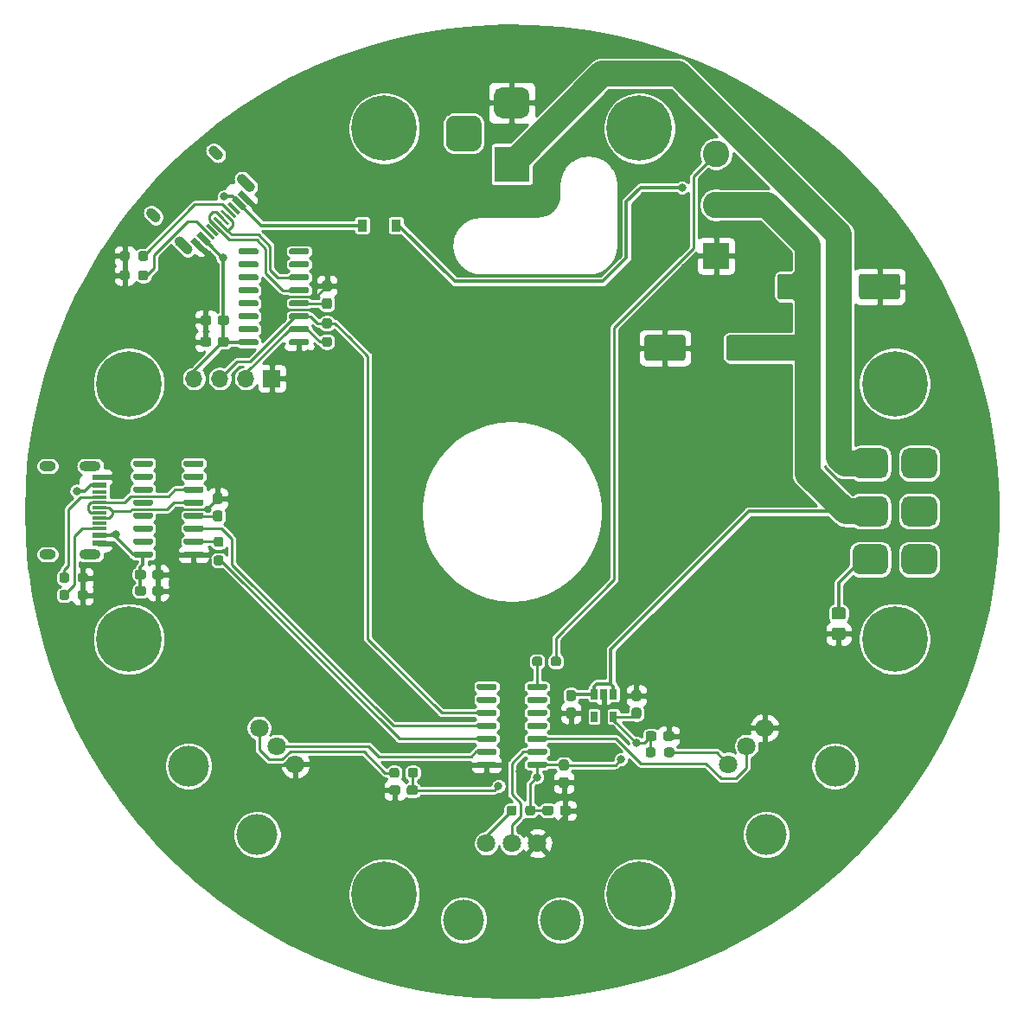
<source format=gbr>
%TF.GenerationSoftware,KiCad,Pcbnew,5.1.9+dfsg1-1+deb11u1*%
%TF.CreationDate,2023-04-18T21:32:13+02:00*%
%TF.ProjectId,base,62617365-2e6b-4696-9361-645f70636258,rev?*%
%TF.SameCoordinates,Original*%
%TF.FileFunction,Copper,L1,Top*%
%TF.FilePolarity,Positive*%
%FSLAX46Y46*%
G04 Gerber Fmt 4.6, Leading zero omitted, Abs format (unit mm)*
G04 Created by KiCad (PCBNEW 5.1.9+dfsg1-1+deb11u1) date 2023-04-18 21:32:13*
%MOMM*%
%LPD*%
G01*
G04 APERTURE LIST*
%TA.AperFunction,WasherPad*%
%ADD10C,4.000000*%
%TD*%
%TA.AperFunction,ComponentPad*%
%ADD11C,1.800000*%
%TD*%
%TA.AperFunction,ComponentPad*%
%ADD12C,2.600000*%
%TD*%
%TA.AperFunction,ComponentPad*%
%ADD13R,2.600000X2.600000*%
%TD*%
%TA.AperFunction,ComponentPad*%
%ADD14R,1.700000X1.700000*%
%TD*%
%TA.AperFunction,ComponentPad*%
%ADD15O,1.700000X1.700000*%
%TD*%
%TA.AperFunction,ComponentPad*%
%ADD16R,3.500000X3.500000*%
%TD*%
%TA.AperFunction,ComponentPad*%
%ADD17C,0.800000*%
%TD*%
%TA.AperFunction,ComponentPad*%
%ADD18C,6.400000*%
%TD*%
%TA.AperFunction,SMDPad,CuDef*%
%ADD19R,0.900000X1.200000*%
%TD*%
%TA.AperFunction,SMDPad,CuDef*%
%ADD20C,0.100000*%
%TD*%
%TA.AperFunction,SMDPad,CuDef*%
%ADD21R,0.650000X1.060000*%
%TD*%
%TA.AperFunction,ComponentPad*%
%ADD22O,1.600000X1.000000*%
%TD*%
%TA.AperFunction,ComponentPad*%
%ADD23O,2.100000X1.000000*%
%TD*%
%TA.AperFunction,SMDPad,CuDef*%
%ADD24R,1.450000X0.300000*%
%TD*%
%TA.AperFunction,SMDPad,CuDef*%
%ADD25R,1.450000X0.600000*%
%TD*%
%TA.AperFunction,ViaPad*%
%ADD26C,0.800000*%
%TD*%
%TA.AperFunction,Conductor*%
%ADD27C,0.350000*%
%TD*%
%TA.AperFunction,Conductor*%
%ADD28C,2.500000*%
%TD*%
%TA.AperFunction,Conductor*%
%ADD29C,0.250000*%
%TD*%
%TA.AperFunction,Conductor*%
%ADD30C,0.254000*%
%TD*%
%TA.AperFunction,Conductor*%
%ADD31C,0.100000*%
%TD*%
G04 APERTURE END LIST*
D10*
%TO.P,RV3,*%
%TO.N,*%
X24925514Y-31643028D03*
X31643028Y-24925514D03*
D11*
%TO.P,RV3,1*%
%TO.N,Net-(R3-Pad2)*%
X21213203Y-24748737D03*
%TO.P,RV3,2*%
%TO.N,POT2*%
X22980970Y-22980970D03*
%TO.P,RV3,3*%
%TO.N,GND*%
X24748737Y-21213203D03*
%TD*%
D10*
%TO.P,RV2,*%
%TO.N,*%
X-4750000Y-40000000D03*
X4750000Y-40000000D03*
D11*
%TO.P,RV2,1*%
%TO.N,Net-(R2-Pad2)*%
X-2500000Y-32500000D03*
%TO.P,RV2,2*%
%TO.N,POT1*%
X0Y-32500000D03*
%TO.P,RV2,3*%
%TO.N,GND*%
X2500000Y-32500000D03*
%TD*%
D10*
%TO.P,RV1,*%
%TO.N,*%
X-31643028Y-24925514D03*
X-24925514Y-31643028D03*
D11*
%TO.P,RV1,1*%
%TO.N,Net-(R1-Pad2)*%
X-24748737Y-21213203D03*
%TO.P,RV1,2*%
%TO.N,POT0*%
X-22980970Y-22980970D03*
%TO.P,RV1,3*%
%TO.N,GND*%
X-21213203Y-24748737D03*
%TD*%
D12*
%TO.P,J3,3*%
%TO.N,DATA_IN*%
X20000000Y35000000D03*
%TO.P,J3,2*%
%TO.N,VIN*%
X20000000Y30000000D03*
D13*
%TO.P,J3,1*%
%TO.N,GND*%
X20000000Y25000000D03*
%TD*%
D14*
%TO.P,J5,1*%
%TO.N,GND*%
X-23500000Y13000000D03*
D15*
%TO.P,J5,2*%
%TO.N,UPDI_RX*%
X-26040000Y13000000D03*
%TO.P,J5,3*%
%TO.N,UPDI_TX*%
X-28580000Y13000000D03*
%TO.P,J5,4*%
%TO.N,VUSB*%
X-31120000Y13000000D03*
%TD*%
%TO.P,R4,1*%
%TO.N,UPDI_RX*%
%TA.AperFunction,SMDPad,CuDef*%
G36*
G01*
X-17862500Y16100000D02*
X-18337500Y16100000D01*
G75*
G02*
X-18575000Y16337500I0J237500D01*
G01*
X-18575000Y16837500D01*
G75*
G02*
X-18337500Y17075000I237500J0D01*
G01*
X-17862500Y17075000D01*
G75*
G02*
X-17625000Y16837500I0J-237500D01*
G01*
X-17625000Y16337500D01*
G75*
G02*
X-17862500Y16100000I-237500J0D01*
G01*
G37*
%TD.AperFunction*%
%TO.P,R4,2*%
%TO.N,UPDI_TX*%
%TA.AperFunction,SMDPad,CuDef*%
G36*
G01*
X-17862500Y17925000D02*
X-18337500Y17925000D01*
G75*
G02*
X-18575000Y18162500I0J237500D01*
G01*
X-18575000Y18662500D01*
G75*
G02*
X-18337500Y18900000I237500J0D01*
G01*
X-17862500Y18900000D01*
G75*
G02*
X-17625000Y18662500I0J-237500D01*
G01*
X-17625000Y18162500D01*
G75*
G02*
X-17862500Y17925000I-237500J0D01*
G01*
G37*
%TD.AperFunction*%
%TD*%
D16*
%TO.P,J2,1*%
%TO.N,V_PSU*%
X0Y34000000D03*
%TO.P,J2,2*%
%TO.N,GND*%
%TA.AperFunction,ComponentPad*%
G36*
G01*
X-1000000Y41500000D02*
X1000000Y41500000D01*
G75*
G02*
X1750000Y40750000I0J-750000D01*
G01*
X1750000Y39250000D01*
G75*
G02*
X1000000Y38500000I-750000J0D01*
G01*
X-1000000Y38500000D01*
G75*
G02*
X-1750000Y39250000I0J750000D01*
G01*
X-1750000Y40750000D01*
G75*
G02*
X-1000000Y41500000I750000J0D01*
G01*
G37*
%TD.AperFunction*%
%TO.P,J2,3*%
%TO.N,Net-(J2-Pad3)*%
%TA.AperFunction,ComponentPad*%
G36*
G01*
X-5575000Y38750000D02*
X-3825000Y38750000D01*
G75*
G02*
X-2950000Y37875000I0J-875000D01*
G01*
X-2950000Y36125000D01*
G75*
G02*
X-3825000Y35250000I-875000J0D01*
G01*
X-5575000Y35250000D01*
G75*
G02*
X-6450000Y36125000I0J875000D01*
G01*
X-6450000Y37875000D01*
G75*
G02*
X-5575000Y38750000I875000J0D01*
G01*
G37*
%TD.AperFunction*%
%TD*%
D17*
%TO.P,REF\u002A\u002A,1*%
%TO.N,N/C*%
X39197056Y-10802944D03*
X37500000Y-10100000D03*
X35802944Y-10802944D03*
X35100000Y-12500000D03*
X35802944Y-14197056D03*
X37500000Y-14900000D03*
X39197056Y-14197056D03*
X39900000Y-12500000D03*
D18*
X37500000Y-12500000D03*
%TD*%
D17*
%TO.P,REF\u002A\u002A,1*%
%TO.N,N/C*%
X-10802944Y-35802944D03*
X-12500000Y-35100000D03*
X-14197056Y-35802944D03*
X-14900000Y-37500000D03*
X-14197056Y-39197056D03*
X-12500000Y-39900000D03*
X-10802944Y-39197056D03*
X-10100000Y-37500000D03*
D18*
X-12500000Y-37500000D03*
%TD*%
D17*
%TO.P,REF\u002A\u002A,1*%
%TO.N,N/C*%
X-10802944Y39197056D03*
X-12500000Y39900000D03*
X-14197056Y39197056D03*
X-14900000Y37500000D03*
X-14197056Y35802944D03*
X-12500000Y35100000D03*
X-10802944Y35802944D03*
X-10100000Y37500000D03*
D18*
X-12500000Y37500000D03*
%TD*%
D17*
%TO.P,REF\u002A\u002A,1*%
%TO.N,N/C*%
X14197056Y39197056D03*
X12500000Y39900000D03*
X10802944Y39197056D03*
X10100000Y37500000D03*
X10802944Y35802944D03*
X12500000Y35100000D03*
X14197056Y35802944D03*
X14900000Y37500000D03*
D18*
X12500000Y37500000D03*
%TD*%
D17*
%TO.P,REF\u002A\u002A,1*%
%TO.N,N/C*%
X14197056Y-35802944D03*
X12500000Y-35100000D03*
X10802944Y-35802944D03*
X10100000Y-37500000D03*
X10802944Y-39197056D03*
X12500000Y-39900000D03*
X14197056Y-39197056D03*
X14900000Y-37500000D03*
D18*
X12500000Y-37500000D03*
%TD*%
D17*
%TO.P,REF\u002A\u002A,1*%
%TO.N,N/C*%
X-35802944Y-10802944D03*
X-37500000Y-10100000D03*
X-39197056Y-10802944D03*
X-39900000Y-12500000D03*
X-39197056Y-14197056D03*
X-37500000Y-14900000D03*
X-35802944Y-14197056D03*
X-35100000Y-12500000D03*
D18*
X-37500000Y-12500000D03*
%TD*%
D17*
%TO.P,REF\u002A\u002A,1*%
%TO.N,N/C*%
X39197056Y14197056D03*
X37500000Y14900000D03*
X35802944Y14197056D03*
X35100000Y12500000D03*
X35802944Y10802944D03*
X37500000Y10100000D03*
X39197056Y10802944D03*
X39900000Y12500000D03*
D18*
X37500000Y12500000D03*
%TD*%
D17*
%TO.P,REF\u002A\u002A,1*%
%TO.N,N/C*%
X-35802944Y14197056D03*
X-37500000Y14900000D03*
X-39197056Y14197056D03*
X-39900000Y12500000D03*
X-39197056Y10802944D03*
X-37500000Y10100000D03*
X-35802944Y10802944D03*
X-35100000Y12500000D03*
D18*
X-37500000Y12500000D03*
%TD*%
%TO.P,C4,2*%
%TO.N,GND*%
%TA.AperFunction,SMDPad,CuDef*%
G36*
G01*
X12437500Y-18575000D02*
X11962500Y-18575000D01*
G75*
G02*
X11725000Y-18337500I0J237500D01*
G01*
X11725000Y-17737500D01*
G75*
G02*
X11962500Y-17500000I237500J0D01*
G01*
X12437500Y-17500000D01*
G75*
G02*
X12675000Y-17737500I0J-237500D01*
G01*
X12675000Y-18337500D01*
G75*
G02*
X12437500Y-18575000I-237500J0D01*
G01*
G37*
%TD.AperFunction*%
%TO.P,C4,1*%
%TO.N,3V3*%
%TA.AperFunction,SMDPad,CuDef*%
G36*
G01*
X12437500Y-20300000D02*
X11962500Y-20300000D01*
G75*
G02*
X11725000Y-20062500I0J237500D01*
G01*
X11725000Y-19462500D01*
G75*
G02*
X11962500Y-19225000I237500J0D01*
G01*
X12437500Y-19225000D01*
G75*
G02*
X12675000Y-19462500I0J-237500D01*
G01*
X12675000Y-20062500D01*
G75*
G02*
X12437500Y-20300000I-237500J0D01*
G01*
G37*
%TD.AperFunction*%
%TD*%
%TO.P,C5,2*%
%TO.N,GND*%
%TA.AperFunction,SMDPad,CuDef*%
G36*
G01*
X4862500Y-26025000D02*
X5337500Y-26025000D01*
G75*
G02*
X5575000Y-26262500I0J-237500D01*
G01*
X5575000Y-26862500D01*
G75*
G02*
X5337500Y-27100000I-237500J0D01*
G01*
X4862500Y-27100000D01*
G75*
G02*
X4625000Y-26862500I0J237500D01*
G01*
X4625000Y-26262500D01*
G75*
G02*
X4862500Y-26025000I237500J0D01*
G01*
G37*
%TD.AperFunction*%
%TO.P,C5,1*%
%TO.N,3V3*%
%TA.AperFunction,SMDPad,CuDef*%
G36*
G01*
X4862500Y-24300000D02*
X5337500Y-24300000D01*
G75*
G02*
X5575000Y-24537500I0J-237500D01*
G01*
X5575000Y-25137500D01*
G75*
G02*
X5337500Y-25375000I-237500J0D01*
G01*
X4862500Y-25375000D01*
G75*
G02*
X4625000Y-25137500I0J237500D01*
G01*
X4625000Y-24537500D01*
G75*
G02*
X4862500Y-24300000I237500J0D01*
G01*
G37*
%TD.AperFunction*%
%TD*%
%TO.P,C6,1*%
%TO.N,VUSB*%
%TA.AperFunction,SMDPad,CuDef*%
G36*
G01*
X-27700000Y18937500D02*
X-27700000Y18462500D01*
G75*
G02*
X-27937500Y18225000I-237500J0D01*
G01*
X-28537500Y18225000D01*
G75*
G02*
X-28775000Y18462500I0J237500D01*
G01*
X-28775000Y18937500D01*
G75*
G02*
X-28537500Y19175000I237500J0D01*
G01*
X-27937500Y19175000D01*
G75*
G02*
X-27700000Y18937500I0J-237500D01*
G01*
G37*
%TD.AperFunction*%
%TO.P,C6,2*%
%TO.N,GND*%
%TA.AperFunction,SMDPad,CuDef*%
G36*
G01*
X-29425000Y18937500D02*
X-29425000Y18462500D01*
G75*
G02*
X-29662500Y18225000I-237500J0D01*
G01*
X-30262500Y18225000D01*
G75*
G02*
X-30500000Y18462500I0J237500D01*
G01*
X-30500000Y18937500D01*
G75*
G02*
X-30262500Y19175000I237500J0D01*
G01*
X-29662500Y19175000D01*
G75*
G02*
X-29425000Y18937500I0J-237500D01*
G01*
G37*
%TD.AperFunction*%
%TD*%
%TO.P,C7,2*%
%TO.N,GND*%
%TA.AperFunction,SMDPad,CuDef*%
G36*
G01*
X-29425000Y16837500D02*
X-29425000Y16362500D01*
G75*
G02*
X-29662500Y16125000I-237500J0D01*
G01*
X-30262500Y16125000D01*
G75*
G02*
X-30500000Y16362500I0J237500D01*
G01*
X-30500000Y16837500D01*
G75*
G02*
X-30262500Y17075000I237500J0D01*
G01*
X-29662500Y17075000D01*
G75*
G02*
X-29425000Y16837500I0J-237500D01*
G01*
G37*
%TD.AperFunction*%
%TO.P,C7,1*%
%TO.N,VUSB*%
%TA.AperFunction,SMDPad,CuDef*%
G36*
G01*
X-27700000Y16837500D02*
X-27700000Y16362500D01*
G75*
G02*
X-27937500Y16125000I-237500J0D01*
G01*
X-28537500Y16125000D01*
G75*
G02*
X-28775000Y16362500I0J237500D01*
G01*
X-28775000Y16837500D01*
G75*
G02*
X-28537500Y17075000I237500J0D01*
G01*
X-27937500Y17075000D01*
G75*
G02*
X-27700000Y16837500I0J-237500D01*
G01*
G37*
%TD.AperFunction*%
%TD*%
%TO.P,C8,1*%
%TO.N,Net-(C8-Pad1)*%
%TA.AperFunction,SMDPad,CuDef*%
G36*
G01*
X-17862500Y19800000D02*
X-18337500Y19800000D01*
G75*
G02*
X-18575000Y20037500I0J237500D01*
G01*
X-18575000Y20637500D01*
G75*
G02*
X-18337500Y20875000I237500J0D01*
G01*
X-17862500Y20875000D01*
G75*
G02*
X-17625000Y20637500I0J-237500D01*
G01*
X-17625000Y20037500D01*
G75*
G02*
X-17862500Y19800000I-237500J0D01*
G01*
G37*
%TD.AperFunction*%
%TO.P,C8,2*%
%TO.N,GND*%
%TA.AperFunction,SMDPad,CuDef*%
G36*
G01*
X-17862500Y21525000D02*
X-18337500Y21525000D01*
G75*
G02*
X-18575000Y21762500I0J237500D01*
G01*
X-18575000Y22362500D01*
G75*
G02*
X-18337500Y22600000I237500J0D01*
G01*
X-17862500Y22600000D01*
G75*
G02*
X-17625000Y22362500I0J-237500D01*
G01*
X-17625000Y21762500D01*
G75*
G02*
X-17862500Y21525000I-237500J0D01*
G01*
G37*
%TD.AperFunction*%
%TD*%
%TO.P,C9,1*%
%TO.N,3V3*%
%TA.AperFunction,SMDPad,CuDef*%
G36*
G01*
X-9200000Y-27062500D02*
X-9200000Y-27537500D01*
G75*
G02*
X-9437500Y-27775000I-237500J0D01*
G01*
X-10037500Y-27775000D01*
G75*
G02*
X-10275000Y-27537500I0J237500D01*
G01*
X-10275000Y-27062500D01*
G75*
G02*
X-10037500Y-26825000I237500J0D01*
G01*
X-9437500Y-26825000D01*
G75*
G02*
X-9200000Y-27062500I0J-237500D01*
G01*
G37*
%TD.AperFunction*%
%TO.P,C9,2*%
%TO.N,GND*%
%TA.AperFunction,SMDPad,CuDef*%
G36*
G01*
X-10925000Y-27062500D02*
X-10925000Y-27537500D01*
G75*
G02*
X-11162500Y-27775000I-237500J0D01*
G01*
X-11762500Y-27775000D01*
G75*
G02*
X-12000000Y-27537500I0J237500D01*
G01*
X-12000000Y-27062500D01*
G75*
G02*
X-11762500Y-26825000I237500J0D01*
G01*
X-11162500Y-26825000D01*
G75*
G02*
X-10925000Y-27062500I0J-237500D01*
G01*
G37*
%TD.AperFunction*%
%TD*%
%TO.P,C10,2*%
%TO.N,GND*%
%TA.AperFunction,SMDPad,CuDef*%
G36*
G01*
X4725000Y-29537500D02*
X4725000Y-29062500D01*
G75*
G02*
X4962500Y-28825000I237500J0D01*
G01*
X5562500Y-28825000D01*
G75*
G02*
X5800000Y-29062500I0J-237500D01*
G01*
X5800000Y-29537500D01*
G75*
G02*
X5562500Y-29775000I-237500J0D01*
G01*
X4962500Y-29775000D01*
G75*
G02*
X4725000Y-29537500I0J237500D01*
G01*
G37*
%TD.AperFunction*%
%TO.P,C10,1*%
%TO.N,3V3*%
%TA.AperFunction,SMDPad,CuDef*%
G36*
G01*
X3000000Y-29537500D02*
X3000000Y-29062500D01*
G75*
G02*
X3237500Y-28825000I237500J0D01*
G01*
X3837500Y-28825000D01*
G75*
G02*
X4075000Y-29062500I0J-237500D01*
G01*
X4075000Y-29537500D01*
G75*
G02*
X3837500Y-29775000I-237500J0D01*
G01*
X3237500Y-29775000D01*
G75*
G02*
X3000000Y-29537500I0J237500D01*
G01*
G37*
%TD.AperFunction*%
%TD*%
%TO.P,C11,1*%
%TO.N,3V3*%
%TA.AperFunction,SMDPad,CuDef*%
G36*
G01*
X13100000Y-22237500D02*
X13100000Y-21762500D01*
G75*
G02*
X13337500Y-21525000I237500J0D01*
G01*
X13937500Y-21525000D01*
G75*
G02*
X14175000Y-21762500I0J-237500D01*
G01*
X14175000Y-22237500D01*
G75*
G02*
X13937500Y-22475000I-237500J0D01*
G01*
X13337500Y-22475000D01*
G75*
G02*
X13100000Y-22237500I0J237500D01*
G01*
G37*
%TD.AperFunction*%
%TO.P,C11,2*%
%TO.N,GND*%
%TA.AperFunction,SMDPad,CuDef*%
G36*
G01*
X14825000Y-22237500D02*
X14825000Y-21762500D01*
G75*
G02*
X15062500Y-21525000I237500J0D01*
G01*
X15662500Y-21525000D01*
G75*
G02*
X15900000Y-21762500I0J-237500D01*
G01*
X15900000Y-22237500D01*
G75*
G02*
X15662500Y-22475000I-237500J0D01*
G01*
X15062500Y-22475000D01*
G75*
G02*
X14825000Y-22237500I0J237500D01*
G01*
G37*
%TD.AperFunction*%
%TD*%
D19*
%TO.P,D1,1*%
%TO.N,VIN*%
X-11350000Y28000000D03*
%TO.P,D1,2*%
%TO.N,VUSB*%
X-14650000Y28000000D03*
%TD*%
%TO.P,J1,S1*%
%TO.N,Net-(J1-PadS1)*%
%TA.AperFunction,ComponentPad*%
G36*
G01*
X-34955742Y29553446D02*
X-34531478Y29129182D01*
G75*
G02*
X-34531478Y28422076I-353553J-353553D01*
G01*
X-34531478Y28422076D01*
G75*
G02*
X-35238584Y28422076I-353553J353553D01*
G01*
X-35662848Y28846340D01*
G75*
G02*
X-35662848Y29553446I353553J353553D01*
G01*
X-35662848Y29553446D01*
G75*
G02*
X-34955742Y29553446I353553J-353553D01*
G01*
G37*
%TD.AperFunction*%
%TA.AperFunction,ComponentPad*%
G36*
G01*
X-28846340Y35662848D02*
X-28422076Y35238584D01*
G75*
G02*
X-28422076Y34531478I-353553J-353553D01*
G01*
X-28422076Y34531478D01*
G75*
G02*
X-29129182Y34531478I-353553J353553D01*
G01*
X-29553446Y34955742D01*
G75*
G02*
X-29553446Y35662848I353553J353553D01*
G01*
X-29553446Y35662848D01*
G75*
G02*
X-28846340Y35662848I353553J-353553D01*
G01*
G37*
%TD.AperFunction*%
%TA.AperFunction,ComponentPad*%
G36*
G01*
X-26067410Y32883919D02*
X-25289592Y32106101D01*
G75*
G02*
X-25289592Y31398995I-353553J-353553D01*
G01*
X-25289592Y31398995D01*
G75*
G02*
X-25996698Y31398995I-353553J353553D01*
G01*
X-26774516Y32176813D01*
G75*
G02*
X-26774516Y32883919I353553J353553D01*
G01*
X-26774516Y32883919D01*
G75*
G02*
X-26067410Y32883919I353553J-353553D01*
G01*
G37*
%TD.AperFunction*%
%TA.AperFunction,ComponentPad*%
G36*
G01*
X-32176813Y26774516D02*
X-31398995Y25996698D01*
G75*
G02*
X-31398995Y25289592I-353553J-353553D01*
G01*
X-31398995Y25289592D01*
G75*
G02*
X-32106101Y25289592I-353553J353553D01*
G01*
X-32883919Y26067410D01*
G75*
G02*
X-32883919Y26774516I353553J353553D01*
G01*
X-32883919Y26774516D01*
G75*
G02*
X-32176813Y26774516I353553J-353553D01*
G01*
G37*
%TD.AperFunction*%
%TA.AperFunction,SMDPad,CuDef*%
D20*
%TO.P,J1,A6*%
%TO.N,Net-(J1-PadA6)*%
G36*
X-28669562Y29235248D02*
G01*
X-27644258Y28209944D01*
X-27856390Y27997812D01*
X-28881694Y29023116D01*
X-28669562Y29235248D01*
G37*
%TD.AperFunction*%
%TA.AperFunction,SMDPad,CuDef*%
%TO.P,J1,B5*%
%TO.N,Net-(J1-PadB5)*%
G36*
X-30083776Y27821034D02*
G01*
X-29058472Y26795730D01*
X-29270604Y26583598D01*
X-30295908Y27608902D01*
X-30083776Y27821034D01*
G37*
%TD.AperFunction*%
%TA.AperFunction,SMDPad,CuDef*%
%TO.P,J1,A8*%
%TO.N,Net-(J1-PadA8)*%
G36*
X-29730223Y28174588D02*
G01*
X-28704919Y27149284D01*
X-28917051Y26937152D01*
X-29942355Y27962456D01*
X-29730223Y28174588D01*
G37*
%TD.AperFunction*%
%TA.AperFunction,SMDPad,CuDef*%
%TO.P,J1,B6*%
%TO.N,Net-(J1-PadA6)*%
G36*
X-29376669Y28528141D02*
G01*
X-28351365Y27502837D01*
X-28563497Y27290705D01*
X-29588801Y28316009D01*
X-29376669Y28528141D01*
G37*
%TD.AperFunction*%
%TA.AperFunction,SMDPad,CuDef*%
%TO.P,J1,A7*%
%TO.N,Net-(J1-PadA7)*%
G36*
X-29023116Y28881694D02*
G01*
X-27997812Y27856390D01*
X-28209944Y27644258D01*
X-29235248Y28669562D01*
X-29023116Y28881694D01*
G37*
%TD.AperFunction*%
%TA.AperFunction,SMDPad,CuDef*%
%TO.P,J1,B7*%
G36*
X-28316009Y29588801D02*
G01*
X-27290705Y28563497D01*
X-27502837Y28351365D01*
X-28528141Y29376669D01*
X-28316009Y29588801D01*
G37*
%TD.AperFunction*%
%TA.AperFunction,SMDPad,CuDef*%
%TO.P,J1,A5*%
%TO.N,Net-(J1-PadA5)*%
G36*
X-27962456Y29942355D02*
G01*
X-26937152Y28917051D01*
X-27149284Y28704919D01*
X-28174588Y29730223D01*
X-27962456Y29942355D01*
G37*
%TD.AperFunction*%
%TA.AperFunction,SMDPad,CuDef*%
%TO.P,J1,B8*%
%TO.N,Net-(J1-PadB8)*%
G36*
X-27608902Y30295908D02*
G01*
X-26583598Y29270604D01*
X-26795730Y29058472D01*
X-27821034Y30083776D01*
X-27608902Y30295908D01*
G37*
%TD.AperFunction*%
%TA.AperFunction,SMDPad,CuDef*%
%TO.P,J1,A12*%
%TO.N,GND*%
G36*
X-31038370Y26866440D02*
G01*
X-30013066Y25841136D01*
X-30437330Y25416872D01*
X-31462634Y26442176D01*
X-31038370Y26866440D01*
G37*
%TD.AperFunction*%
%TA.AperFunction,SMDPad,CuDef*%
%TO.P,J1,B4*%
%TO.N,VUSB*%
G36*
X-30472685Y27432125D02*
G01*
X-29447381Y26406821D01*
X-29871645Y25982557D01*
X-30896949Y27007861D01*
X-30472685Y27432125D01*
G37*
%TD.AperFunction*%
%TA.AperFunction,SMDPad,CuDef*%
%TO.P,J1,A4*%
G36*
X-27007861Y30896949D02*
G01*
X-25982557Y29871645D01*
X-26406821Y29447381D01*
X-27432125Y30472685D01*
X-27007861Y30896949D01*
G37*
%TD.AperFunction*%
%TA.AperFunction,SMDPad,CuDef*%
%TO.P,J1,A1*%
%TO.N,GND*%
G36*
X-26442176Y31462634D02*
G01*
X-25416872Y30437330D01*
X-25841136Y30013066D01*
X-26866440Y31038370D01*
X-26442176Y31462634D01*
G37*
%TD.AperFunction*%
%TA.AperFunction,SMDPad,CuDef*%
%TO.P,J1,B12*%
G36*
X-26442176Y31462634D02*
G01*
X-25416872Y30437330D01*
X-25841136Y30013066D01*
X-26866440Y31038370D01*
X-26442176Y31462634D01*
G37*
%TD.AperFunction*%
%TA.AperFunction,SMDPad,CuDef*%
%TO.P,J1,B9*%
%TO.N,VUSB*%
G36*
X-27007861Y30896949D02*
G01*
X-25982557Y29871645D01*
X-26406821Y29447381D01*
X-27432125Y30472685D01*
X-27007861Y30896949D01*
G37*
%TD.AperFunction*%
%TA.AperFunction,SMDPad,CuDef*%
%TO.P,J1,A9*%
G36*
X-30472685Y27432125D02*
G01*
X-29447381Y26406821D01*
X-29871645Y25982557D01*
X-30896949Y27007861D01*
X-30472685Y27432125D01*
G37*
%TD.AperFunction*%
%TA.AperFunction,SMDPad,CuDef*%
%TO.P,J1,B1*%
%TO.N,GND*%
G36*
X-31038370Y26866440D02*
G01*
X-30013066Y25841136D01*
X-30437330Y25416872D01*
X-31462634Y26442176D01*
X-31038370Y26866440D01*
G37*
%TD.AperFunction*%
%TD*%
%TO.P,R1,2*%
%TO.N,Net-(R1-Pad2)*%
%TA.AperFunction,SMDPad,CuDef*%
G36*
G01*
X-11025000Y-25362500D02*
X-11025000Y-25837500D01*
G75*
G02*
X-11262500Y-26075000I-237500J0D01*
G01*
X-11762500Y-26075000D01*
G75*
G02*
X-12000000Y-25837500I0J237500D01*
G01*
X-12000000Y-25362500D01*
G75*
G02*
X-11762500Y-25125000I237500J0D01*
G01*
X-11262500Y-25125000D01*
G75*
G02*
X-11025000Y-25362500I0J-237500D01*
G01*
G37*
%TD.AperFunction*%
%TO.P,R1,1*%
%TO.N,3V3*%
%TA.AperFunction,SMDPad,CuDef*%
G36*
G01*
X-9200000Y-25362500D02*
X-9200000Y-25837500D01*
G75*
G02*
X-9437500Y-26075000I-237500J0D01*
G01*
X-9937500Y-26075000D01*
G75*
G02*
X-10175000Y-25837500I0J237500D01*
G01*
X-10175000Y-25362500D01*
G75*
G02*
X-9937500Y-25125000I237500J0D01*
G01*
X-9437500Y-25125000D01*
G75*
G02*
X-9200000Y-25362500I0J-237500D01*
G01*
G37*
%TD.AperFunction*%
%TD*%
%TO.P,R2,1*%
%TO.N,3V3*%
%TA.AperFunction,SMDPad,CuDef*%
G36*
G01*
X2300000Y-29062500D02*
X2300000Y-29537500D01*
G75*
G02*
X2062500Y-29775000I-237500J0D01*
G01*
X1562500Y-29775000D01*
G75*
G02*
X1325000Y-29537500I0J237500D01*
G01*
X1325000Y-29062500D01*
G75*
G02*
X1562500Y-28825000I237500J0D01*
G01*
X2062500Y-28825000D01*
G75*
G02*
X2300000Y-29062500I0J-237500D01*
G01*
G37*
%TD.AperFunction*%
%TO.P,R2,2*%
%TO.N,Net-(R2-Pad2)*%
%TA.AperFunction,SMDPad,CuDef*%
G36*
G01*
X475000Y-29062500D02*
X475000Y-29537500D01*
G75*
G02*
X237500Y-29775000I-237500J0D01*
G01*
X-262500Y-29775000D01*
G75*
G02*
X-500000Y-29537500I0J237500D01*
G01*
X-500000Y-29062500D01*
G75*
G02*
X-262500Y-28825000I237500J0D01*
G01*
X237500Y-28825000D01*
G75*
G02*
X475000Y-29062500I0J-237500D01*
G01*
G37*
%TD.AperFunction*%
%TD*%
%TO.P,R3,2*%
%TO.N,Net-(R3-Pad2)*%
%TA.AperFunction,SMDPad,CuDef*%
G36*
G01*
X14925000Y-23837500D02*
X14925000Y-23362500D01*
G75*
G02*
X15162500Y-23125000I237500J0D01*
G01*
X15662500Y-23125000D01*
G75*
G02*
X15900000Y-23362500I0J-237500D01*
G01*
X15900000Y-23837500D01*
G75*
G02*
X15662500Y-24075000I-237500J0D01*
G01*
X15162500Y-24075000D01*
G75*
G02*
X14925000Y-23837500I0J237500D01*
G01*
G37*
%TD.AperFunction*%
%TO.P,R3,1*%
%TO.N,3V3*%
%TA.AperFunction,SMDPad,CuDef*%
G36*
G01*
X13100000Y-23837500D02*
X13100000Y-23362500D01*
G75*
G02*
X13337500Y-23125000I237500J0D01*
G01*
X13837500Y-23125000D01*
G75*
G02*
X14075000Y-23362500I0J-237500D01*
G01*
X14075000Y-23837500D01*
G75*
G02*
X13837500Y-24075000I-237500J0D01*
G01*
X13337500Y-24075000D01*
G75*
G02*
X13100000Y-23837500I0J237500D01*
G01*
G37*
%TD.AperFunction*%
%TD*%
%TO.P,R5,2*%
%TO.N,Net-(J1-PadA5)*%
%TA.AperFunction,SMDPad,CuDef*%
G36*
G01*
X-36575000Y24762500D02*
X-36575000Y25237500D01*
G75*
G02*
X-36337500Y25475000I237500J0D01*
G01*
X-35837500Y25475000D01*
G75*
G02*
X-35600000Y25237500I0J-237500D01*
G01*
X-35600000Y24762500D01*
G75*
G02*
X-35837500Y24525000I-237500J0D01*
G01*
X-36337500Y24525000D01*
G75*
G02*
X-36575000Y24762500I0J237500D01*
G01*
G37*
%TD.AperFunction*%
%TO.P,R5,1*%
%TO.N,GND*%
%TA.AperFunction,SMDPad,CuDef*%
G36*
G01*
X-38400000Y24762500D02*
X-38400000Y25237500D01*
G75*
G02*
X-38162500Y25475000I237500J0D01*
G01*
X-37662500Y25475000D01*
G75*
G02*
X-37425000Y25237500I0J-237500D01*
G01*
X-37425000Y24762500D01*
G75*
G02*
X-37662500Y24525000I-237500J0D01*
G01*
X-38162500Y24525000D01*
G75*
G02*
X-38400000Y24762500I0J237500D01*
G01*
G37*
%TD.AperFunction*%
%TD*%
%TO.P,R6,1*%
%TO.N,GND*%
%TA.AperFunction,SMDPad,CuDef*%
G36*
G01*
X-38400000Y22862500D02*
X-38400000Y23337500D01*
G75*
G02*
X-38162500Y23575000I237500J0D01*
G01*
X-37662500Y23575000D01*
G75*
G02*
X-37425000Y23337500I0J-237500D01*
G01*
X-37425000Y22862500D01*
G75*
G02*
X-37662500Y22625000I-237500J0D01*
G01*
X-38162500Y22625000D01*
G75*
G02*
X-38400000Y22862500I0J237500D01*
G01*
G37*
%TD.AperFunction*%
%TO.P,R6,2*%
%TO.N,Net-(J1-PadB5)*%
%TA.AperFunction,SMDPad,CuDef*%
G36*
G01*
X-36575000Y22862500D02*
X-36575000Y23337500D01*
G75*
G02*
X-36337500Y23575000I237500J0D01*
G01*
X-35837500Y23575000D01*
G75*
G02*
X-35600000Y23337500I0J-237500D01*
G01*
X-35600000Y22862500D01*
G75*
G02*
X-35837500Y22625000I-237500J0D01*
G01*
X-36337500Y22625000D01*
G75*
G02*
X-36575000Y22862500I0J237500D01*
G01*
G37*
%TD.AperFunction*%
%TD*%
%TO.P,R7,2*%
%TO.N,DATA_IN*%
%TA.AperFunction,SMDPad,CuDef*%
G36*
G01*
X3825000Y-14937500D02*
X3825000Y-14462500D01*
G75*
G02*
X4062500Y-14225000I237500J0D01*
G01*
X4562500Y-14225000D01*
G75*
G02*
X4800000Y-14462500I0J-237500D01*
G01*
X4800000Y-14937500D01*
G75*
G02*
X4562500Y-15175000I-237500J0D01*
G01*
X4062500Y-15175000D01*
G75*
G02*
X3825000Y-14937500I0J237500D01*
G01*
G37*
%TD.AperFunction*%
%TO.P,R7,1*%
%TO.N,UART0_TX*%
%TA.AperFunction,SMDPad,CuDef*%
G36*
G01*
X2000000Y-14937500D02*
X2000000Y-14462500D01*
G75*
G02*
X2237500Y-14225000I237500J0D01*
G01*
X2737500Y-14225000D01*
G75*
G02*
X2975000Y-14462500I0J-237500D01*
G01*
X2975000Y-14937500D01*
G75*
G02*
X2737500Y-15175000I-237500J0D01*
G01*
X2237500Y-15175000D01*
G75*
G02*
X2000000Y-14937500I0J237500D01*
G01*
G37*
%TD.AperFunction*%
%TD*%
%TO.P,R8,1*%
%TO.N,UART1_RX*%
%TA.AperFunction,SMDPad,CuDef*%
G36*
G01*
X-28937500Y-2500000D02*
X-28462500Y-2500000D01*
G75*
G02*
X-28225000Y-2737500I0J-237500D01*
G01*
X-28225000Y-3237500D01*
G75*
G02*
X-28462500Y-3475000I-237500J0D01*
G01*
X-28937500Y-3475000D01*
G75*
G02*
X-29175000Y-3237500I0J237500D01*
G01*
X-29175000Y-2737500D01*
G75*
G02*
X-28937500Y-2500000I237500J0D01*
G01*
G37*
%TD.AperFunction*%
%TO.P,R8,2*%
%TO.N,Net-(R8-Pad2)*%
%TA.AperFunction,SMDPad,CuDef*%
G36*
G01*
X-28937500Y-4325000D02*
X-28462500Y-4325000D01*
G75*
G02*
X-28225000Y-4562500I0J-237500D01*
G01*
X-28225000Y-5062500D01*
G75*
G02*
X-28462500Y-5300000I-237500J0D01*
G01*
X-28937500Y-5300000D01*
G75*
G02*
X-29175000Y-5062500I0J237500D01*
G01*
X-29175000Y-4562500D01*
G75*
G02*
X-28937500Y-4325000I237500J0D01*
G01*
G37*
%TD.AperFunction*%
%TD*%
D21*
%TO.P,U1,1*%
%TO.N,VIN*%
X9950000Y-17900000D03*
%TO.P,U1,2*%
%TO.N,GND*%
X9000000Y-17900000D03*
%TO.P,U1,3*%
%TO.N,VIN*%
X8050000Y-17900000D03*
%TO.P,U1,4*%
%TO.N,Net-(U1-Pad4)*%
X8050000Y-20100000D03*
%TO.P,U1,5*%
%TO.N,3V3*%
X9950000Y-20100000D03*
%TD*%
%TO.P,U2,1*%
%TO.N,3V3*%
%TA.AperFunction,SMDPad,CuDef*%
G36*
G01*
X3450000Y-24660000D02*
X3450000Y-24960000D01*
G75*
G02*
X3300000Y-25110000I-150000J0D01*
G01*
X1650000Y-25110000D01*
G75*
G02*
X1500000Y-24960000I0J150000D01*
G01*
X1500000Y-24660000D01*
G75*
G02*
X1650000Y-24510000I150000J0D01*
G01*
X3300000Y-24510000D01*
G75*
G02*
X3450000Y-24660000I0J-150000D01*
G01*
G37*
%TD.AperFunction*%
%TO.P,U2,2*%
%TO.N,POT1*%
%TA.AperFunction,SMDPad,CuDef*%
G36*
G01*
X3450000Y-23390000D02*
X3450000Y-23690000D01*
G75*
G02*
X3300000Y-23840000I-150000J0D01*
G01*
X1650000Y-23840000D01*
G75*
G02*
X1500000Y-23690000I0J150000D01*
G01*
X1500000Y-23390000D01*
G75*
G02*
X1650000Y-23240000I150000J0D01*
G01*
X3300000Y-23240000D01*
G75*
G02*
X3450000Y-23390000I0J-150000D01*
G01*
G37*
%TD.AperFunction*%
%TO.P,U2,3*%
%TO.N,POT2*%
%TA.AperFunction,SMDPad,CuDef*%
G36*
G01*
X3450000Y-22120000D02*
X3450000Y-22420000D01*
G75*
G02*
X3300000Y-22570000I-150000J0D01*
G01*
X1650000Y-22570000D01*
G75*
G02*
X1500000Y-22420000I0J150000D01*
G01*
X1500000Y-22120000D01*
G75*
G02*
X1650000Y-21970000I150000J0D01*
G01*
X3300000Y-21970000D01*
G75*
G02*
X3450000Y-22120000I0J-150000D01*
G01*
G37*
%TD.AperFunction*%
%TO.P,U2,4*%
%TO.N,Net-(U2-Pad4)*%
%TA.AperFunction,SMDPad,CuDef*%
G36*
G01*
X3450000Y-20850000D02*
X3450000Y-21150000D01*
G75*
G02*
X3300000Y-21300000I-150000J0D01*
G01*
X1650000Y-21300000D01*
G75*
G02*
X1500000Y-21150000I0J150000D01*
G01*
X1500000Y-20850000D01*
G75*
G02*
X1650000Y-20700000I150000J0D01*
G01*
X3300000Y-20700000D01*
G75*
G02*
X3450000Y-20850000I0J-150000D01*
G01*
G37*
%TD.AperFunction*%
%TO.P,U2,5*%
%TO.N,Net-(U2-Pad5)*%
%TA.AperFunction,SMDPad,CuDef*%
G36*
G01*
X3450000Y-19580000D02*
X3450000Y-19880000D01*
G75*
G02*
X3300000Y-20030000I-150000J0D01*
G01*
X1650000Y-20030000D01*
G75*
G02*
X1500000Y-19880000I0J150000D01*
G01*
X1500000Y-19580000D01*
G75*
G02*
X1650000Y-19430000I150000J0D01*
G01*
X3300000Y-19430000D01*
G75*
G02*
X3450000Y-19580000I0J-150000D01*
G01*
G37*
%TD.AperFunction*%
%TO.P,U2,6*%
%TO.N,Net-(U2-Pad6)*%
%TA.AperFunction,SMDPad,CuDef*%
G36*
G01*
X3450000Y-18310000D02*
X3450000Y-18610000D01*
G75*
G02*
X3300000Y-18760000I-150000J0D01*
G01*
X1650000Y-18760000D01*
G75*
G02*
X1500000Y-18610000I0J150000D01*
G01*
X1500000Y-18310000D01*
G75*
G02*
X1650000Y-18160000I150000J0D01*
G01*
X3300000Y-18160000D01*
G75*
G02*
X3450000Y-18310000I0J-150000D01*
G01*
G37*
%TD.AperFunction*%
%TO.P,U2,7*%
%TO.N,UART0_TX*%
%TA.AperFunction,SMDPad,CuDef*%
G36*
G01*
X3450000Y-17040000D02*
X3450000Y-17340000D01*
G75*
G02*
X3300000Y-17490000I-150000J0D01*
G01*
X1650000Y-17490000D01*
G75*
G02*
X1500000Y-17340000I0J150000D01*
G01*
X1500000Y-17040000D01*
G75*
G02*
X1650000Y-16890000I150000J0D01*
G01*
X3300000Y-16890000D01*
G75*
G02*
X3450000Y-17040000I0J-150000D01*
G01*
G37*
%TD.AperFunction*%
%TO.P,U2,8*%
%TO.N,Net-(U2-Pad8)*%
%TA.AperFunction,SMDPad,CuDef*%
G36*
G01*
X-1500000Y-17040000D02*
X-1500000Y-17340000D01*
G75*
G02*
X-1650000Y-17490000I-150000J0D01*
G01*
X-3300000Y-17490000D01*
G75*
G02*
X-3450000Y-17340000I0J150000D01*
G01*
X-3450000Y-17040000D01*
G75*
G02*
X-3300000Y-16890000I150000J0D01*
G01*
X-1650000Y-16890000D01*
G75*
G02*
X-1500000Y-17040000I0J-150000D01*
G01*
G37*
%TD.AperFunction*%
%TO.P,U2,9*%
%TO.N,Net-(U2-Pad9)*%
%TA.AperFunction,SMDPad,CuDef*%
G36*
G01*
X-1500000Y-18310000D02*
X-1500000Y-18610000D01*
G75*
G02*
X-1650000Y-18760000I-150000J0D01*
G01*
X-3300000Y-18760000D01*
G75*
G02*
X-3450000Y-18610000I0J150000D01*
G01*
X-3450000Y-18310000D01*
G75*
G02*
X-3300000Y-18160000I150000J0D01*
G01*
X-1650000Y-18160000D01*
G75*
G02*
X-1500000Y-18310000I0J-150000D01*
G01*
G37*
%TD.AperFunction*%
%TO.P,U2,10*%
%TO.N,UPDI_TX*%
%TA.AperFunction,SMDPad,CuDef*%
G36*
G01*
X-1500000Y-19580000D02*
X-1500000Y-19880000D01*
G75*
G02*
X-1650000Y-20030000I-150000J0D01*
G01*
X-3300000Y-20030000D01*
G75*
G02*
X-3450000Y-19880000I0J150000D01*
G01*
X-3450000Y-19580000D01*
G75*
G02*
X-3300000Y-19430000I150000J0D01*
G01*
X-1650000Y-19430000D01*
G75*
G02*
X-1500000Y-19580000I0J-150000D01*
G01*
G37*
%TD.AperFunction*%
%TO.P,U2,11*%
%TO.N,UART1_TX*%
%TA.AperFunction,SMDPad,CuDef*%
G36*
G01*
X-1500000Y-20850000D02*
X-1500000Y-21150000D01*
G75*
G02*
X-1650000Y-21300000I-150000J0D01*
G01*
X-3300000Y-21300000D01*
G75*
G02*
X-3450000Y-21150000I0J150000D01*
G01*
X-3450000Y-20850000D01*
G75*
G02*
X-3300000Y-20700000I150000J0D01*
G01*
X-1650000Y-20700000D01*
G75*
G02*
X-1500000Y-20850000I0J-150000D01*
G01*
G37*
%TD.AperFunction*%
%TO.P,U2,12*%
%TO.N,Net-(R8-Pad2)*%
%TA.AperFunction,SMDPad,CuDef*%
G36*
G01*
X-1500000Y-22120000D02*
X-1500000Y-22420000D01*
G75*
G02*
X-1650000Y-22570000I-150000J0D01*
G01*
X-3300000Y-22570000D01*
G75*
G02*
X-3450000Y-22420000I0J150000D01*
G01*
X-3450000Y-22120000D01*
G75*
G02*
X-3300000Y-21970000I150000J0D01*
G01*
X-1650000Y-21970000D01*
G75*
G02*
X-1500000Y-22120000I0J-150000D01*
G01*
G37*
%TD.AperFunction*%
%TO.P,U2,13*%
%TO.N,POT0*%
%TA.AperFunction,SMDPad,CuDef*%
G36*
G01*
X-1500000Y-23390000D02*
X-1500000Y-23690000D01*
G75*
G02*
X-1650000Y-23840000I-150000J0D01*
G01*
X-3300000Y-23840000D01*
G75*
G02*
X-3450000Y-23690000I0J150000D01*
G01*
X-3450000Y-23390000D01*
G75*
G02*
X-3300000Y-23240000I150000J0D01*
G01*
X-1650000Y-23240000D01*
G75*
G02*
X-1500000Y-23390000I0J-150000D01*
G01*
G37*
%TD.AperFunction*%
%TO.P,U2,14*%
%TO.N,GND*%
%TA.AperFunction,SMDPad,CuDef*%
G36*
G01*
X-1500000Y-24660000D02*
X-1500000Y-24960000D01*
G75*
G02*
X-1650000Y-25110000I-150000J0D01*
G01*
X-3300000Y-25110000D01*
G75*
G02*
X-3450000Y-24960000I0J150000D01*
G01*
X-3450000Y-24660000D01*
G75*
G02*
X-3300000Y-24510000I150000J0D01*
G01*
X-1650000Y-24510000D01*
G75*
G02*
X-1500000Y-24660000I0J-150000D01*
G01*
G37*
%TD.AperFunction*%
%TD*%
%TO.P,U3,1*%
%TO.N,GND*%
%TA.AperFunction,SMDPad,CuDef*%
G36*
G01*
X-19850000Y16705000D02*
X-19850000Y16405000D01*
G75*
G02*
X-20000000Y16255000I-150000J0D01*
G01*
X-21650000Y16255000D01*
G75*
G02*
X-21800000Y16405000I0J150000D01*
G01*
X-21800000Y16705000D01*
G75*
G02*
X-21650000Y16855000I150000J0D01*
G01*
X-20000000Y16855000D01*
G75*
G02*
X-19850000Y16705000I0J-150000D01*
G01*
G37*
%TD.AperFunction*%
%TO.P,U3,2*%
%TO.N,UPDI_RX*%
%TA.AperFunction,SMDPad,CuDef*%
G36*
G01*
X-19850000Y17975000D02*
X-19850000Y17675000D01*
G75*
G02*
X-20000000Y17525000I-150000J0D01*
G01*
X-21650000Y17525000D01*
G75*
G02*
X-21800000Y17675000I0J150000D01*
G01*
X-21800000Y17975000D01*
G75*
G02*
X-21650000Y18125000I150000J0D01*
G01*
X-20000000Y18125000D01*
G75*
G02*
X-19850000Y17975000I0J-150000D01*
G01*
G37*
%TD.AperFunction*%
%TO.P,U3,3*%
%TO.N,UPDI_TX*%
%TA.AperFunction,SMDPad,CuDef*%
G36*
G01*
X-19850000Y19245000D02*
X-19850000Y18945000D01*
G75*
G02*
X-20000000Y18795000I-150000J0D01*
G01*
X-21650000Y18795000D01*
G75*
G02*
X-21800000Y18945000I0J150000D01*
G01*
X-21800000Y19245000D01*
G75*
G02*
X-21650000Y19395000I150000J0D01*
G01*
X-20000000Y19395000D01*
G75*
G02*
X-19850000Y19245000I0J-150000D01*
G01*
G37*
%TD.AperFunction*%
%TO.P,U3,4*%
%TO.N,Net-(C8-Pad1)*%
%TA.AperFunction,SMDPad,CuDef*%
G36*
G01*
X-19850000Y20515000D02*
X-19850000Y20215000D01*
G75*
G02*
X-20000000Y20065000I-150000J0D01*
G01*
X-21650000Y20065000D01*
G75*
G02*
X-21800000Y20215000I0J150000D01*
G01*
X-21800000Y20515000D01*
G75*
G02*
X-21650000Y20665000I150000J0D01*
G01*
X-20000000Y20665000D01*
G75*
G02*
X-19850000Y20515000I0J-150000D01*
G01*
G37*
%TD.AperFunction*%
%TO.P,U3,5*%
%TO.N,Net-(J1-PadA6)*%
%TA.AperFunction,SMDPad,CuDef*%
G36*
G01*
X-19850000Y21785000D02*
X-19850000Y21485000D01*
G75*
G02*
X-20000000Y21335000I-150000J0D01*
G01*
X-21650000Y21335000D01*
G75*
G02*
X-21800000Y21485000I0J150000D01*
G01*
X-21800000Y21785000D01*
G75*
G02*
X-21650000Y21935000I150000J0D01*
G01*
X-20000000Y21935000D01*
G75*
G02*
X-19850000Y21785000I0J-150000D01*
G01*
G37*
%TD.AperFunction*%
%TO.P,U3,6*%
%TO.N,Net-(J1-PadA7)*%
%TA.AperFunction,SMDPad,CuDef*%
G36*
G01*
X-19850000Y23055000D02*
X-19850000Y22755000D01*
G75*
G02*
X-20000000Y22605000I-150000J0D01*
G01*
X-21650000Y22605000D01*
G75*
G02*
X-21800000Y22755000I0J150000D01*
G01*
X-21800000Y23055000D01*
G75*
G02*
X-21650000Y23205000I150000J0D01*
G01*
X-20000000Y23205000D01*
G75*
G02*
X-19850000Y23055000I0J-150000D01*
G01*
G37*
%TD.AperFunction*%
%TO.P,U3,7*%
%TO.N,Net-(U3-Pad7)*%
%TA.AperFunction,SMDPad,CuDef*%
G36*
G01*
X-19850000Y24325000D02*
X-19850000Y24025000D01*
G75*
G02*
X-20000000Y23875000I-150000J0D01*
G01*
X-21650000Y23875000D01*
G75*
G02*
X-21800000Y24025000I0J150000D01*
G01*
X-21800000Y24325000D01*
G75*
G02*
X-21650000Y24475000I150000J0D01*
G01*
X-20000000Y24475000D01*
G75*
G02*
X-19850000Y24325000I0J-150000D01*
G01*
G37*
%TD.AperFunction*%
%TO.P,U3,8*%
%TO.N,Net-(U3-Pad8)*%
%TA.AperFunction,SMDPad,CuDef*%
G36*
G01*
X-19850000Y25595000D02*
X-19850000Y25295000D01*
G75*
G02*
X-20000000Y25145000I-150000J0D01*
G01*
X-21650000Y25145000D01*
G75*
G02*
X-21800000Y25295000I0J150000D01*
G01*
X-21800000Y25595000D01*
G75*
G02*
X-21650000Y25745000I150000J0D01*
G01*
X-20000000Y25745000D01*
G75*
G02*
X-19850000Y25595000I0J-150000D01*
G01*
G37*
%TD.AperFunction*%
%TO.P,U3,9*%
%TO.N,Net-(U3-Pad9)*%
%TA.AperFunction,SMDPad,CuDef*%
G36*
G01*
X-24800000Y25595000D02*
X-24800000Y25295000D01*
G75*
G02*
X-24950000Y25145000I-150000J0D01*
G01*
X-26600000Y25145000D01*
G75*
G02*
X-26750000Y25295000I0J150000D01*
G01*
X-26750000Y25595000D01*
G75*
G02*
X-26600000Y25745000I150000J0D01*
G01*
X-24950000Y25745000D01*
G75*
G02*
X-24800000Y25595000I0J-150000D01*
G01*
G37*
%TD.AperFunction*%
%TO.P,U3,10*%
%TO.N,Net-(U3-Pad10)*%
%TA.AperFunction,SMDPad,CuDef*%
G36*
G01*
X-24800000Y24325000D02*
X-24800000Y24025000D01*
G75*
G02*
X-24950000Y23875000I-150000J0D01*
G01*
X-26600000Y23875000D01*
G75*
G02*
X-26750000Y24025000I0J150000D01*
G01*
X-26750000Y24325000D01*
G75*
G02*
X-26600000Y24475000I150000J0D01*
G01*
X-24950000Y24475000D01*
G75*
G02*
X-24800000Y24325000I0J-150000D01*
G01*
G37*
%TD.AperFunction*%
%TO.P,U3,11*%
%TO.N,Net-(U3-Pad11)*%
%TA.AperFunction,SMDPad,CuDef*%
G36*
G01*
X-24800000Y23055000D02*
X-24800000Y22755000D01*
G75*
G02*
X-24950000Y22605000I-150000J0D01*
G01*
X-26600000Y22605000D01*
G75*
G02*
X-26750000Y22755000I0J150000D01*
G01*
X-26750000Y23055000D01*
G75*
G02*
X-26600000Y23205000I150000J0D01*
G01*
X-24950000Y23205000D01*
G75*
G02*
X-24800000Y23055000I0J-150000D01*
G01*
G37*
%TD.AperFunction*%
%TO.P,U3,12*%
%TO.N,Net-(U3-Pad12)*%
%TA.AperFunction,SMDPad,CuDef*%
G36*
G01*
X-24800000Y21785000D02*
X-24800000Y21485000D01*
G75*
G02*
X-24950000Y21335000I-150000J0D01*
G01*
X-26600000Y21335000D01*
G75*
G02*
X-26750000Y21485000I0J150000D01*
G01*
X-26750000Y21785000D01*
G75*
G02*
X-26600000Y21935000I150000J0D01*
G01*
X-24950000Y21935000D01*
G75*
G02*
X-24800000Y21785000I0J-150000D01*
G01*
G37*
%TD.AperFunction*%
%TO.P,U3,13*%
%TO.N,Net-(U3-Pad13)*%
%TA.AperFunction,SMDPad,CuDef*%
G36*
G01*
X-24800000Y20515000D02*
X-24800000Y20215000D01*
G75*
G02*
X-24950000Y20065000I-150000J0D01*
G01*
X-26600000Y20065000D01*
G75*
G02*
X-26750000Y20215000I0J150000D01*
G01*
X-26750000Y20515000D01*
G75*
G02*
X-26600000Y20665000I150000J0D01*
G01*
X-24950000Y20665000D01*
G75*
G02*
X-24800000Y20515000I0J-150000D01*
G01*
G37*
%TD.AperFunction*%
%TO.P,U3,14*%
%TO.N,Net-(U3-Pad14)*%
%TA.AperFunction,SMDPad,CuDef*%
G36*
G01*
X-24800000Y19245000D02*
X-24800000Y18945000D01*
G75*
G02*
X-24950000Y18795000I-150000J0D01*
G01*
X-26600000Y18795000D01*
G75*
G02*
X-26750000Y18945000I0J150000D01*
G01*
X-26750000Y19245000D01*
G75*
G02*
X-26600000Y19395000I150000J0D01*
G01*
X-24950000Y19395000D01*
G75*
G02*
X-24800000Y19245000I0J-150000D01*
G01*
G37*
%TD.AperFunction*%
%TO.P,U3,15*%
%TO.N,Net-(U3-Pad15)*%
%TA.AperFunction,SMDPad,CuDef*%
G36*
G01*
X-24800000Y17975000D02*
X-24800000Y17675000D01*
G75*
G02*
X-24950000Y17525000I-150000J0D01*
G01*
X-26600000Y17525000D01*
G75*
G02*
X-26750000Y17675000I0J150000D01*
G01*
X-26750000Y17975000D01*
G75*
G02*
X-26600000Y18125000I150000J0D01*
G01*
X-24950000Y18125000D01*
G75*
G02*
X-24800000Y17975000I0J-150000D01*
G01*
G37*
%TD.AperFunction*%
%TO.P,U3,16*%
%TO.N,VUSB*%
%TA.AperFunction,SMDPad,CuDef*%
G36*
G01*
X-24800000Y16705000D02*
X-24800000Y16405000D01*
G75*
G02*
X-24950000Y16255000I-150000J0D01*
G01*
X-26600000Y16255000D01*
G75*
G02*
X-26750000Y16405000I0J150000D01*
G01*
X-26750000Y16705000D01*
G75*
G02*
X-26600000Y16855000I150000J0D01*
G01*
X-24950000Y16855000D01*
G75*
G02*
X-24800000Y16705000I0J-150000D01*
G01*
G37*
%TD.AperFunction*%
%TD*%
%TO.P,SW1,3*%
%TO.N,Net-(SW1-Pad3)*%
%TA.AperFunction,ComponentPad*%
G36*
G01*
X38900000Y-3200000D02*
X40900000Y-3200000D01*
G75*
G02*
X41650000Y-3950000I0J-750000D01*
G01*
X41650000Y-5450000D01*
G75*
G02*
X40900000Y-6200000I-750000J0D01*
G01*
X38900000Y-6200000D01*
G75*
G02*
X38150000Y-5450000I0J750000D01*
G01*
X38150000Y-3950000D01*
G75*
G02*
X38900000Y-3200000I750000J0D01*
G01*
G37*
%TD.AperFunction*%
%TO.P,SW1,2*%
%TO.N,Net-(SW1-Pad2)*%
%TA.AperFunction,ComponentPad*%
G36*
G01*
X38900000Y1500000D02*
X40900000Y1500000D01*
G75*
G02*
X41650000Y750000I0J-750000D01*
G01*
X41650000Y-750000D01*
G75*
G02*
X40900000Y-1500000I-750000J0D01*
G01*
X38900000Y-1500000D01*
G75*
G02*
X38150000Y-750000I0J750000D01*
G01*
X38150000Y750000D01*
G75*
G02*
X38900000Y1500000I750000J0D01*
G01*
G37*
%TD.AperFunction*%
%TO.P,SW1,1*%
%TO.N,Net-(SW1-Pad1)*%
%TA.AperFunction,ComponentPad*%
G36*
G01*
X38900000Y6200000D02*
X40900000Y6200000D01*
G75*
G02*
X41650000Y5450000I0J-750000D01*
G01*
X41650000Y3950000D01*
G75*
G02*
X40900000Y3200000I-750000J0D01*
G01*
X38900000Y3200000D01*
G75*
G02*
X38150000Y3950000I0J750000D01*
G01*
X38150000Y5450000D01*
G75*
G02*
X38900000Y6200000I750000J0D01*
G01*
G37*
%TD.AperFunction*%
%TO.P,SW1,6*%
%TO.N,DRAIN*%
%TA.AperFunction,ComponentPad*%
G36*
G01*
X34100000Y-3200000D02*
X36100000Y-3200000D01*
G75*
G02*
X36850000Y-3950000I0J-750000D01*
G01*
X36850000Y-5450000D01*
G75*
G02*
X36100000Y-6200000I-750000J0D01*
G01*
X34100000Y-6200000D01*
G75*
G02*
X33350000Y-5450000I0J750000D01*
G01*
X33350000Y-3950000D01*
G75*
G02*
X34100000Y-3200000I750000J0D01*
G01*
G37*
%TD.AperFunction*%
%TO.P,SW1,5*%
%TO.N,VIN*%
%TA.AperFunction,ComponentPad*%
G36*
G01*
X34100000Y1500000D02*
X36100000Y1500000D01*
G75*
G02*
X36850000Y750000I0J-750000D01*
G01*
X36850000Y-750000D01*
G75*
G02*
X36100000Y-1500000I-750000J0D01*
G01*
X34100000Y-1500000D01*
G75*
G02*
X33350000Y-750000I0J750000D01*
G01*
X33350000Y750000D01*
G75*
G02*
X34100000Y1500000I750000J0D01*
G01*
G37*
%TD.AperFunction*%
%TO.P,SW1,4*%
%TO.N,V_PSU*%
%TA.AperFunction,ComponentPad*%
G36*
G01*
X34100000Y6200000D02*
X36100000Y6200000D01*
G75*
G02*
X36850000Y5450000I0J-750000D01*
G01*
X36850000Y3950000D01*
G75*
G02*
X36100000Y3200000I-750000J0D01*
G01*
X34100000Y3200000D01*
G75*
G02*
X33350000Y3950000I0J750000D01*
G01*
X33350000Y5450000D01*
G75*
G02*
X34100000Y6200000I750000J0D01*
G01*
G37*
%TD.AperFunction*%
%TD*%
%TO.P,C1,1*%
%TO.N,VIN*%
%TA.AperFunction,SMDPad,CuDef*%
G36*
G01*
X5562500Y-17500000D02*
X6037500Y-17500000D01*
G75*
G02*
X6275000Y-17737500I0J-237500D01*
G01*
X6275000Y-18337500D01*
G75*
G02*
X6037500Y-18575000I-237500J0D01*
G01*
X5562500Y-18575000D01*
G75*
G02*
X5325000Y-18337500I0J237500D01*
G01*
X5325000Y-17737500D01*
G75*
G02*
X5562500Y-17500000I237500J0D01*
G01*
G37*
%TD.AperFunction*%
%TO.P,C1,2*%
%TO.N,GND*%
%TA.AperFunction,SMDPad,CuDef*%
G36*
G01*
X5562500Y-19225000D02*
X6037500Y-19225000D01*
G75*
G02*
X6275000Y-19462500I0J-237500D01*
G01*
X6275000Y-20062500D01*
G75*
G02*
X6037500Y-20300000I-237500J0D01*
G01*
X5562500Y-20300000D01*
G75*
G02*
X5325000Y-20062500I0J237500D01*
G01*
X5325000Y-19462500D01*
G75*
G02*
X5562500Y-19225000I237500J0D01*
G01*
G37*
%TD.AperFunction*%
%TD*%
%TO.P,C2,1*%
%TO.N,VIN*%
%TA.AperFunction,SMDPad,CuDef*%
G36*
G01*
X26000000Y21000000D02*
X26000000Y23000000D01*
G75*
G02*
X26250000Y23250000I250000J0D01*
G01*
X29750000Y23250000D01*
G75*
G02*
X30000000Y23000000I0J-250000D01*
G01*
X30000000Y21000000D01*
G75*
G02*
X29750000Y20750000I-250000J0D01*
G01*
X26250000Y20750000D01*
G75*
G02*
X26000000Y21000000I0J250000D01*
G01*
G37*
%TD.AperFunction*%
%TO.P,C2,2*%
%TO.N,GND*%
%TA.AperFunction,SMDPad,CuDef*%
G36*
G01*
X34000000Y21000000D02*
X34000000Y23000000D01*
G75*
G02*
X34250000Y23250000I250000J0D01*
G01*
X37750000Y23250000D01*
G75*
G02*
X38000000Y23000000I0J-250000D01*
G01*
X38000000Y21000000D01*
G75*
G02*
X37750000Y20750000I-250000J0D01*
G01*
X34250000Y20750000D01*
G75*
G02*
X34000000Y21000000I0J250000D01*
G01*
G37*
%TD.AperFunction*%
%TD*%
%TO.P,C3,1*%
%TO.N,VIN*%
%TA.AperFunction,SMDPad,CuDef*%
G36*
G01*
X25000000Y17000000D02*
X25000000Y15000000D01*
G75*
G02*
X24750000Y14750000I-250000J0D01*
G01*
X21250000Y14750000D01*
G75*
G02*
X21000000Y15000000I0J250000D01*
G01*
X21000000Y17000000D01*
G75*
G02*
X21250000Y17250000I250000J0D01*
G01*
X24750000Y17250000D01*
G75*
G02*
X25000000Y17000000I0J-250000D01*
G01*
G37*
%TD.AperFunction*%
%TO.P,C3,2*%
%TO.N,GND*%
%TA.AperFunction,SMDPad,CuDef*%
G36*
G01*
X17000000Y17000000D02*
X17000000Y15000000D01*
G75*
G02*
X16750000Y14750000I-250000J0D01*
G01*
X13250000Y14750000D01*
G75*
G02*
X13000000Y15000000I0J250000D01*
G01*
X13000000Y17000000D01*
G75*
G02*
X13250000Y17250000I250000J0D01*
G01*
X16750000Y17250000D01*
G75*
G02*
X17000000Y17000000I0J-250000D01*
G01*
G37*
%TD.AperFunction*%
%TD*%
%TO.P,C12,1*%
%TO.N,VUSB2*%
%TA.AperFunction,SMDPad,CuDef*%
G36*
G01*
X-36900000Y-8037500D02*
X-36900000Y-7562500D01*
G75*
G02*
X-36662500Y-7325000I237500J0D01*
G01*
X-36062500Y-7325000D01*
G75*
G02*
X-35825000Y-7562500I0J-237500D01*
G01*
X-35825000Y-8037500D01*
G75*
G02*
X-36062500Y-8275000I-237500J0D01*
G01*
X-36662500Y-8275000D01*
G75*
G02*
X-36900000Y-8037500I0J237500D01*
G01*
G37*
%TD.AperFunction*%
%TO.P,C12,2*%
%TO.N,GND*%
%TA.AperFunction,SMDPad,CuDef*%
G36*
G01*
X-35175000Y-8037500D02*
X-35175000Y-7562500D01*
G75*
G02*
X-34937500Y-7325000I237500J0D01*
G01*
X-34337500Y-7325000D01*
G75*
G02*
X-34100000Y-7562500I0J-237500D01*
G01*
X-34100000Y-8037500D01*
G75*
G02*
X-34337500Y-8275000I-237500J0D01*
G01*
X-34937500Y-8275000D01*
G75*
G02*
X-35175000Y-8037500I0J237500D01*
G01*
G37*
%TD.AperFunction*%
%TD*%
%TO.P,C13,2*%
%TO.N,GND*%
%TA.AperFunction,SMDPad,CuDef*%
G36*
G01*
X-35175000Y-6437500D02*
X-35175000Y-5962500D01*
G75*
G02*
X-34937500Y-5725000I237500J0D01*
G01*
X-34337500Y-5725000D01*
G75*
G02*
X-34100000Y-5962500I0J-237500D01*
G01*
X-34100000Y-6437500D01*
G75*
G02*
X-34337500Y-6675000I-237500J0D01*
G01*
X-34937500Y-6675000D01*
G75*
G02*
X-35175000Y-6437500I0J237500D01*
G01*
G37*
%TD.AperFunction*%
%TO.P,C13,1*%
%TO.N,VUSB2*%
%TA.AperFunction,SMDPad,CuDef*%
G36*
G01*
X-36900000Y-6437500D02*
X-36900000Y-5962500D01*
G75*
G02*
X-36662500Y-5725000I237500J0D01*
G01*
X-36062500Y-5725000D01*
G75*
G02*
X-35825000Y-5962500I0J-237500D01*
G01*
X-35825000Y-6437500D01*
G75*
G02*
X-36062500Y-6675000I-237500J0D01*
G01*
X-36662500Y-6675000D01*
G75*
G02*
X-36900000Y-6437500I0J237500D01*
G01*
G37*
%TD.AperFunction*%
%TD*%
%TO.P,C14,1*%
%TO.N,Net-(C14-Pad1)*%
%TA.AperFunction,SMDPad,CuDef*%
G36*
G01*
X-28562500Y-1000000D02*
X-29037500Y-1000000D01*
G75*
G02*
X-29275000Y-762500I0J237500D01*
G01*
X-29275000Y-162500D01*
G75*
G02*
X-29037500Y75000I237500J0D01*
G01*
X-28562500Y75000D01*
G75*
G02*
X-28325000Y-162500I0J-237500D01*
G01*
X-28325000Y-762500D01*
G75*
G02*
X-28562500Y-1000000I-237500J0D01*
G01*
G37*
%TD.AperFunction*%
%TO.P,C14,2*%
%TO.N,GND*%
%TA.AperFunction,SMDPad,CuDef*%
G36*
G01*
X-28562500Y725000D02*
X-29037500Y725000D01*
G75*
G02*
X-29275000Y962500I0J237500D01*
G01*
X-29275000Y1562500D01*
G75*
G02*
X-29037500Y1800000I237500J0D01*
G01*
X-28562500Y1800000D01*
G75*
G02*
X-28325000Y1562500I0J-237500D01*
G01*
X-28325000Y962500D01*
G75*
G02*
X-28562500Y725000I-237500J0D01*
G01*
G37*
%TD.AperFunction*%
%TD*%
D22*
%TO.P,J4,S1*%
%TO.N,Net-(J4-PadS1)*%
X-45450000Y-4220000D03*
X-45450000Y4420000D03*
D23*
X-41270000Y4420000D03*
X-41270000Y-4220000D03*
D24*
%TO.P,J4,A6*%
%TO.N,Net-(J4-PadA6)*%
X-40355000Y350000D03*
%TO.P,J4,B5*%
%TO.N,Net-(J4-PadB5)*%
X-40355000Y-1650000D03*
%TO.P,J4,A8*%
%TO.N,Net-(J4-PadA8)*%
X-40355000Y-1150000D03*
%TO.P,J4,B6*%
%TO.N,Net-(J4-PadA6)*%
X-40355000Y-650000D03*
%TO.P,J4,A7*%
%TO.N,Net-(J4-PadA7)*%
X-40355000Y-150000D03*
%TO.P,J4,B7*%
X-40355000Y850000D03*
%TO.P,J4,A5*%
%TO.N,Net-(J4-PadA5)*%
X-40355000Y1350000D03*
%TO.P,J4,B8*%
%TO.N,Net-(J4-PadB8)*%
X-40355000Y1850000D03*
D25*
%TO.P,J4,A12*%
%TO.N,GND*%
X-40355000Y-3150000D03*
%TO.P,J4,B4*%
%TO.N,VUSB2*%
X-40355000Y-2350000D03*
%TO.P,J4,A4*%
X-40355000Y2550000D03*
%TO.P,J4,A1*%
%TO.N,GND*%
X-40355000Y3350000D03*
%TO.P,J4,B12*%
X-40355000Y3350000D03*
%TO.P,J4,B9*%
%TO.N,VUSB2*%
X-40355000Y2550000D03*
%TO.P,J4,A9*%
X-40355000Y-2350000D03*
%TO.P,J4,B1*%
%TO.N,GND*%
X-40355000Y-3150000D03*
%TD*%
%TO.P,R9,1*%
%TO.N,GND*%
%TA.AperFunction,SMDPad,CuDef*%
G36*
G01*
X-41500000Y-6262500D02*
X-41500000Y-6737500D01*
G75*
G02*
X-41737500Y-6975000I-237500J0D01*
G01*
X-42237500Y-6975000D01*
G75*
G02*
X-42475000Y-6737500I0J237500D01*
G01*
X-42475000Y-6262500D01*
G75*
G02*
X-42237500Y-6025000I237500J0D01*
G01*
X-41737500Y-6025000D01*
G75*
G02*
X-41500000Y-6262500I0J-237500D01*
G01*
G37*
%TD.AperFunction*%
%TO.P,R9,2*%
%TO.N,Net-(J4-PadA5)*%
%TA.AperFunction,SMDPad,CuDef*%
G36*
G01*
X-43325000Y-6262500D02*
X-43325000Y-6737500D01*
G75*
G02*
X-43562500Y-6975000I-237500J0D01*
G01*
X-44062500Y-6975000D01*
G75*
G02*
X-44300000Y-6737500I0J237500D01*
G01*
X-44300000Y-6262500D01*
G75*
G02*
X-44062500Y-6025000I237500J0D01*
G01*
X-43562500Y-6025000D01*
G75*
G02*
X-43325000Y-6262500I0J-237500D01*
G01*
G37*
%TD.AperFunction*%
%TD*%
%TO.P,R10,2*%
%TO.N,Net-(J4-PadB5)*%
%TA.AperFunction,SMDPad,CuDef*%
G36*
G01*
X-43325000Y-7962500D02*
X-43325000Y-8437500D01*
G75*
G02*
X-43562500Y-8675000I-237500J0D01*
G01*
X-44062500Y-8675000D01*
G75*
G02*
X-44300000Y-8437500I0J237500D01*
G01*
X-44300000Y-7962500D01*
G75*
G02*
X-44062500Y-7725000I237500J0D01*
G01*
X-43562500Y-7725000D01*
G75*
G02*
X-43325000Y-7962500I0J-237500D01*
G01*
G37*
%TD.AperFunction*%
%TO.P,R10,1*%
%TO.N,GND*%
%TA.AperFunction,SMDPad,CuDef*%
G36*
G01*
X-41500000Y-7962500D02*
X-41500000Y-8437500D01*
G75*
G02*
X-41737500Y-8675000I-237500J0D01*
G01*
X-42237500Y-8675000D01*
G75*
G02*
X-42475000Y-8437500I0J237500D01*
G01*
X-42475000Y-7962500D01*
G75*
G02*
X-42237500Y-7725000I237500J0D01*
G01*
X-41737500Y-7725000D01*
G75*
G02*
X-41500000Y-7962500I0J-237500D01*
G01*
G37*
%TD.AperFunction*%
%TD*%
%TO.P,U4,1*%
%TO.N,GND*%
%TA.AperFunction,SMDPad,CuDef*%
G36*
G01*
X-30175000Y-4070000D02*
X-30175000Y-4370000D01*
G75*
G02*
X-30325000Y-4520000I-150000J0D01*
G01*
X-31975000Y-4520000D01*
G75*
G02*
X-32125000Y-4370000I0J150000D01*
G01*
X-32125000Y-4070000D01*
G75*
G02*
X-31975000Y-3920000I150000J0D01*
G01*
X-30325000Y-3920000D01*
G75*
G02*
X-30175000Y-4070000I0J-150000D01*
G01*
G37*
%TD.AperFunction*%
%TO.P,U4,2*%
%TO.N,UART1_RX*%
%TA.AperFunction,SMDPad,CuDef*%
G36*
G01*
X-30175000Y-2800000D02*
X-30175000Y-3100000D01*
G75*
G02*
X-30325000Y-3250000I-150000J0D01*
G01*
X-31975000Y-3250000D01*
G75*
G02*
X-32125000Y-3100000I0J150000D01*
G01*
X-32125000Y-2800000D01*
G75*
G02*
X-31975000Y-2650000I150000J0D01*
G01*
X-30325000Y-2650000D01*
G75*
G02*
X-30175000Y-2800000I0J-150000D01*
G01*
G37*
%TD.AperFunction*%
%TO.P,U4,3*%
%TO.N,UART1_TX*%
%TA.AperFunction,SMDPad,CuDef*%
G36*
G01*
X-30175000Y-1530000D02*
X-30175000Y-1830000D01*
G75*
G02*
X-30325000Y-1980000I-150000J0D01*
G01*
X-31975000Y-1980000D01*
G75*
G02*
X-32125000Y-1830000I0J150000D01*
G01*
X-32125000Y-1530000D01*
G75*
G02*
X-31975000Y-1380000I150000J0D01*
G01*
X-30325000Y-1380000D01*
G75*
G02*
X-30175000Y-1530000I0J-150000D01*
G01*
G37*
%TD.AperFunction*%
%TO.P,U4,4*%
%TO.N,Net-(C14-Pad1)*%
%TA.AperFunction,SMDPad,CuDef*%
G36*
G01*
X-30175000Y-260000D02*
X-30175000Y-560000D01*
G75*
G02*
X-30325000Y-710000I-150000J0D01*
G01*
X-31975000Y-710000D01*
G75*
G02*
X-32125000Y-560000I0J150000D01*
G01*
X-32125000Y-260000D01*
G75*
G02*
X-31975000Y-110000I150000J0D01*
G01*
X-30325000Y-110000D01*
G75*
G02*
X-30175000Y-260000I0J-150000D01*
G01*
G37*
%TD.AperFunction*%
%TO.P,U4,5*%
%TO.N,Net-(J4-PadA6)*%
%TA.AperFunction,SMDPad,CuDef*%
G36*
G01*
X-30175000Y1010000D02*
X-30175000Y710000D01*
G75*
G02*
X-30325000Y560000I-150000J0D01*
G01*
X-31975000Y560000D01*
G75*
G02*
X-32125000Y710000I0J150000D01*
G01*
X-32125000Y1010000D01*
G75*
G02*
X-31975000Y1160000I150000J0D01*
G01*
X-30325000Y1160000D01*
G75*
G02*
X-30175000Y1010000I0J-150000D01*
G01*
G37*
%TD.AperFunction*%
%TO.P,U4,6*%
%TO.N,Net-(J4-PadA7)*%
%TA.AperFunction,SMDPad,CuDef*%
G36*
G01*
X-30175000Y2280000D02*
X-30175000Y1980000D01*
G75*
G02*
X-30325000Y1830000I-150000J0D01*
G01*
X-31975000Y1830000D01*
G75*
G02*
X-32125000Y1980000I0J150000D01*
G01*
X-32125000Y2280000D01*
G75*
G02*
X-31975000Y2430000I150000J0D01*
G01*
X-30325000Y2430000D01*
G75*
G02*
X-30175000Y2280000I0J-150000D01*
G01*
G37*
%TD.AperFunction*%
%TO.P,U4,7*%
%TO.N,Net-(U4-Pad7)*%
%TA.AperFunction,SMDPad,CuDef*%
G36*
G01*
X-30175000Y3550000D02*
X-30175000Y3250000D01*
G75*
G02*
X-30325000Y3100000I-150000J0D01*
G01*
X-31975000Y3100000D01*
G75*
G02*
X-32125000Y3250000I0J150000D01*
G01*
X-32125000Y3550000D01*
G75*
G02*
X-31975000Y3700000I150000J0D01*
G01*
X-30325000Y3700000D01*
G75*
G02*
X-30175000Y3550000I0J-150000D01*
G01*
G37*
%TD.AperFunction*%
%TO.P,U4,8*%
%TO.N,Net-(U4-Pad8)*%
%TA.AperFunction,SMDPad,CuDef*%
G36*
G01*
X-30175000Y4820000D02*
X-30175000Y4520000D01*
G75*
G02*
X-30325000Y4370000I-150000J0D01*
G01*
X-31975000Y4370000D01*
G75*
G02*
X-32125000Y4520000I0J150000D01*
G01*
X-32125000Y4820000D01*
G75*
G02*
X-31975000Y4970000I150000J0D01*
G01*
X-30325000Y4970000D01*
G75*
G02*
X-30175000Y4820000I0J-150000D01*
G01*
G37*
%TD.AperFunction*%
%TO.P,U4,9*%
%TO.N,Net-(U4-Pad9)*%
%TA.AperFunction,SMDPad,CuDef*%
G36*
G01*
X-35125000Y4820000D02*
X-35125000Y4520000D01*
G75*
G02*
X-35275000Y4370000I-150000J0D01*
G01*
X-36925000Y4370000D01*
G75*
G02*
X-37075000Y4520000I0J150000D01*
G01*
X-37075000Y4820000D01*
G75*
G02*
X-36925000Y4970000I150000J0D01*
G01*
X-35275000Y4970000D01*
G75*
G02*
X-35125000Y4820000I0J-150000D01*
G01*
G37*
%TD.AperFunction*%
%TO.P,U4,10*%
%TO.N,Net-(U4-Pad10)*%
%TA.AperFunction,SMDPad,CuDef*%
G36*
G01*
X-35125000Y3550000D02*
X-35125000Y3250000D01*
G75*
G02*
X-35275000Y3100000I-150000J0D01*
G01*
X-36925000Y3100000D01*
G75*
G02*
X-37075000Y3250000I0J150000D01*
G01*
X-37075000Y3550000D01*
G75*
G02*
X-36925000Y3700000I150000J0D01*
G01*
X-35275000Y3700000D01*
G75*
G02*
X-35125000Y3550000I0J-150000D01*
G01*
G37*
%TD.AperFunction*%
%TO.P,U4,11*%
%TO.N,Net-(U4-Pad11)*%
%TA.AperFunction,SMDPad,CuDef*%
G36*
G01*
X-35125000Y2280000D02*
X-35125000Y1980000D01*
G75*
G02*
X-35275000Y1830000I-150000J0D01*
G01*
X-36925000Y1830000D01*
G75*
G02*
X-37075000Y1980000I0J150000D01*
G01*
X-37075000Y2280000D01*
G75*
G02*
X-36925000Y2430000I150000J0D01*
G01*
X-35275000Y2430000D01*
G75*
G02*
X-35125000Y2280000I0J-150000D01*
G01*
G37*
%TD.AperFunction*%
%TO.P,U4,12*%
%TO.N,Net-(U4-Pad12)*%
%TA.AperFunction,SMDPad,CuDef*%
G36*
G01*
X-35125000Y1010000D02*
X-35125000Y710000D01*
G75*
G02*
X-35275000Y560000I-150000J0D01*
G01*
X-36925000Y560000D01*
G75*
G02*
X-37075000Y710000I0J150000D01*
G01*
X-37075000Y1010000D01*
G75*
G02*
X-36925000Y1160000I150000J0D01*
G01*
X-35275000Y1160000D01*
G75*
G02*
X-35125000Y1010000I0J-150000D01*
G01*
G37*
%TD.AperFunction*%
%TO.P,U4,13*%
%TO.N,Net-(U4-Pad13)*%
%TA.AperFunction,SMDPad,CuDef*%
G36*
G01*
X-35125000Y-260000D02*
X-35125000Y-560000D01*
G75*
G02*
X-35275000Y-710000I-150000J0D01*
G01*
X-36925000Y-710000D01*
G75*
G02*
X-37075000Y-560000I0J150000D01*
G01*
X-37075000Y-260000D01*
G75*
G02*
X-36925000Y-110000I150000J0D01*
G01*
X-35275000Y-110000D01*
G75*
G02*
X-35125000Y-260000I0J-150000D01*
G01*
G37*
%TD.AperFunction*%
%TO.P,U4,14*%
%TO.N,Net-(U4-Pad14)*%
%TA.AperFunction,SMDPad,CuDef*%
G36*
G01*
X-35125000Y-1530000D02*
X-35125000Y-1830000D01*
G75*
G02*
X-35275000Y-1980000I-150000J0D01*
G01*
X-36925000Y-1980000D01*
G75*
G02*
X-37075000Y-1830000I0J150000D01*
G01*
X-37075000Y-1530000D01*
G75*
G02*
X-36925000Y-1380000I150000J0D01*
G01*
X-35275000Y-1380000D01*
G75*
G02*
X-35125000Y-1530000I0J-150000D01*
G01*
G37*
%TD.AperFunction*%
%TO.P,U4,15*%
%TO.N,Net-(U4-Pad15)*%
%TA.AperFunction,SMDPad,CuDef*%
G36*
G01*
X-35125000Y-2800000D02*
X-35125000Y-3100000D01*
G75*
G02*
X-35275000Y-3250000I-150000J0D01*
G01*
X-36925000Y-3250000D01*
G75*
G02*
X-37075000Y-3100000I0J150000D01*
G01*
X-37075000Y-2800000D01*
G75*
G02*
X-36925000Y-2650000I150000J0D01*
G01*
X-35275000Y-2650000D01*
G75*
G02*
X-35125000Y-2800000I0J-150000D01*
G01*
G37*
%TD.AperFunction*%
%TO.P,U4,16*%
%TO.N,VUSB2*%
%TA.AperFunction,SMDPad,CuDef*%
G36*
G01*
X-35125000Y-4070000D02*
X-35125000Y-4370000D01*
G75*
G02*
X-35275000Y-4520000I-150000J0D01*
G01*
X-36925000Y-4520000D01*
G75*
G02*
X-37075000Y-4370000I0J150000D01*
G01*
X-37075000Y-4070000D01*
G75*
G02*
X-36925000Y-3920000I150000J0D01*
G01*
X-35275000Y-3920000D01*
G75*
G02*
X-35125000Y-4070000I0J-150000D01*
G01*
G37*
%TD.AperFunction*%
%TD*%
%TO.P,R11,1*%
%TO.N,DRAIN*%
%TA.AperFunction,SMDPad,CuDef*%
G36*
G01*
X31549999Y-9400000D02*
X32450001Y-9400000D01*
G75*
G02*
X32700000Y-9649999I0J-249999D01*
G01*
X32700000Y-10350001D01*
G75*
G02*
X32450001Y-10600000I-249999J0D01*
G01*
X31549999Y-10600000D01*
G75*
G02*
X31300000Y-10350001I0J249999D01*
G01*
X31300000Y-9649999D01*
G75*
G02*
X31549999Y-9400000I249999J0D01*
G01*
G37*
%TD.AperFunction*%
%TO.P,R11,2*%
%TO.N,GND*%
%TA.AperFunction,SMDPad,CuDef*%
G36*
G01*
X31549999Y-11400000D02*
X32450001Y-11400000D01*
G75*
G02*
X32700000Y-11649999I0J-249999D01*
G01*
X32700000Y-12350001D01*
G75*
G02*
X32450001Y-12600000I-249999J0D01*
G01*
X31549999Y-12600000D01*
G75*
G02*
X31300000Y-12350001I0J249999D01*
G01*
X31300000Y-11649999D01*
G75*
G02*
X31549999Y-11400000I249999J0D01*
G01*
G37*
%TD.AperFunction*%
%TD*%
D26*
%TO.N,VIN*%
X16660000Y31700000D03*
%TO.N,GND*%
X-2475000Y-25974984D03*
X-800000Y-25700000D03*
X900000Y-27400000D03*
X800000Y-25500000D03*
X3500000Y-27100000D03*
X4500000Y-23400000D03*
X10000000Y-23200000D03*
X11700000Y-25000000D03*
X12300000Y-21300000D03*
X-27700000Y-6700000D03*
X-20300000Y-14100000D03*
X10900000Y-14000000D03*
X9000000Y-12600000D03*
X5300000Y-12700000D03*
X8300000Y-6900000D03*
X28800000Y1000000D03*
X9200000Y19600000D03*
X11100000Y17900000D03*
X19000000Y15400000D03*
X15000000Y19800000D03*
X15000000Y13400000D03*
X17000000Y30000000D03*
X24500000Y21400000D03*
X26700000Y13700000D03*
X34000000Y7500000D03*
X34000000Y19000000D03*
X36000000Y26000000D03*
X24000000Y40000000D03*
X3800000Y33800000D03*
X10610000Y33610000D03*
X12800000Y30600000D03*
X12800000Y28200000D03*
X-6500000Y31070000D03*
X-8470000Y23660000D03*
X-26100000Y15500000D03*
X-24200000Y17300000D03*
X12000000Y-6600000D03*
X30900000Y-1300000D03*
X23700000Y-1300000D03*
X22700000Y1300000D03*
X-19940000Y15400000D03*
X-11200000Y-20200000D03*
X-11900000Y-23000000D03*
X-4400000Y-23200000D03*
X-26500000Y-4800000D03*
X-6700000Y-28500000D03*
X-18800000Y-12400000D03*
X-22700000Y20800000D03*
X-16800000Y16400000D03*
X-16300000Y18900000D03*
X-14900000Y13100000D03*
X-13300000Y13100000D03*
X-13100000Y-12000000D03*
X-14900000Y-12900000D03*
X-6500000Y-18800000D03*
X-8200000Y-19600000D03*
X8400000Y38900000D03*
X6400000Y43800000D03*
X3400000Y40800000D03*
X16000000Y32700000D03*
X16920000Y23860000D03*
X16900000Y26060000D03*
X33200000Y-8700000D03*
X30800000Y-8700000D03*
%TO.N,3V3*%
X2475000Y-26025000D03*
X-1300000Y-26900000D03*
X10700000Y-24300000D03*
X12200000Y-22700000D03*
%TO.N,VUSB*%
X-28300000Y24800000D03*
X-28200000Y30800000D03*
%TO.N,VUSB2*%
X-42600000Y2000000D03*
X-38800000Y-2300000D03*
%TD*%
D27*
%TO.N,VIN*%
X5937500Y-17900000D02*
X5800000Y-18037500D01*
X8050000Y-17900000D02*
X5937500Y-17900000D01*
X9950000Y-17150000D02*
X9950000Y-17900000D01*
X9700000Y-16900000D02*
X9950000Y-17150000D01*
X8300000Y-16900000D02*
X9700000Y-16900000D01*
X8050000Y-17150000D02*
X8300000Y-16900000D01*
X8050000Y-17900000D02*
X8050000Y-17150000D01*
X9700001Y-13499999D02*
X9700000Y-16900000D01*
X23200000Y0D02*
X9700001Y-13499999D01*
X35100000Y0D02*
X23200000Y0D01*
D28*
X28000000Y22000000D02*
X29000000Y21000000D01*
X28000000Y22000000D02*
X29000000Y23000000D01*
X29000000Y21000000D02*
X29000000Y11000000D01*
X32670000Y0D02*
X35100000Y0D01*
X29000000Y3670000D02*
X32670000Y0D01*
X29000000Y11000000D02*
X29000000Y3670000D01*
X29000000Y16000000D02*
X23000000Y16000000D01*
X29000000Y26000000D02*
X29000000Y11000000D01*
X25000000Y30000000D02*
X29000000Y26000000D01*
X20000000Y30000000D02*
X25000000Y30000000D01*
D27*
X16700000Y31700000D02*
X16660000Y31700000D01*
X-11060000Y28000000D02*
X-11350000Y28000000D01*
X-5560000Y22500000D02*
X-11060000Y28000000D01*
X8900000Y22500000D02*
X-5560000Y22500000D01*
X11200000Y24800000D02*
X8900000Y22500000D01*
X11200000Y30300000D02*
X11200000Y24800000D01*
X12600000Y31700000D02*
X11200000Y30300000D01*
X16660000Y31700000D02*
X12600000Y31700000D01*
D29*
%TO.N,GND*%
X-2475000Y-24810000D02*
X-2475000Y-25974984D01*
X5262500Y-29737500D02*
X5262500Y-29300000D01*
X2500000Y-32500000D02*
X5262500Y-29737500D01*
X12200000Y-18037500D02*
X11062500Y-18037500D01*
X11062500Y-18037500D02*
X10900000Y-18200000D01*
X10900001Y-18930001D02*
X10730002Y-19100000D01*
X10900000Y-18200000D02*
X10900001Y-18930001D01*
X10730002Y-19100000D02*
X9200000Y-19100000D01*
X9000000Y-18900000D02*
X9000000Y-17900000D01*
X9200000Y-19100000D02*
X9000000Y-18900000D01*
X-22700000Y20800000D02*
X-22200000Y20800000D01*
X-22200000Y20800000D02*
X-22000000Y21000000D01*
X-19162500Y21000000D02*
X-18100000Y22062500D01*
X-22000000Y21000000D02*
X-19162500Y21000000D01*
X-22700000Y20800000D02*
X-22700000Y20300000D01*
X-22700000Y20800000D02*
X-22700000Y20350000D01*
X-22090000Y19730000D02*
X-19340000Y19730000D01*
X-22700000Y20340000D02*
X-22090000Y19730000D01*
X-22700000Y20800000D02*
X-22700000Y20340000D01*
X-29832500Y230000D02*
X-28800000Y1262500D01*
X-32520000Y230000D02*
X-29832500Y230000D01*
X-33200000Y-3900000D02*
X-33200000Y-450000D01*
X-32880000Y-4220000D02*
X-33200000Y-3900000D01*
X-33200000Y-450000D02*
X-32520000Y230000D01*
X-31150000Y-4220000D02*
X-32880000Y-4220000D01*
X24748737Y-21213203D02*
X22316797Y-21213203D01*
X21530000Y-22000000D02*
X15362500Y-22000000D01*
X22316797Y-21213203D02*
X21530000Y-22000000D01*
%TO.N,3V3*%
X3537500Y-29300000D02*
X1812500Y-29300000D01*
X1812500Y-26687500D02*
X1812500Y-29300000D01*
X2475000Y-26025000D02*
X1812500Y-26687500D01*
X-9737500Y-25650000D02*
X-9687500Y-25600000D01*
X-9737500Y-27300000D02*
X-9737500Y-25650000D01*
X2475000Y-24810000D02*
X2475000Y-26025000D01*
X-1700000Y-27300000D02*
X-9737500Y-27300000D01*
X-1300000Y-26900000D02*
X-1700000Y-27300000D01*
X5072500Y-24810000D02*
X5100000Y-24837500D01*
X2475000Y-24810000D02*
X5072500Y-24810000D01*
X10162500Y-24837500D02*
X10700000Y-24300000D01*
X5100000Y-24837500D02*
X10162500Y-24837500D01*
X12937500Y-22700000D02*
X13637500Y-22000000D01*
X12200000Y-22700000D02*
X12937500Y-22700000D01*
X13587500Y-22050000D02*
X13637500Y-22000000D01*
X11862500Y-20100000D02*
X12200000Y-19762500D01*
X9950000Y-20100000D02*
X11862500Y-20100000D01*
X9950000Y-20450000D02*
X12200000Y-22700000D01*
X9950000Y-20100000D02*
X9950000Y-20450000D01*
X13587500Y-23600000D02*
X13587500Y-22050000D01*
D27*
%TO.N,VUSB*%
X-29400000Y25935176D02*
X-30172165Y26707341D01*
X-24535176Y28000000D02*
X-26707341Y30172165D01*
X-14650000Y28000000D02*
X-24535176Y28000000D01*
X-28192500Y16555000D02*
X-28237500Y16600000D01*
X-25775000Y16555000D02*
X-28192500Y16555000D01*
X-28237500Y16600000D02*
X-28237500Y18700000D01*
X-28237500Y24772676D02*
X-28237500Y23937500D01*
X-30172165Y26707341D02*
X-28237500Y24772676D01*
X-28237500Y23937500D02*
X-28237500Y18700000D01*
X-27335176Y30800000D02*
X-26707341Y30172165D01*
X-28200000Y30800000D02*
X-27335176Y30800000D01*
X-31120000Y13717500D02*
X-28237500Y16600000D01*
X-31120000Y13000000D02*
X-31120000Y13717500D01*
D29*
%TO.N,Net-(C8-Pad1)*%
X-18127500Y20365000D02*
X-18100000Y20337500D01*
X-20825000Y20365000D02*
X-18127500Y20365000D01*
%TO.N,Net-(J1-PadA6)*%
X-28946446Y29300000D02*
X-28262976Y28616530D01*
X-29300000Y29300000D02*
X-28946446Y29300000D01*
X-29650000Y28950000D02*
X-29300000Y29300000D01*
X-29650000Y28589340D02*
X-29650000Y28950000D01*
X-28970083Y27909423D02*
X-29650000Y28589340D01*
X-24100000Y25700000D02*
X-24100000Y23300000D01*
X-25000000Y26600000D02*
X-24100000Y25700000D01*
X-27660660Y26600000D02*
X-25000000Y26600000D01*
X-22435000Y21635000D02*
X-20825000Y21635000D01*
X-24100000Y23300000D02*
X-22435000Y21635000D01*
X-28970083Y27909423D02*
X-27660660Y26600000D01*
%TO.N,Net-(J1-PadB5)*%
X-29677190Y27202316D02*
X-30874874Y28400000D01*
X-31718069Y28400000D02*
X-35000000Y25118069D01*
X-30874874Y28400000D02*
X-31718069Y28400000D01*
X-35000000Y25118069D02*
X-35000000Y23800000D01*
X-35700000Y23100000D02*
X-36087500Y23100000D01*
X-35000000Y23800000D02*
X-35700000Y23100000D01*
%TO.N,Net-(J1-PadA7)*%
X-28076777Y27723223D02*
X-28616530Y28262976D01*
X-27826777Y27473223D02*
X-28076777Y27723223D01*
X-27453554Y27100000D02*
X-27826777Y27473223D01*
X-24799980Y27100000D02*
X-27453554Y27100000D01*
X-23649990Y25950010D02*
X-24799980Y27100000D01*
X-23649990Y23649990D02*
X-23649990Y25950010D01*
X-22905000Y22905000D02*
X-23649990Y23649990D01*
X-20825000Y22905000D02*
X-22905000Y22905000D01*
X-27300000Y28000000D02*
X-27826777Y27473223D01*
X-27300000Y28360660D02*
X-27300000Y28000000D01*
X-27909423Y28970083D02*
X-27300000Y28360660D01*
%TO.N,Net-(J1-PadA5)*%
X-31037490Y30050010D02*
X-36087500Y25000000D01*
X-28317582Y30050010D02*
X-31037490Y30050010D01*
X-27591209Y29323637D02*
X-28317582Y30050010D01*
X-27555870Y29323637D02*
X-27591209Y29323637D01*
D28*
%TO.N,V_PSU*%
X8860000Y42860000D02*
X0Y34000000D01*
X16240000Y42860000D02*
X8860000Y42860000D01*
X32000000Y27100000D02*
X16240000Y42860000D01*
X32000000Y5300000D02*
X32000000Y27100000D01*
X32600000Y4700000D02*
X32000000Y5300000D01*
X35100000Y4700000D02*
X32600000Y4700000D01*
D29*
%TO.N,DATA_IN*%
X19990000Y35000000D02*
X20000000Y35000000D01*
X17780000Y32790000D02*
X19990000Y35000000D01*
X17780000Y25760000D02*
X17780000Y32790000D01*
X10000000Y17980000D02*
X17780000Y25760000D01*
X10000000Y-6700000D02*
X10000000Y17980000D01*
X4312500Y-12387500D02*
X10000000Y-6700000D01*
X4312500Y-14700000D02*
X4312500Y-12387500D01*
%TO.N,POT0*%
X-4000000Y-24000000D02*
X-3500000Y-23500000D01*
X-2515000Y-23500000D02*
X-2475000Y-23540000D01*
X-13000000Y-24000000D02*
X-4000000Y-24000000D01*
X-14019030Y-22980970D02*
X-13000000Y-24000000D01*
X-3500000Y-23500000D02*
X-2515000Y-23500000D01*
X-22980970Y-22980970D02*
X-14019030Y-22980970D01*
%TO.N,POT1*%
X0Y-32500000D02*
X0Y-30740000D01*
X0Y-30740000D02*
X890000Y-29850000D01*
X890000Y-29850000D02*
X890000Y-28590000D01*
X890000Y-28590000D02*
X-10000Y-27690000D01*
X-10000Y-27690000D02*
X-10000Y-24700000D01*
X1150000Y-23540000D02*
X2475000Y-23540000D01*
X-10000Y-24700000D02*
X1150000Y-23540000D01*
%TO.N,POT2*%
X22980970Y-22980970D02*
X22980970Y-25119030D01*
X22980970Y-25119030D02*
X21940000Y-26160000D01*
X21940000Y-26160000D02*
X20470000Y-26160000D01*
X20470000Y-26160000D02*
X18990000Y-24680000D01*
X18990000Y-24680000D02*
X12610000Y-24680000D01*
X10200000Y-22270000D02*
X2475000Y-22270000D01*
X12610000Y-24680000D02*
X10200000Y-22270000D01*
%TO.N,UPDI_RX*%
X-20825000Y17825000D02*
X-20025000Y17825000D01*
X-18787500Y16587500D02*
X-18100000Y16587500D01*
X-20025000Y17825000D02*
X-18787500Y16587500D01*
X-26040000Y13560000D02*
X-26040000Y13000000D01*
X-21775000Y17825000D02*
X-26040000Y13560000D01*
X-20825000Y17825000D02*
X-21775000Y17825000D01*
%TO.N,UPDI_TX*%
X-21446616Y19095000D02*
X-20825000Y19095000D01*
X-20825000Y19095000D02*
X-19695000Y19095000D01*
X-19012500Y18412500D02*
X-18100000Y18412500D01*
X-19695000Y19095000D02*
X-19012500Y18412500D01*
X-18100000Y18412500D02*
X-17312500Y18412500D01*
X-14100000Y15200000D02*
X-14100000Y-12500000D01*
X-6870000Y-19730000D02*
X-2475000Y-19730000D01*
X-14100000Y-12500000D02*
X-6870000Y-19730000D01*
X-15900000Y17000000D02*
X-14100000Y15200000D01*
X-17312500Y18412500D02*
X-15900000Y17000000D01*
X-26880000Y14700000D02*
X-28580000Y13000000D01*
X-25600000Y14700000D02*
X-26880000Y14700000D01*
X-21205000Y19095000D02*
X-25600000Y14700000D01*
X-20825000Y19095000D02*
X-21205000Y19095000D01*
%TO.N,UART0_TX*%
X2475000Y-14712500D02*
X2487500Y-14700000D01*
X2475000Y-17190000D02*
X2475000Y-14712500D01*
%TO.N,UART1_RX*%
X-28762500Y-2950000D02*
X-28712500Y-2900000D01*
X-31150000Y-2950000D02*
X-28762500Y-2950000D01*
%TO.N,Net-(R8-Pad2)*%
X-6857500Y-22270000D02*
X-2475000Y-22270000D01*
X-11030000Y-22270000D02*
X-6857500Y-22270000D01*
X-28487500Y-4812500D02*
X-11030000Y-22270000D01*
X-28700000Y-4812500D02*
X-28487500Y-4812500D01*
%TO.N,UART1_TX*%
X-31150000Y-1680000D02*
X-28420000Y-1680000D01*
X-28420000Y-1680000D02*
X-27400000Y-2700000D01*
X-27400000Y-2700000D02*
X-27400000Y-5200000D01*
X-27400000Y-5200000D02*
X-11600000Y-21000000D01*
X-11600000Y-21000000D02*
X-9000000Y-21000000D01*
X-9000000Y-21000000D02*
X-2475000Y-21000000D01*
D27*
%TO.N,VUSB2*%
X-40355000Y-2350000D02*
X-39850000Y-2350000D01*
X-40355000Y-2350000D02*
X-39250000Y-2350000D01*
X-40355000Y2550000D02*
X-41250000Y2550000D01*
X-41800000Y2000000D02*
X-42600000Y2000000D01*
X-41250000Y2550000D02*
X-41800000Y2000000D01*
X-39200000Y-2300000D02*
X-39250000Y-2350000D01*
X-38800000Y-2300000D02*
X-39200000Y-2300000D01*
X-36362500Y-7800000D02*
X-36362500Y-6200000D01*
X-37080000Y-4220000D02*
X-36100000Y-4220000D01*
X-38950000Y-2350000D02*
X-37080000Y-4220000D01*
X-39250000Y-2350000D02*
X-38950000Y-2350000D01*
X-36362500Y-6200000D02*
X-36362500Y-5462500D01*
X-36100000Y-5200000D02*
X-36100000Y-4220000D01*
X-36362500Y-5462500D02*
X-36100000Y-5200000D01*
D29*
%TO.N,Net-(C14-Pad1)*%
X-31097500Y-462500D02*
X-31150000Y-410000D01*
X-28800000Y-462500D02*
X-31097500Y-462500D01*
%TO.N,Net-(J4-PadA6)*%
X-40355000Y350000D02*
X-39450000Y350000D01*
X-39450000Y350000D02*
X-39100000Y0D01*
X-39100000Y0D02*
X-39100000Y-300000D01*
X-39450000Y-650000D02*
X-40355000Y-650000D01*
X-39100000Y-300000D02*
X-39450000Y-650000D01*
X-33100000Y860000D02*
X-31150000Y860000D01*
X-33740000Y220000D02*
X-33100000Y860000D01*
X-37190000Y220000D02*
X-33740000Y220000D01*
X-37410000Y0D02*
X-37190000Y220000D01*
X-39100000Y0D02*
X-37410000Y0D01*
%TO.N,Net-(J4-PadB5)*%
X-43812500Y-8200000D02*
X-43800000Y-8200000D01*
X-43800000Y-8200000D02*
X-42800000Y-7200000D01*
X-42800000Y-7200000D02*
X-42800000Y-2400000D01*
X-42050000Y-1650000D02*
X-40355000Y-1650000D01*
X-42800000Y-2400000D02*
X-42050000Y-1650000D01*
%TO.N,Net-(J4-PadA7)*%
X-40355000Y850000D02*
X-37950000Y850000D01*
X-37950000Y850000D02*
X-37300000Y1500000D01*
X-37300000Y1500000D02*
X-33600000Y1500000D01*
X-32970000Y2130000D02*
X-31150000Y2130000D01*
X-33600000Y1500000D02*
X-32970000Y2130000D01*
X-40355000Y-150000D02*
X-41250000Y-150000D01*
X-41250000Y-150000D02*
X-41500000Y100000D01*
X-41500000Y100000D02*
X-41500000Y600000D01*
X-41250000Y850000D02*
X-40355000Y850000D01*
X-41500000Y600000D02*
X-41250000Y850000D01*
%TO.N,Net-(J4-PadA5)*%
X-43812500Y-6500000D02*
X-43812500Y-5712500D01*
X-43812500Y-5712500D02*
X-43400000Y-5300000D01*
X-43400000Y-5300000D02*
X-43400000Y200000D01*
X-42250000Y1350000D02*
X-40355000Y1350000D01*
X-43400000Y200000D02*
X-42250000Y1350000D01*
%TO.N,Net-(R1-Pad2)*%
X-11512500Y-25600000D02*
X-12400000Y-25600000D01*
X-12400000Y-25600000D02*
X-14500000Y-23500000D01*
X-14500000Y-23500000D02*
X-21700000Y-23500000D01*
X-21700000Y-23500000D02*
X-22500000Y-24300000D01*
X-22500000Y-24300000D02*
X-23800000Y-24300000D01*
X-24748737Y-23351263D02*
X-24748737Y-21213203D01*
X-23800000Y-24300000D02*
X-24748737Y-23351263D01*
%TO.N,Net-(R2-Pad2)*%
X-2500000Y-31787500D02*
X-12500Y-29300000D01*
X-2500000Y-32500000D02*
X-2500000Y-31787500D01*
%TO.N,Net-(R3-Pad2)*%
X20064466Y-23600000D02*
X21213203Y-24748737D01*
X15412500Y-23600000D02*
X20064466Y-23600000D01*
D27*
%TO.N,DRAIN*%
X35100000Y-4700000D02*
X34300000Y-4700000D01*
X32000000Y-7000000D02*
X32000000Y-10000000D01*
X34300000Y-4700000D02*
X32000000Y-7000000D01*
%TD*%
D30*
%TO.N,GND*%
X2056987Y47549528D02*
X4792993Y47352044D01*
X7513077Y46997261D01*
X10208204Y46486357D01*
X12869420Y45821031D01*
X15487885Y45003492D01*
X18054901Y44036455D01*
X20561940Y42923134D01*
X23000675Y41667227D01*
X25363003Y40272905D01*
X27641079Y38744801D01*
X29827333Y37087991D01*
X31914504Y35307977D01*
X33895658Y33410675D01*
X35764214Y31402385D01*
X37513966Y29289780D01*
X39139099Y27079877D01*
X40634217Y24780018D01*
X41994351Y22397842D01*
X43214985Y19941262D01*
X44292062Y17418440D01*
X45222006Y14837755D01*
X46001727Y12207781D01*
X46628635Y9537253D01*
X47100648Y6835044D01*
X47416196Y4110130D01*
X47574233Y1371562D01*
X47574233Y-1371562D01*
X47416196Y-4110130D01*
X47100648Y-6835044D01*
X46628635Y-9537253D01*
X46001727Y-12207781D01*
X45222006Y-14837755D01*
X44292062Y-17418440D01*
X43214985Y-19941262D01*
X41994351Y-22397842D01*
X40634217Y-24780018D01*
X39139099Y-27079877D01*
X37513966Y-29289780D01*
X35764214Y-31402385D01*
X33895658Y-33410675D01*
X31914504Y-35307977D01*
X29827333Y-37087991D01*
X27641079Y-38744801D01*
X25363003Y-40272905D01*
X23000675Y-41667227D01*
X20561940Y-42923134D01*
X18054901Y-44036455D01*
X15487885Y-45003492D01*
X12869420Y-45821031D01*
X10208204Y-46486357D01*
X7513077Y-46997261D01*
X4792993Y-47352044D01*
X2056987Y-47549528D01*
X-685852Y-47589058D01*
X-3426413Y-47470502D01*
X-6155592Y-47194253D01*
X-8864322Y-46761230D01*
X-11543606Y-46172871D01*
X-14184544Y-45431130D01*
X-16778361Y-44538471D01*
X-19316443Y-43497861D01*
X-21790357Y-42312754D01*
X-24191886Y-40987089D01*
X-26513052Y-39525269D01*
X-28746145Y-37932150D01*
X-29722042Y-37147302D01*
X-16081000Y-37147302D01*
X-16081000Y-37852698D01*
X-15943384Y-38544539D01*
X-15673441Y-39196240D01*
X-15281544Y-39782754D01*
X-14782754Y-40281544D01*
X-14196240Y-40673441D01*
X-13544539Y-40943384D01*
X-12852698Y-41081000D01*
X-12147302Y-41081000D01*
X-11455461Y-40943384D01*
X-10803760Y-40673441D01*
X-10217246Y-40281544D01*
X-9718456Y-39782754D01*
X-9706922Y-39765492D01*
X-7131000Y-39765492D01*
X-7131000Y-40234508D01*
X-7039500Y-40694512D01*
X-6860015Y-41127827D01*
X-6599444Y-41517799D01*
X-6267799Y-41849444D01*
X-5877827Y-42110015D01*
X-5444512Y-42289500D01*
X-4984508Y-42381000D01*
X-4515492Y-42381000D01*
X-4055488Y-42289500D01*
X-3622173Y-42110015D01*
X-3232201Y-41849444D01*
X-2900556Y-41517799D01*
X-2639985Y-41127827D01*
X-2460500Y-40694512D01*
X-2369000Y-40234508D01*
X-2369000Y-39765492D01*
X2369000Y-39765492D01*
X2369000Y-40234508D01*
X2460500Y-40694512D01*
X2639985Y-41127827D01*
X2900556Y-41517799D01*
X3232201Y-41849444D01*
X3622173Y-42110015D01*
X4055488Y-42289500D01*
X4515492Y-42381000D01*
X4984508Y-42381000D01*
X5444512Y-42289500D01*
X5877827Y-42110015D01*
X6267799Y-41849444D01*
X6599444Y-41517799D01*
X6860015Y-41127827D01*
X7039500Y-40694512D01*
X7131000Y-40234508D01*
X7131000Y-39765492D01*
X7039500Y-39305488D01*
X6860015Y-38872173D01*
X6599444Y-38482201D01*
X6267799Y-38150556D01*
X5877827Y-37889985D01*
X5444512Y-37710500D01*
X4984508Y-37619000D01*
X4515492Y-37619000D01*
X4055488Y-37710500D01*
X3622173Y-37889985D01*
X3232201Y-38150556D01*
X2900556Y-38482201D01*
X2639985Y-38872173D01*
X2460500Y-39305488D01*
X2369000Y-39765492D01*
X-2369000Y-39765492D01*
X-2460500Y-39305488D01*
X-2639985Y-38872173D01*
X-2900556Y-38482201D01*
X-3232201Y-38150556D01*
X-3622173Y-37889985D01*
X-4055488Y-37710500D01*
X-4515492Y-37619000D01*
X-4984508Y-37619000D01*
X-5444512Y-37710500D01*
X-5877827Y-37889985D01*
X-6267799Y-38150556D01*
X-6599444Y-38482201D01*
X-6860015Y-38872173D01*
X-7039500Y-39305488D01*
X-7131000Y-39765492D01*
X-9706922Y-39765492D01*
X-9326559Y-39196240D01*
X-9056616Y-38544539D01*
X-8919000Y-37852698D01*
X-8919000Y-37147302D01*
X8919000Y-37147302D01*
X8919000Y-37852698D01*
X9056616Y-38544539D01*
X9326559Y-39196240D01*
X9718456Y-39782754D01*
X10217246Y-40281544D01*
X10803760Y-40673441D01*
X11455461Y-40943384D01*
X12147302Y-41081000D01*
X12852698Y-41081000D01*
X13544539Y-40943384D01*
X14196240Y-40673441D01*
X14782754Y-40281544D01*
X15281544Y-39782754D01*
X15673441Y-39196240D01*
X15943384Y-38544539D01*
X16081000Y-37852698D01*
X16081000Y-37147302D01*
X15943384Y-36455461D01*
X15673441Y-35803760D01*
X15281544Y-35217246D01*
X14782754Y-34718456D01*
X14196240Y-34326559D01*
X13544539Y-34056616D01*
X12852698Y-33919000D01*
X12147302Y-33919000D01*
X11455461Y-34056616D01*
X10803760Y-34326559D01*
X10217246Y-34718456D01*
X9718456Y-35217246D01*
X9326559Y-35803760D01*
X9056616Y-36455461D01*
X8919000Y-37147302D01*
X-8919000Y-37147302D01*
X-9056616Y-36455461D01*
X-9326559Y-35803760D01*
X-9718456Y-35217246D01*
X-10217246Y-34718456D01*
X-10803760Y-34326559D01*
X-11455461Y-34056616D01*
X-12147302Y-33919000D01*
X-12852698Y-33919000D01*
X-13544539Y-34056616D01*
X-14196240Y-34326559D01*
X-14782754Y-34718456D01*
X-15281544Y-35217246D01*
X-15673441Y-35803760D01*
X-15943384Y-36455461D01*
X-16081000Y-37147302D01*
X-29722042Y-37147302D01*
X-30883745Y-36213024D01*
X-32918753Y-34373602D01*
X-34844408Y-32419995D01*
X-35732522Y-31408520D01*
X-27306514Y-31408520D01*
X-27306514Y-31877536D01*
X-27215014Y-32337540D01*
X-27035529Y-32770855D01*
X-26774958Y-33160827D01*
X-26443313Y-33492472D01*
X-26053341Y-33753043D01*
X-25620026Y-33932528D01*
X-25160022Y-34024028D01*
X-24691006Y-34024028D01*
X-24231002Y-33932528D01*
X-23797687Y-33753043D01*
X-23407715Y-33492472D01*
X-23076070Y-33160827D01*
X-22815499Y-32770855D01*
X-22651048Y-32373833D01*
X-3781000Y-32373833D01*
X-3781000Y-32626167D01*
X-3731772Y-32873654D01*
X-3635207Y-33106781D01*
X-3495018Y-33316590D01*
X-3316590Y-33495018D01*
X-3106781Y-33635207D01*
X-2873654Y-33731772D01*
X-2626167Y-33781000D01*
X-2373833Y-33781000D01*
X-2126346Y-33731772D01*
X-1893219Y-33635207D01*
X-1683410Y-33495018D01*
X-1504982Y-33316590D01*
X-1364793Y-33106781D01*
X-1268228Y-32873654D01*
X-1250000Y-32782015D01*
X-1231772Y-32873654D01*
X-1135207Y-33106781D01*
X-995018Y-33316590D01*
X-816590Y-33495018D01*
X-606781Y-33635207D01*
X-373654Y-33731772D01*
X-126167Y-33781000D01*
X126167Y-33781000D01*
X373654Y-33731772D01*
X606781Y-33635207D01*
X713230Y-33564080D01*
X1615525Y-33564080D01*
X1699208Y-33818261D01*
X1971775Y-33949158D01*
X2264642Y-34024365D01*
X2566553Y-34040991D01*
X2865907Y-33998397D01*
X3151199Y-33898222D01*
X3300792Y-33818261D01*
X3384475Y-33564080D01*
X2500000Y-32679605D01*
X1615525Y-33564080D01*
X713230Y-33564080D01*
X816590Y-33495018D01*
X995018Y-33316590D01*
X1103445Y-33154317D01*
X1181739Y-33300792D01*
X1435920Y-33384475D01*
X2320395Y-32500000D01*
X2679605Y-32500000D01*
X3564080Y-33384475D01*
X3818261Y-33300792D01*
X3949158Y-33028225D01*
X4024365Y-32735358D01*
X4040991Y-32433447D01*
X3998397Y-32134093D01*
X3898222Y-31848801D01*
X3818261Y-31699208D01*
X3564080Y-31615525D01*
X2679605Y-32500000D01*
X2320395Y-32500000D01*
X1435920Y-31615525D01*
X1181739Y-31699208D01*
X1108071Y-31852607D01*
X995018Y-31683410D01*
X816590Y-31504982D01*
X713231Y-31435920D01*
X1615525Y-31435920D01*
X2500000Y-32320395D01*
X3384475Y-31435920D01*
X3375455Y-31408520D01*
X22544514Y-31408520D01*
X22544514Y-31877536D01*
X22636014Y-32337540D01*
X22815499Y-32770855D01*
X23076070Y-33160827D01*
X23407715Y-33492472D01*
X23797687Y-33753043D01*
X24231002Y-33932528D01*
X24691006Y-34024028D01*
X25160022Y-34024028D01*
X25620026Y-33932528D01*
X26053341Y-33753043D01*
X26443313Y-33492472D01*
X26774958Y-33160827D01*
X27035529Y-32770855D01*
X27215014Y-32337540D01*
X27306514Y-31877536D01*
X27306514Y-31408520D01*
X27215014Y-30948516D01*
X27035529Y-30515201D01*
X26774958Y-30125229D01*
X26443313Y-29793584D01*
X26053341Y-29533013D01*
X25620026Y-29353528D01*
X25160022Y-29262028D01*
X24691006Y-29262028D01*
X24231002Y-29353528D01*
X23797687Y-29533013D01*
X23407715Y-29793584D01*
X23076070Y-30125229D01*
X22815499Y-30515201D01*
X22636014Y-30948516D01*
X22544514Y-31408520D01*
X3375455Y-31408520D01*
X3300792Y-31181739D01*
X3028225Y-31050842D01*
X2735358Y-30975635D01*
X2433447Y-30959009D01*
X2134093Y-31001603D01*
X1848801Y-31101778D01*
X1699208Y-31181739D01*
X1615525Y-31435920D01*
X713231Y-31435920D01*
X606781Y-31364793D01*
X506000Y-31323048D01*
X506000Y-30949591D01*
X1230220Y-30225372D01*
X1249527Y-30209527D01*
X1312759Y-30132479D01*
X1324589Y-30110346D01*
X1325105Y-30110622D01*
X1441477Y-30145923D01*
X1562500Y-30157843D01*
X2062500Y-30157843D01*
X2183523Y-30145923D01*
X2299895Y-30110622D01*
X2407144Y-30053296D01*
X2501149Y-29976149D01*
X2578296Y-29882144D01*
X2618996Y-29806000D01*
X2681004Y-29806000D01*
X2721704Y-29882144D01*
X2798851Y-29976149D01*
X2892856Y-30053296D01*
X3000105Y-30110622D01*
X3116477Y-30145923D01*
X3237500Y-30157843D01*
X3837500Y-30157843D01*
X3958523Y-30145923D01*
X4074895Y-30110622D01*
X4160047Y-30065107D01*
X4194463Y-30129494D01*
X4273815Y-30226185D01*
X4370506Y-30305537D01*
X4480820Y-30364502D01*
X4600518Y-30400812D01*
X4725000Y-30413072D01*
X4976750Y-30410000D01*
X5135500Y-30251250D01*
X5135500Y-29427000D01*
X5389500Y-29427000D01*
X5389500Y-30251250D01*
X5548250Y-30410000D01*
X5800000Y-30413072D01*
X5924482Y-30400812D01*
X6044180Y-30364502D01*
X6154494Y-30305537D01*
X6251185Y-30226185D01*
X6330537Y-30129494D01*
X6389502Y-30019180D01*
X6425812Y-29899482D01*
X6438072Y-29775000D01*
X6435000Y-29585750D01*
X6276250Y-29427000D01*
X5389500Y-29427000D01*
X5135500Y-29427000D01*
X5115500Y-29427000D01*
X5115500Y-29173000D01*
X5135500Y-29173000D01*
X5135500Y-28348750D01*
X5389500Y-28348750D01*
X5389500Y-29173000D01*
X6276250Y-29173000D01*
X6435000Y-29014250D01*
X6438072Y-28825000D01*
X6425812Y-28700518D01*
X6389502Y-28580820D01*
X6330537Y-28470506D01*
X6251185Y-28373815D01*
X6154494Y-28294463D01*
X6044180Y-28235498D01*
X5924482Y-28199188D01*
X5800000Y-28186928D01*
X5548250Y-28190000D01*
X5389500Y-28348750D01*
X5135500Y-28348750D01*
X4976750Y-28190000D01*
X4725000Y-28186928D01*
X4600518Y-28199188D01*
X4480820Y-28235498D01*
X4370506Y-28294463D01*
X4273815Y-28373815D01*
X4194463Y-28470506D01*
X4160047Y-28534893D01*
X4074895Y-28489378D01*
X3958523Y-28454077D01*
X3837500Y-28442157D01*
X3237500Y-28442157D01*
X3116477Y-28454077D01*
X3000105Y-28489378D01*
X2892856Y-28546704D01*
X2798851Y-28623851D01*
X2721704Y-28717856D01*
X2681004Y-28794000D01*
X2618996Y-28794000D01*
X2578296Y-28717856D01*
X2501149Y-28623851D01*
X2407144Y-28546704D01*
X2318500Y-28499323D01*
X2318500Y-27100000D01*
X3986928Y-27100000D01*
X3999188Y-27224482D01*
X4035498Y-27344180D01*
X4094463Y-27454494D01*
X4173815Y-27551185D01*
X4270506Y-27630537D01*
X4380820Y-27689502D01*
X4500518Y-27725812D01*
X4625000Y-27738072D01*
X4814250Y-27735000D01*
X4973000Y-27576250D01*
X4973000Y-26689500D01*
X5227000Y-26689500D01*
X5227000Y-27576250D01*
X5385750Y-27735000D01*
X5575000Y-27738072D01*
X5699482Y-27725812D01*
X5819180Y-27689502D01*
X5929494Y-27630537D01*
X6026185Y-27551185D01*
X6105537Y-27454494D01*
X6164502Y-27344180D01*
X6200812Y-27224482D01*
X6213072Y-27100000D01*
X6210000Y-26848250D01*
X6051250Y-26689500D01*
X5227000Y-26689500D01*
X4973000Y-26689500D01*
X4148750Y-26689500D01*
X3990000Y-26848250D01*
X3986928Y-27100000D01*
X2318500Y-27100000D01*
X2318500Y-26897091D01*
X2409591Y-26806000D01*
X2551922Y-26806000D01*
X2702809Y-26775987D01*
X2844942Y-26717113D01*
X2972859Y-26631642D01*
X3081642Y-26522859D01*
X3167113Y-26394942D01*
X3225987Y-26252809D01*
X3256000Y-26101922D01*
X3256000Y-25948078D01*
X3225987Y-25797191D01*
X3167113Y-25655058D01*
X3081642Y-25527141D01*
X3047344Y-25492843D01*
X3300000Y-25492843D01*
X3403953Y-25482605D01*
X3503910Y-25452283D01*
X3596032Y-25403043D01*
X3676777Y-25336777D01*
X3693828Y-25316000D01*
X4271512Y-25316000D01*
X4289378Y-25374895D01*
X4334893Y-25460047D01*
X4270506Y-25494463D01*
X4173815Y-25573815D01*
X4094463Y-25670506D01*
X4035498Y-25780820D01*
X3999188Y-25900518D01*
X3986928Y-26025000D01*
X3990000Y-26276750D01*
X4148750Y-26435500D01*
X4973000Y-26435500D01*
X4973000Y-26415500D01*
X5227000Y-26415500D01*
X5227000Y-26435500D01*
X6051250Y-26435500D01*
X6210000Y-26276750D01*
X6213072Y-26025000D01*
X6200812Y-25900518D01*
X6164502Y-25780820D01*
X6105537Y-25670506D01*
X6026185Y-25573815D01*
X5929494Y-25494463D01*
X5865107Y-25460047D01*
X5910622Y-25374895D01*
X5920146Y-25343500D01*
X10137654Y-25343500D01*
X10162500Y-25345947D01*
X10187346Y-25343500D01*
X10187354Y-25343500D01*
X10261693Y-25336178D01*
X10357075Y-25307245D01*
X10444979Y-25260259D01*
X10522027Y-25197027D01*
X10537876Y-25177715D01*
X10634591Y-25081000D01*
X10776922Y-25081000D01*
X10927809Y-25050987D01*
X11069942Y-24992113D01*
X11197859Y-24906642D01*
X11306642Y-24797859D01*
X11392113Y-24669942D01*
X11450987Y-24527809D01*
X11481000Y-24376922D01*
X11481000Y-24266592D01*
X12234628Y-25020220D01*
X12250473Y-25039527D01*
X12327521Y-25102759D01*
X12400097Y-25141552D01*
X12415425Y-25149745D01*
X12510807Y-25178678D01*
X12610000Y-25188448D01*
X12634854Y-25186000D01*
X18780409Y-25186000D01*
X20094628Y-26500220D01*
X20110473Y-26519527D01*
X20187521Y-26582759D01*
X20275425Y-26629745D01*
X20370807Y-26658678D01*
X20445146Y-26666000D01*
X20445153Y-26666000D01*
X20469999Y-26668447D01*
X20494845Y-26666000D01*
X21915154Y-26666000D01*
X21940000Y-26668447D01*
X21964846Y-26666000D01*
X21964854Y-26666000D01*
X22039193Y-26658678D01*
X22134575Y-26629745D01*
X22222479Y-26582759D01*
X22299527Y-26519527D01*
X22315376Y-26500215D01*
X23321190Y-25494402D01*
X23340497Y-25478557D01*
X23403729Y-25401509D01*
X23450715Y-25313605D01*
X23479648Y-25218223D01*
X23486970Y-25143884D01*
X23489418Y-25119030D01*
X23486970Y-25094176D01*
X23486970Y-24691006D01*
X29262028Y-24691006D01*
X29262028Y-25160022D01*
X29353528Y-25620026D01*
X29533013Y-26053341D01*
X29793584Y-26443313D01*
X30125229Y-26774958D01*
X30515201Y-27035529D01*
X30948516Y-27215014D01*
X31408520Y-27306514D01*
X31877536Y-27306514D01*
X32337540Y-27215014D01*
X32770855Y-27035529D01*
X33160827Y-26774958D01*
X33492472Y-26443313D01*
X33753043Y-26053341D01*
X33932528Y-25620026D01*
X34024028Y-25160022D01*
X34024028Y-24691006D01*
X33932528Y-24231002D01*
X33753043Y-23797687D01*
X33492472Y-23407715D01*
X33160827Y-23076070D01*
X32770855Y-22815499D01*
X32337540Y-22636014D01*
X31877536Y-22544514D01*
X31408520Y-22544514D01*
X30948516Y-22636014D01*
X30515201Y-22815499D01*
X30125229Y-23076070D01*
X29793584Y-23407715D01*
X29533013Y-23797687D01*
X29353528Y-24231002D01*
X29262028Y-24691006D01*
X23486970Y-24691006D01*
X23486970Y-24157922D01*
X23587751Y-24116177D01*
X23797560Y-23975988D01*
X23975988Y-23797560D01*
X24116177Y-23587751D01*
X24212742Y-23354624D01*
X24261970Y-23107137D01*
X24261970Y-22854803D01*
X24223895Y-22663388D01*
X24382831Y-22711600D01*
X24621737Y-22591039D01*
X24621737Y-21519811D01*
X24734596Y-21406952D01*
X24667847Y-21340203D01*
X24875737Y-21340203D01*
X24875737Y-22591039D01*
X25114643Y-22711600D01*
X25399935Y-22611424D01*
X25660202Y-22457515D01*
X25885442Y-22255788D01*
X26066999Y-22013995D01*
X26197896Y-21741428D01*
X26247134Y-21579109D01*
X26126573Y-21340203D01*
X24875737Y-21340203D01*
X24667847Y-21340203D01*
X24554988Y-21227344D01*
X24442129Y-21340203D01*
X23370901Y-21340203D01*
X23250340Y-21579109D01*
X23306718Y-21739669D01*
X23107137Y-21699970D01*
X22854803Y-21699970D01*
X22607316Y-21749198D01*
X22374189Y-21845763D01*
X22164380Y-21985952D01*
X21985952Y-22164380D01*
X21845763Y-22374189D01*
X21749198Y-22607316D01*
X21699970Y-22854803D01*
X21699970Y-23107137D01*
X21749198Y-23354624D01*
X21845763Y-23587751D01*
X21897672Y-23665439D01*
X21819984Y-23613530D01*
X21586857Y-23516965D01*
X21339370Y-23467737D01*
X21087036Y-23467737D01*
X20839549Y-23516965D01*
X20738768Y-23558710D01*
X20439842Y-23259785D01*
X20423993Y-23240473D01*
X20346945Y-23177241D01*
X20259041Y-23130255D01*
X20163659Y-23101322D01*
X20089320Y-23094000D01*
X20089312Y-23094000D01*
X20064466Y-23091553D01*
X20039620Y-23094000D01*
X16218996Y-23094000D01*
X16190107Y-23039953D01*
X16254494Y-23005537D01*
X16351185Y-22926185D01*
X16430537Y-22829494D01*
X16489502Y-22719180D01*
X16525812Y-22599482D01*
X16538072Y-22475000D01*
X16535000Y-22285750D01*
X16376250Y-22127000D01*
X15489500Y-22127000D01*
X15489500Y-22147000D01*
X15235500Y-22147000D01*
X15235500Y-22127000D01*
X15215500Y-22127000D01*
X15215500Y-21873000D01*
X15235500Y-21873000D01*
X15235500Y-21048750D01*
X15489500Y-21048750D01*
X15489500Y-21873000D01*
X16376250Y-21873000D01*
X16535000Y-21714250D01*
X16538072Y-21525000D01*
X16525812Y-21400518D01*
X16489502Y-21280820D01*
X16430537Y-21170506D01*
X16351185Y-21073815D01*
X16254494Y-20994463D01*
X16144180Y-20935498D01*
X16024482Y-20899188D01*
X15900000Y-20886928D01*
X15648250Y-20890000D01*
X15489500Y-21048750D01*
X15235500Y-21048750D01*
X15076750Y-20890000D01*
X14825000Y-20886928D01*
X14700518Y-20899188D01*
X14580820Y-20935498D01*
X14470506Y-20994463D01*
X14373815Y-21073815D01*
X14294463Y-21170506D01*
X14260047Y-21234893D01*
X14174895Y-21189378D01*
X14058523Y-21154077D01*
X13937500Y-21142157D01*
X13337500Y-21142157D01*
X13216477Y-21154077D01*
X13100105Y-21189378D01*
X12992856Y-21246704D01*
X12898851Y-21323851D01*
X12821704Y-21417856D01*
X12764378Y-21525105D01*
X12729077Y-21641477D01*
X12717157Y-21762500D01*
X12717157Y-22112656D01*
X12697859Y-22093358D01*
X12569942Y-22007887D01*
X12427809Y-21949013D01*
X12276922Y-21919000D01*
X12134592Y-21919000D01*
X11062889Y-20847297D01*
X23250340Y-20847297D01*
X23370901Y-21086203D01*
X24621737Y-21086203D01*
X24621737Y-19835367D01*
X24875737Y-19835367D01*
X24875737Y-21086203D01*
X26126573Y-21086203D01*
X26247134Y-20847297D01*
X26146958Y-20562005D01*
X25993049Y-20301738D01*
X25791322Y-20076498D01*
X25549529Y-19894941D01*
X25276962Y-19764044D01*
X25114643Y-19714806D01*
X24875737Y-19835367D01*
X24621737Y-19835367D01*
X24382831Y-19714806D01*
X24097539Y-19814982D01*
X23837272Y-19968891D01*
X23612032Y-20170618D01*
X23430475Y-20412411D01*
X23299578Y-20684978D01*
X23250340Y-20847297D01*
X11062889Y-20847297D01*
X10821591Y-20606000D01*
X11669686Y-20606000D01*
X11725105Y-20635622D01*
X11841477Y-20670923D01*
X11962500Y-20682843D01*
X12437500Y-20682843D01*
X12558523Y-20670923D01*
X12674895Y-20635622D01*
X12782144Y-20578296D01*
X12876149Y-20501149D01*
X12953296Y-20407144D01*
X13010622Y-20299895D01*
X13045923Y-20183523D01*
X13057843Y-20062500D01*
X13057843Y-19462500D01*
X13045923Y-19341477D01*
X13010622Y-19225105D01*
X12965107Y-19139953D01*
X13029494Y-19105537D01*
X13126185Y-19026185D01*
X13205537Y-18929494D01*
X13264502Y-18819180D01*
X13300812Y-18699482D01*
X13313072Y-18575000D01*
X13310000Y-18323250D01*
X13151250Y-18164500D01*
X12327000Y-18164500D01*
X12327000Y-18184500D01*
X12073000Y-18184500D01*
X12073000Y-18164500D01*
X11248750Y-18164500D01*
X11090000Y-18323250D01*
X11086928Y-18575000D01*
X11099188Y-18699482D01*
X11135498Y-18819180D01*
X11194463Y-18929494D01*
X11273815Y-19026185D01*
X11370506Y-19105537D01*
X11434893Y-19139953D01*
X11389378Y-19225105D01*
X11354077Y-19341477D01*
X11342157Y-19462500D01*
X11342157Y-19594000D01*
X10657843Y-19594000D01*
X10657843Y-19570000D01*
X10650487Y-19495311D01*
X10628701Y-19423492D01*
X10593322Y-19357304D01*
X10545711Y-19299289D01*
X10487696Y-19251678D01*
X10421508Y-19216299D01*
X10349689Y-19194513D01*
X10275000Y-19187157D01*
X9625000Y-19187157D01*
X9550311Y-19194513D01*
X9478492Y-19216299D01*
X9412304Y-19251678D01*
X9354289Y-19299289D01*
X9306678Y-19357304D01*
X9271299Y-19423492D01*
X9249513Y-19495311D01*
X9242157Y-19570000D01*
X9242157Y-20630000D01*
X9249513Y-20704689D01*
X9271299Y-20776508D01*
X9306678Y-20842696D01*
X9354289Y-20900711D01*
X9412304Y-20948322D01*
X9478492Y-20983701D01*
X9550311Y-21005487D01*
X9625000Y-21012843D01*
X9797252Y-21012843D01*
X11419000Y-22634592D01*
X11419000Y-22773409D01*
X10575376Y-21929785D01*
X10559527Y-21910473D01*
X10482479Y-21847241D01*
X10394575Y-21800255D01*
X10299193Y-21771322D01*
X10224854Y-21764000D01*
X10224846Y-21764000D01*
X10200000Y-21761553D01*
X10175154Y-21764000D01*
X3693828Y-21764000D01*
X3676777Y-21743223D01*
X3596032Y-21676957D01*
X3517536Y-21635000D01*
X3596032Y-21593043D01*
X3676777Y-21526777D01*
X3743043Y-21446032D01*
X3792283Y-21353910D01*
X3822605Y-21253953D01*
X3832843Y-21150000D01*
X3832843Y-20850000D01*
X3822605Y-20746047D01*
X3792283Y-20646090D01*
X3743043Y-20553968D01*
X3676777Y-20473223D01*
X3596032Y-20406957D01*
X3517536Y-20365000D01*
X3596032Y-20323043D01*
X3624109Y-20300000D01*
X4686928Y-20300000D01*
X4699188Y-20424482D01*
X4735498Y-20544180D01*
X4794463Y-20654494D01*
X4873815Y-20751185D01*
X4970506Y-20830537D01*
X5080820Y-20889502D01*
X5200518Y-20925812D01*
X5325000Y-20938072D01*
X5514250Y-20935000D01*
X5673000Y-20776250D01*
X5673000Y-19889500D01*
X5927000Y-19889500D01*
X5927000Y-20776250D01*
X6085750Y-20935000D01*
X6275000Y-20938072D01*
X6399482Y-20925812D01*
X6519180Y-20889502D01*
X6629494Y-20830537D01*
X6726185Y-20751185D01*
X6805537Y-20654494D01*
X6864502Y-20544180D01*
X6900812Y-20424482D01*
X6913072Y-20300000D01*
X6910000Y-20048250D01*
X6751250Y-19889500D01*
X5927000Y-19889500D01*
X5673000Y-19889500D01*
X4848750Y-19889500D01*
X4690000Y-20048250D01*
X4686928Y-20300000D01*
X3624109Y-20300000D01*
X3676777Y-20256777D01*
X3743043Y-20176032D01*
X3792283Y-20083910D01*
X3822605Y-19983953D01*
X3832843Y-19880000D01*
X3832843Y-19580000D01*
X3822605Y-19476047D01*
X3792283Y-19376090D01*
X3743043Y-19283968D01*
X3676777Y-19203223D01*
X3596032Y-19136957D01*
X3517536Y-19095000D01*
X3596032Y-19053043D01*
X3676777Y-18986777D01*
X3743043Y-18906032D01*
X3792283Y-18813910D01*
X3822605Y-18713953D01*
X3832843Y-18610000D01*
X3832843Y-18310000D01*
X3822605Y-18206047D01*
X3792283Y-18106090D01*
X3743043Y-18013968D01*
X3676777Y-17933223D01*
X3596032Y-17866957D01*
X3517536Y-17825000D01*
X3596032Y-17783043D01*
X3676777Y-17716777D01*
X3743043Y-17636032D01*
X3792283Y-17543910D01*
X3822605Y-17443953D01*
X3832843Y-17340000D01*
X3832843Y-17040000D01*
X3822605Y-16936047D01*
X3792283Y-16836090D01*
X3743043Y-16743968D01*
X3676777Y-16663223D01*
X3596032Y-16596957D01*
X3503910Y-16547717D01*
X3403953Y-16517395D01*
X3300000Y-16507157D01*
X2981000Y-16507157D01*
X2981000Y-15507359D01*
X3082144Y-15453296D01*
X3176149Y-15376149D01*
X3253296Y-15282144D01*
X3310622Y-15174895D01*
X3345923Y-15058523D01*
X3357843Y-14937500D01*
X3357843Y-14462500D01*
X3345923Y-14341477D01*
X3310622Y-14225105D01*
X3253296Y-14117856D01*
X3176149Y-14023851D01*
X3082144Y-13946704D01*
X2974895Y-13889378D01*
X2858523Y-13854077D01*
X2737500Y-13842157D01*
X2237500Y-13842157D01*
X2116477Y-13854077D01*
X2000105Y-13889378D01*
X1892856Y-13946704D01*
X1798851Y-14023851D01*
X1721704Y-14117856D01*
X1664378Y-14225105D01*
X1629077Y-14341477D01*
X1617157Y-14462500D01*
X1617157Y-14937500D01*
X1629077Y-15058523D01*
X1664378Y-15174895D01*
X1721704Y-15282144D01*
X1798851Y-15376149D01*
X1892856Y-15453296D01*
X1969001Y-15493996D01*
X1969000Y-16507157D01*
X1650000Y-16507157D01*
X1546047Y-16517395D01*
X1446090Y-16547717D01*
X1353968Y-16596957D01*
X1273223Y-16663223D01*
X1206957Y-16743968D01*
X1157717Y-16836090D01*
X1127395Y-16936047D01*
X1117157Y-17040000D01*
X1117157Y-17340000D01*
X1127395Y-17443953D01*
X1157717Y-17543910D01*
X1206957Y-17636032D01*
X1273223Y-17716777D01*
X1353968Y-17783043D01*
X1432464Y-17825000D01*
X1353968Y-17866957D01*
X1273223Y-17933223D01*
X1206957Y-18013968D01*
X1157717Y-18106090D01*
X1127395Y-18206047D01*
X1117157Y-18310000D01*
X1117157Y-18610000D01*
X1127395Y-18713953D01*
X1157717Y-18813910D01*
X1206957Y-18906032D01*
X1273223Y-18986777D01*
X1353968Y-19053043D01*
X1432464Y-19095000D01*
X1353968Y-19136957D01*
X1273223Y-19203223D01*
X1206957Y-19283968D01*
X1157717Y-19376090D01*
X1127395Y-19476047D01*
X1117157Y-19580000D01*
X1117157Y-19880000D01*
X1127395Y-19983953D01*
X1157717Y-20083910D01*
X1206957Y-20176032D01*
X1273223Y-20256777D01*
X1353968Y-20323043D01*
X1432464Y-20365000D01*
X1353968Y-20406957D01*
X1273223Y-20473223D01*
X1206957Y-20553968D01*
X1157717Y-20646090D01*
X1127395Y-20746047D01*
X1117157Y-20850000D01*
X1117157Y-21150000D01*
X1127395Y-21253953D01*
X1157717Y-21353910D01*
X1206957Y-21446032D01*
X1273223Y-21526777D01*
X1353968Y-21593043D01*
X1432464Y-21635000D01*
X1353968Y-21676957D01*
X1273223Y-21743223D01*
X1206957Y-21823968D01*
X1157717Y-21916090D01*
X1127395Y-22016047D01*
X1117157Y-22120000D01*
X1117157Y-22420000D01*
X1127395Y-22523953D01*
X1157717Y-22623910D01*
X1206957Y-22716032D01*
X1273223Y-22796777D01*
X1353968Y-22863043D01*
X1432464Y-22905000D01*
X1353968Y-22946957D01*
X1273223Y-23013223D01*
X1256172Y-23034000D01*
X1174854Y-23034000D01*
X1150000Y-23031552D01*
X1125146Y-23034000D01*
X1050807Y-23041322D01*
X955425Y-23070255D01*
X867521Y-23117241D01*
X790473Y-23180473D01*
X774629Y-23199779D01*
X-350220Y-24324629D01*
X-369526Y-24340473D01*
X-432758Y-24417521D01*
X-441903Y-24434630D01*
X-479745Y-24505426D01*
X-508678Y-24600808D01*
X-518447Y-24700000D01*
X-515999Y-24724856D01*
X-516000Y-27665154D01*
X-518447Y-27690000D01*
X-516000Y-27714846D01*
X-516000Y-27714853D01*
X-508678Y-27789192D01*
X-479745Y-27884574D01*
X-432759Y-27972479D01*
X-369527Y-28049527D01*
X-350215Y-28065376D01*
X26566Y-28442157D01*
X-262500Y-28442157D01*
X-383523Y-28454077D01*
X-499895Y-28489378D01*
X-607144Y-28546704D01*
X-701149Y-28623851D01*
X-778296Y-28717856D01*
X-835622Y-28825105D01*
X-870923Y-28941477D01*
X-882843Y-29062500D01*
X-882843Y-29454751D01*
X-2652287Y-31224195D01*
X-2873654Y-31268228D01*
X-3106781Y-31364793D01*
X-3316590Y-31504982D01*
X-3495018Y-31683410D01*
X-3635207Y-31893219D01*
X-3731772Y-32126346D01*
X-3781000Y-32373833D01*
X-22651048Y-32373833D01*
X-22636014Y-32337540D01*
X-22544514Y-31877536D01*
X-22544514Y-31408520D01*
X-22636014Y-30948516D01*
X-22815499Y-30515201D01*
X-23076070Y-30125229D01*
X-23407715Y-29793584D01*
X-23797687Y-29533013D01*
X-24231002Y-29353528D01*
X-24691006Y-29262028D01*
X-25160022Y-29262028D01*
X-25620026Y-29353528D01*
X-26053341Y-29533013D01*
X-26443313Y-29793584D01*
X-26774958Y-30125229D01*
X-27035529Y-30515201D01*
X-27215014Y-30948516D01*
X-27306514Y-31408520D01*
X-35732522Y-31408520D01*
X-36654313Y-30358691D01*
X-38342457Y-28196539D01*
X-38634114Y-27775000D01*
X-12638072Y-27775000D01*
X-12625812Y-27899482D01*
X-12589502Y-28019180D01*
X-12530537Y-28129494D01*
X-12451185Y-28226185D01*
X-12354494Y-28305537D01*
X-12244180Y-28364502D01*
X-12124482Y-28400812D01*
X-12000000Y-28413072D01*
X-11748250Y-28410000D01*
X-11589500Y-28251250D01*
X-11589500Y-27427000D01*
X-12476250Y-27427000D01*
X-12635000Y-27585750D01*
X-12638072Y-27775000D01*
X-38634114Y-27775000D01*
X-39903231Y-25940721D01*
X-40665346Y-24691006D01*
X-34024028Y-24691006D01*
X-34024028Y-25160022D01*
X-33932528Y-25620026D01*
X-33753043Y-26053341D01*
X-33492472Y-26443313D01*
X-33160827Y-26774958D01*
X-32770855Y-27035529D01*
X-32337540Y-27215014D01*
X-31877536Y-27306514D01*
X-31408520Y-27306514D01*
X-30948516Y-27215014D01*
X-30515201Y-27035529D01*
X-30125229Y-26774958D01*
X-29793584Y-26443313D01*
X-29533013Y-26053341D01*
X-29353528Y-25620026D01*
X-29262028Y-25160022D01*
X-29262028Y-25114643D01*
X-22711600Y-25114643D01*
X-22611424Y-25399935D01*
X-22457515Y-25660202D01*
X-22255788Y-25885442D01*
X-22013995Y-26066999D01*
X-21741428Y-26197896D01*
X-21579109Y-26247134D01*
X-21340203Y-26126573D01*
X-21340203Y-24875737D01*
X-21086203Y-24875737D01*
X-21086203Y-26126573D01*
X-20847297Y-26247134D01*
X-20562005Y-26146958D01*
X-20301738Y-25993049D01*
X-20076498Y-25791322D01*
X-19894941Y-25549529D01*
X-19764044Y-25276962D01*
X-19714806Y-25114643D01*
X-19835367Y-24875737D01*
X-21086203Y-24875737D01*
X-21340203Y-24875737D01*
X-22591039Y-24875737D01*
X-22711600Y-25114643D01*
X-29262028Y-25114643D01*
X-29262028Y-24691006D01*
X-29353528Y-24231002D01*
X-29533013Y-23797687D01*
X-29793584Y-23407715D01*
X-30125229Y-23076070D01*
X-30515201Y-22815499D01*
X-30948516Y-22636014D01*
X-31408520Y-22544514D01*
X-31877536Y-22544514D01*
X-32337540Y-22636014D01*
X-32770855Y-22815499D01*
X-33160827Y-23076070D01*
X-33492472Y-23407715D01*
X-33753043Y-23797687D01*
X-33932528Y-24231002D01*
X-34024028Y-24691006D01*
X-40665346Y-24691006D01*
X-41331450Y-23598731D01*
X-42622370Y-21178348D01*
X-43771703Y-18687612D01*
X-44775631Y-16134798D01*
X-45630818Y-13528386D01*
X-45997325Y-12147302D01*
X-41081000Y-12147302D01*
X-41081000Y-12852698D01*
X-40943384Y-13544539D01*
X-40673441Y-14196240D01*
X-40281544Y-14782754D01*
X-39782754Y-15281544D01*
X-39196240Y-15673441D01*
X-38544539Y-15943384D01*
X-37852698Y-16081000D01*
X-37147302Y-16081000D01*
X-36455461Y-15943384D01*
X-35803760Y-15673441D01*
X-35217246Y-15281544D01*
X-34718456Y-14782754D01*
X-34326559Y-14196240D01*
X-34056616Y-13544539D01*
X-33919000Y-12852698D01*
X-33919000Y-12147302D01*
X-34056616Y-11455461D01*
X-34326559Y-10803760D01*
X-34718456Y-10217246D01*
X-35217246Y-9718456D01*
X-35803760Y-9326559D01*
X-36455461Y-9056616D01*
X-37147302Y-8919000D01*
X-37852698Y-8919000D01*
X-38544539Y-9056616D01*
X-39196240Y-9326559D01*
X-39782754Y-9718456D01*
X-40281544Y-10217246D01*
X-40673441Y-10803760D01*
X-40943384Y-11455461D01*
X-41081000Y-12147302D01*
X-45997325Y-12147302D01*
X-46334425Y-10877035D01*
X-46884114Y-8189550D01*
X-47163759Y-6262500D01*
X-44682843Y-6262500D01*
X-44682843Y-6737500D01*
X-44670923Y-6858523D01*
X-44635622Y-6974895D01*
X-44578296Y-7082144D01*
X-44501149Y-7176149D01*
X-44407144Y-7253296D01*
X-44299895Y-7310622D01*
X-44183523Y-7345923D01*
X-44142129Y-7350000D01*
X-44183523Y-7354077D01*
X-44299895Y-7389378D01*
X-44407144Y-7446704D01*
X-44501149Y-7523851D01*
X-44578296Y-7617856D01*
X-44635622Y-7725105D01*
X-44670923Y-7841477D01*
X-44682843Y-7962500D01*
X-44682843Y-8437500D01*
X-44670923Y-8558523D01*
X-44635622Y-8674895D01*
X-44578296Y-8782144D01*
X-44501149Y-8876149D01*
X-44407144Y-8953296D01*
X-44299895Y-9010622D01*
X-44183523Y-9045923D01*
X-44062500Y-9057843D01*
X-43562500Y-9057843D01*
X-43441477Y-9045923D01*
X-43325105Y-9010622D01*
X-43217856Y-8953296D01*
X-43123851Y-8876149D01*
X-43090049Y-8834961D01*
X-43064502Y-8919180D01*
X-43005537Y-9029494D01*
X-42926185Y-9126185D01*
X-42829494Y-9205537D01*
X-42719180Y-9264502D01*
X-42599482Y-9300812D01*
X-42475000Y-9313072D01*
X-42273250Y-9310000D01*
X-42114500Y-9151250D01*
X-42114500Y-8327000D01*
X-41860500Y-8327000D01*
X-41860500Y-9151250D01*
X-41701750Y-9310000D01*
X-41500000Y-9313072D01*
X-41375518Y-9300812D01*
X-41255820Y-9264502D01*
X-41145506Y-9205537D01*
X-41048815Y-9126185D01*
X-40969463Y-9029494D01*
X-40910498Y-8919180D01*
X-40874188Y-8799482D01*
X-40861928Y-8675000D01*
X-40865000Y-8485750D01*
X-41023750Y-8327000D01*
X-41860500Y-8327000D01*
X-42114500Y-8327000D01*
X-42134500Y-8327000D01*
X-42134500Y-8073000D01*
X-42114500Y-8073000D01*
X-42114500Y-6627000D01*
X-41860500Y-6627000D01*
X-41860500Y-8073000D01*
X-41023750Y-8073000D01*
X-40865000Y-7914250D01*
X-40861928Y-7725000D01*
X-40874188Y-7600518D01*
X-40910498Y-7480820D01*
X-40969463Y-7370506D01*
X-40986292Y-7350000D01*
X-40969463Y-7329494D01*
X-40910498Y-7219180D01*
X-40874188Y-7099482D01*
X-40861928Y-6975000D01*
X-40865000Y-6785750D01*
X-41023750Y-6627000D01*
X-41860500Y-6627000D01*
X-42114500Y-6627000D01*
X-42134500Y-6627000D01*
X-42134500Y-6373000D01*
X-42114500Y-6373000D01*
X-42114500Y-5548750D01*
X-41860500Y-5548750D01*
X-41860500Y-6373000D01*
X-41023750Y-6373000D01*
X-40865000Y-6214250D01*
X-40861928Y-6025000D01*
X-40874188Y-5900518D01*
X-40910498Y-5780820D01*
X-40969463Y-5670506D01*
X-41048815Y-5573815D01*
X-41145506Y-5494463D01*
X-41255820Y-5435498D01*
X-41375518Y-5399188D01*
X-41500000Y-5386928D01*
X-41701750Y-5390000D01*
X-41860500Y-5548750D01*
X-42114500Y-5548750D01*
X-42273250Y-5390000D01*
X-42294000Y-5389684D01*
X-42294000Y-4965596D01*
X-42158775Y-5037875D01*
X-41992706Y-5088252D01*
X-41863273Y-5101000D01*
X-40676727Y-5101000D01*
X-40547294Y-5088252D01*
X-40381225Y-5037875D01*
X-40228175Y-4956068D01*
X-40094025Y-4845975D01*
X-39983932Y-4711825D01*
X-39902125Y-4558775D01*
X-39851748Y-4392706D01*
X-39834738Y-4220000D01*
X-39847882Y-4086548D01*
X-39630000Y-4088072D01*
X-39505518Y-4075812D01*
X-39385820Y-4039502D01*
X-39275506Y-3980537D01*
X-39178815Y-3901185D01*
X-39099463Y-3804494D01*
X-39040498Y-3694180D01*
X-39004188Y-3574482D01*
X-38991928Y-3450000D01*
X-38995000Y-3435750D01*
X-39153750Y-3277000D01*
X-40228000Y-3277000D01*
X-40228000Y-3297000D01*
X-40482000Y-3297000D01*
X-40482000Y-3277000D01*
X-40502000Y-3277000D01*
X-40502000Y-3032843D01*
X-39630000Y-3032843D01*
X-39555311Y-3025487D01*
X-39547112Y-3023000D01*
X-39153750Y-3023000D01*
X-39136652Y-3005902D01*
X-39040622Y-3045680D01*
X-37492460Y-4593843D01*
X-37475053Y-4615053D01*
X-37453843Y-4632460D01*
X-37453840Y-4632463D01*
X-37431019Y-4651192D01*
X-37390392Y-4684534D01*
X-37323529Y-4720272D01*
X-37301777Y-4746777D01*
X-37221032Y-4813043D01*
X-37128910Y-4862283D01*
X-37028953Y-4892605D01*
X-36925000Y-4902843D01*
X-36656000Y-4902843D01*
X-36656000Y-4969699D01*
X-36736337Y-5050036D01*
X-36757552Y-5067447D01*
X-36827033Y-5152108D01*
X-36878661Y-5248699D01*
X-36910455Y-5353505D01*
X-36914771Y-5397330D01*
X-37007144Y-5446704D01*
X-37101149Y-5523851D01*
X-37178296Y-5617856D01*
X-37235622Y-5725105D01*
X-37270923Y-5841477D01*
X-37282843Y-5962500D01*
X-37282843Y-6437500D01*
X-37270923Y-6558523D01*
X-37235622Y-6674895D01*
X-37178296Y-6782144D01*
X-37101149Y-6876149D01*
X-37007144Y-6953296D01*
X-36919767Y-7000000D01*
X-37007144Y-7046704D01*
X-37101149Y-7123851D01*
X-37178296Y-7217856D01*
X-37235622Y-7325105D01*
X-37270923Y-7441477D01*
X-37282843Y-7562500D01*
X-37282843Y-8037500D01*
X-37270923Y-8158523D01*
X-37235622Y-8274895D01*
X-37178296Y-8382144D01*
X-37101149Y-8476149D01*
X-37007144Y-8553296D01*
X-36899895Y-8610622D01*
X-36783523Y-8645923D01*
X-36662500Y-8657843D01*
X-36062500Y-8657843D01*
X-35941477Y-8645923D01*
X-35825105Y-8610622D01*
X-35739953Y-8565107D01*
X-35705537Y-8629494D01*
X-35626185Y-8726185D01*
X-35529494Y-8805537D01*
X-35419180Y-8864502D01*
X-35299482Y-8900812D01*
X-35175000Y-8913072D01*
X-34923250Y-8910000D01*
X-34764500Y-8751250D01*
X-34764500Y-7927000D01*
X-34510500Y-7927000D01*
X-34510500Y-8751250D01*
X-34351750Y-8910000D01*
X-34100000Y-8913072D01*
X-33975518Y-8900812D01*
X-33855820Y-8864502D01*
X-33745506Y-8805537D01*
X-33648815Y-8726185D01*
X-33569463Y-8629494D01*
X-33510498Y-8519180D01*
X-33474188Y-8399482D01*
X-33461928Y-8275000D01*
X-33465000Y-8085750D01*
X-33623750Y-7927000D01*
X-34510500Y-7927000D01*
X-34764500Y-7927000D01*
X-34784500Y-7927000D01*
X-34784500Y-7673000D01*
X-34764500Y-7673000D01*
X-34764500Y-6327000D01*
X-34510500Y-6327000D01*
X-34510500Y-7673000D01*
X-33623750Y-7673000D01*
X-33465000Y-7514250D01*
X-33461928Y-7325000D01*
X-33474188Y-7200518D01*
X-33510498Y-7080820D01*
X-33553698Y-7000000D01*
X-33510498Y-6919180D01*
X-33474188Y-6799482D01*
X-33461928Y-6675000D01*
X-33465000Y-6485750D01*
X-33623750Y-6327000D01*
X-34510500Y-6327000D01*
X-34764500Y-6327000D01*
X-34784500Y-6327000D01*
X-34784500Y-6073000D01*
X-34764500Y-6073000D01*
X-34764500Y-5248750D01*
X-34510500Y-5248750D01*
X-34510500Y-6073000D01*
X-33623750Y-6073000D01*
X-33465000Y-5914250D01*
X-33461928Y-5725000D01*
X-33474188Y-5600518D01*
X-33510498Y-5480820D01*
X-33569463Y-5370506D01*
X-33648815Y-5273815D01*
X-33745506Y-5194463D01*
X-33855820Y-5135498D01*
X-33975518Y-5099188D01*
X-34100000Y-5086928D01*
X-34351750Y-5090000D01*
X-34510500Y-5248750D01*
X-34764500Y-5248750D01*
X-34923250Y-5090000D01*
X-35175000Y-5086928D01*
X-35299482Y-5099188D01*
X-35419180Y-5135498D01*
X-35529494Y-5194463D01*
X-35541757Y-5204527D01*
X-35541311Y-5200001D01*
X-35544000Y-5172696D01*
X-35544000Y-4902843D01*
X-35275000Y-4902843D01*
X-35171047Y-4892605D01*
X-35071090Y-4862283D01*
X-34978968Y-4813043D01*
X-34898223Y-4746777D01*
X-34831957Y-4666032D01*
X-34782717Y-4573910D01*
X-34766364Y-4520000D01*
X-32763072Y-4520000D01*
X-32750812Y-4644482D01*
X-32714502Y-4764180D01*
X-32655537Y-4874494D01*
X-32576185Y-4971185D01*
X-32479494Y-5050537D01*
X-32369180Y-5109502D01*
X-32249482Y-5145812D01*
X-32125000Y-5158072D01*
X-31435750Y-5155000D01*
X-31277000Y-4996250D01*
X-31277000Y-4347000D01*
X-32601250Y-4347000D01*
X-32760000Y-4505750D01*
X-32763072Y-4520000D01*
X-34766364Y-4520000D01*
X-34752395Y-4473953D01*
X-34742157Y-4370000D01*
X-34742157Y-4070000D01*
X-34752395Y-3966047D01*
X-34782717Y-3866090D01*
X-34831957Y-3773968D01*
X-34898223Y-3693223D01*
X-34978968Y-3626957D01*
X-35057464Y-3585000D01*
X-34978968Y-3543043D01*
X-34898223Y-3476777D01*
X-34831957Y-3396032D01*
X-34782717Y-3303910D01*
X-34752395Y-3203953D01*
X-34742157Y-3100000D01*
X-34742157Y-2800000D01*
X-34752395Y-2696047D01*
X-34782717Y-2596090D01*
X-34831957Y-2503968D01*
X-34898223Y-2423223D01*
X-34978968Y-2356957D01*
X-35057464Y-2315000D01*
X-34978968Y-2273043D01*
X-34898223Y-2206777D01*
X-34831957Y-2126032D01*
X-34782717Y-2033910D01*
X-34752395Y-1933953D01*
X-34742157Y-1830000D01*
X-34742157Y-1530000D01*
X-34752395Y-1426047D01*
X-34782717Y-1326090D01*
X-34831957Y-1233968D01*
X-34898223Y-1153223D01*
X-34978968Y-1086957D01*
X-35057464Y-1045000D01*
X-34978968Y-1003043D01*
X-34898223Y-936777D01*
X-34831957Y-856032D01*
X-34782717Y-763910D01*
X-34752395Y-663953D01*
X-34742157Y-560000D01*
X-34742157Y-286000D01*
X-33764846Y-286000D01*
X-33740000Y-288447D01*
X-33715154Y-286000D01*
X-33715146Y-286000D01*
X-33640807Y-278678D01*
X-33545425Y-249745D01*
X-33457521Y-202759D01*
X-33380473Y-139527D01*
X-33364624Y-120215D01*
X-32890408Y354000D01*
X-32368828Y354000D01*
X-32351777Y333223D01*
X-32271032Y266957D01*
X-32192536Y225000D01*
X-32271032Y183043D01*
X-32351777Y116777D01*
X-32418043Y36032D01*
X-32467283Y-56090D01*
X-32497605Y-156047D01*
X-32507843Y-260000D01*
X-32507843Y-560000D01*
X-32497605Y-663953D01*
X-32467283Y-763910D01*
X-32418043Y-856032D01*
X-32351777Y-936777D01*
X-32271032Y-1003043D01*
X-32192536Y-1045000D01*
X-32271032Y-1086957D01*
X-32351777Y-1153223D01*
X-32418043Y-1233968D01*
X-32467283Y-1326090D01*
X-32497605Y-1426047D01*
X-32507843Y-1530000D01*
X-32507843Y-1830000D01*
X-32497605Y-1933953D01*
X-32467283Y-2033910D01*
X-32418043Y-2126032D01*
X-32351777Y-2206777D01*
X-32271032Y-2273043D01*
X-32192536Y-2315000D01*
X-32271032Y-2356957D01*
X-32351777Y-2423223D01*
X-32418043Y-2503968D01*
X-32467283Y-2596090D01*
X-32497605Y-2696047D01*
X-32507843Y-2800000D01*
X-32507843Y-3100000D01*
X-32497605Y-3203953D01*
X-32467283Y-3303910D01*
X-32434429Y-3365375D01*
X-32479494Y-3389463D01*
X-32576185Y-3468815D01*
X-32655537Y-3565506D01*
X-32714502Y-3675820D01*
X-32750812Y-3795518D01*
X-32763072Y-3920000D01*
X-32760000Y-3934250D01*
X-32601250Y-4093000D01*
X-31277000Y-4093000D01*
X-31277000Y-4073000D01*
X-31023000Y-4073000D01*
X-31023000Y-4093000D01*
X-29698750Y-4093000D01*
X-29540000Y-3934250D01*
X-29536928Y-3920000D01*
X-29549188Y-3795518D01*
X-29585498Y-3675820D01*
X-29644463Y-3565506D01*
X-29723815Y-3468815D01*
X-29739430Y-3456000D01*
X-29516354Y-3456000D01*
X-29510622Y-3474895D01*
X-29453296Y-3582144D01*
X-29376149Y-3676149D01*
X-29282144Y-3753296D01*
X-29174895Y-3810622D01*
X-29058523Y-3845923D01*
X-28937500Y-3857843D01*
X-28462500Y-3857843D01*
X-28341477Y-3845923D01*
X-28225105Y-3810622D01*
X-28117856Y-3753296D01*
X-28023851Y-3676149D01*
X-27946704Y-3582144D01*
X-27906000Y-3505992D01*
X-27905999Y-4294009D01*
X-27946704Y-4217856D01*
X-28023851Y-4123851D01*
X-28117856Y-4046704D01*
X-28225105Y-3989378D01*
X-28341477Y-3954077D01*
X-28462500Y-3942157D01*
X-28937500Y-3942157D01*
X-29058523Y-3954077D01*
X-29174895Y-3989378D01*
X-29282144Y-4046704D01*
X-29376149Y-4123851D01*
X-29453296Y-4217856D01*
X-29510622Y-4325105D01*
X-29545923Y-4441477D01*
X-29551155Y-4494595D01*
X-29698750Y-4347000D01*
X-31023000Y-4347000D01*
X-31023000Y-4996250D01*
X-30864250Y-5155000D01*
X-30175000Y-5158072D01*
X-30050518Y-5145812D01*
X-29930820Y-5109502D01*
X-29820506Y-5050537D01*
X-29723815Y-4971185D01*
X-29644463Y-4874494D01*
X-29585498Y-4764180D01*
X-29557843Y-4673014D01*
X-29557843Y-5062500D01*
X-29545923Y-5183523D01*
X-29510622Y-5299895D01*
X-29453296Y-5407144D01*
X-29376149Y-5501149D01*
X-29282144Y-5578296D01*
X-29174895Y-5635622D01*
X-29058523Y-5670923D01*
X-28937500Y-5682843D01*
X-28462500Y-5682843D01*
X-28344382Y-5671209D01*
X-11405372Y-22610220D01*
X-11389527Y-22629527D01*
X-11312479Y-22692759D01*
X-11224575Y-22739745D01*
X-11151393Y-22761944D01*
X-11129194Y-22768678D01*
X-11119306Y-22769652D01*
X-11054854Y-22776000D01*
X-11054847Y-22776000D01*
X-11030001Y-22778447D01*
X-11005155Y-22776000D01*
X-3693828Y-22776000D01*
X-3676777Y-22796777D01*
X-3596032Y-22863043D01*
X-3517536Y-22905000D01*
X-3596032Y-22946957D01*
X-3676777Y-23013223D01*
X-3689489Y-23028712D01*
X-3694575Y-23030255D01*
X-3782479Y-23077241D01*
X-3859527Y-23140473D01*
X-3875372Y-23159780D01*
X-4209591Y-23494000D01*
X-12790408Y-23494000D01*
X-13643654Y-22640755D01*
X-13659503Y-22621443D01*
X-13736551Y-22558211D01*
X-13824455Y-22511225D01*
X-13919837Y-22482292D01*
X-13994176Y-22474970D01*
X-13994184Y-22474970D01*
X-14019030Y-22472523D01*
X-14043876Y-22474970D01*
X-21804018Y-22474970D01*
X-21845763Y-22374189D01*
X-21985952Y-22164380D01*
X-22164380Y-21985952D01*
X-22374189Y-21845763D01*
X-22607316Y-21749198D01*
X-22854803Y-21699970D01*
X-23107137Y-21699970D01*
X-23354624Y-21749198D01*
X-23587751Y-21845763D01*
X-23665439Y-21897672D01*
X-23613530Y-21819984D01*
X-23516965Y-21586857D01*
X-23467737Y-21339370D01*
X-23467737Y-21087036D01*
X-23516965Y-20839549D01*
X-23613530Y-20606422D01*
X-23753719Y-20396613D01*
X-23932147Y-20218185D01*
X-24141956Y-20077996D01*
X-24375083Y-19981431D01*
X-24622570Y-19932203D01*
X-24874904Y-19932203D01*
X-25122391Y-19981431D01*
X-25355518Y-20077996D01*
X-25565327Y-20218185D01*
X-25743755Y-20396613D01*
X-25883944Y-20606422D01*
X-25980509Y-20839549D01*
X-26029737Y-21087036D01*
X-26029737Y-21339370D01*
X-25980509Y-21586857D01*
X-25883944Y-21819984D01*
X-25743755Y-22029793D01*
X-25565327Y-22208221D01*
X-25355518Y-22348410D01*
X-25254737Y-22390155D01*
X-25254737Y-23326417D01*
X-25257184Y-23351263D01*
X-25254737Y-23376109D01*
X-25254737Y-23376116D01*
X-25247415Y-23450455D01*
X-25218482Y-23545837D01*
X-25171496Y-23633742D01*
X-25108264Y-23710790D01*
X-25088952Y-23726639D01*
X-24175372Y-24640220D01*
X-24159527Y-24659527D01*
X-24082479Y-24722759D01*
X-24013736Y-24759503D01*
X-23994575Y-24769745D01*
X-23899193Y-24798678D01*
X-23800000Y-24808448D01*
X-23775146Y-24806000D01*
X-22524846Y-24806000D01*
X-22500000Y-24808447D01*
X-22475154Y-24806000D01*
X-22475146Y-24806000D01*
X-22400807Y-24798678D01*
X-22305425Y-24769745D01*
X-22217521Y-24722759D01*
X-22140473Y-24659527D01*
X-22124624Y-24640215D01*
X-22106146Y-24621737D01*
X-21519811Y-24621737D01*
X-21406952Y-24734596D01*
X-21227344Y-24554988D01*
X-21340203Y-24442129D01*
X-21340203Y-24006000D01*
X-21086203Y-24006000D01*
X-21086203Y-24442129D01*
X-21199062Y-24554988D01*
X-21019454Y-24734596D01*
X-20906595Y-24621737D01*
X-19835367Y-24621737D01*
X-19714806Y-24382831D01*
X-19814982Y-24097539D01*
X-19869114Y-24006000D01*
X-14709591Y-24006000D01*
X-12775372Y-25940220D01*
X-12759527Y-25959527D01*
X-12682479Y-26022759D01*
X-12594575Y-26069745D01*
X-12521393Y-26091944D01*
X-12499194Y-26098678D01*
X-12489306Y-26099652D01*
X-12424854Y-26106000D01*
X-12424847Y-26106000D01*
X-12400001Y-26108447D01*
X-12375155Y-26106000D01*
X-12318996Y-26106000D01*
X-12278296Y-26182144D01*
X-12236437Y-26233149D01*
X-12244180Y-26235498D01*
X-12354494Y-26294463D01*
X-12451185Y-26373815D01*
X-12530537Y-26470506D01*
X-12589502Y-26580820D01*
X-12625812Y-26700518D01*
X-12638072Y-26825000D01*
X-12635000Y-27014250D01*
X-12476250Y-27173000D01*
X-11589500Y-27173000D01*
X-11589500Y-27153000D01*
X-11335500Y-27153000D01*
X-11335500Y-27173000D01*
X-11315500Y-27173000D01*
X-11315500Y-27427000D01*
X-11335500Y-27427000D01*
X-11335500Y-28251250D01*
X-11176750Y-28410000D01*
X-10925000Y-28413072D01*
X-10800518Y-28400812D01*
X-10680820Y-28364502D01*
X-10570506Y-28305537D01*
X-10473815Y-28226185D01*
X-10394463Y-28129494D01*
X-10360047Y-28065107D01*
X-10274895Y-28110622D01*
X-10158523Y-28145923D01*
X-10037500Y-28157843D01*
X-9437500Y-28157843D01*
X-9316477Y-28145923D01*
X-9200105Y-28110622D01*
X-9092856Y-28053296D01*
X-8998851Y-27976149D01*
X-8921704Y-27882144D01*
X-8881004Y-27806000D01*
X-1724846Y-27806000D01*
X-1700000Y-27808447D01*
X-1675154Y-27806000D01*
X-1675146Y-27806000D01*
X-1600807Y-27798678D01*
X-1505425Y-27769745D01*
X-1417521Y-27722759D01*
X-1366638Y-27681000D01*
X-1223078Y-27681000D01*
X-1072191Y-27650987D01*
X-930058Y-27592113D01*
X-802141Y-27506642D01*
X-693358Y-27397859D01*
X-607887Y-27269942D01*
X-549013Y-27127809D01*
X-519000Y-26976922D01*
X-519000Y-26823078D01*
X-549013Y-26672191D01*
X-607887Y-26530058D01*
X-693358Y-26402141D01*
X-802141Y-26293358D01*
X-930058Y-26207887D01*
X-1072191Y-26149013D01*
X-1223078Y-26119000D01*
X-1376922Y-26119000D01*
X-1527809Y-26149013D01*
X-1669942Y-26207887D01*
X-1797859Y-26293358D01*
X-1906642Y-26402141D01*
X-1992113Y-26530058D01*
X-2050987Y-26672191D01*
X-2075216Y-26794000D01*
X-8881004Y-26794000D01*
X-8921704Y-26717856D01*
X-8998851Y-26623851D01*
X-9092856Y-26546704D01*
X-9200105Y-26489378D01*
X-9231500Y-26479854D01*
X-9231500Y-26420146D01*
X-9200105Y-26410622D01*
X-9092856Y-26353296D01*
X-8998851Y-26276149D01*
X-8921704Y-26182144D01*
X-8864378Y-26074895D01*
X-8829077Y-25958523D01*
X-8817157Y-25837500D01*
X-8817157Y-25362500D01*
X-8829077Y-25241477D01*
X-8864378Y-25125105D01*
X-8872451Y-25110000D01*
X-4088072Y-25110000D01*
X-4075812Y-25234482D01*
X-4039502Y-25354180D01*
X-3980537Y-25464494D01*
X-3901185Y-25561185D01*
X-3804494Y-25640537D01*
X-3694180Y-25699502D01*
X-3574482Y-25735812D01*
X-3450000Y-25748072D01*
X-2760750Y-25745000D01*
X-2602000Y-25586250D01*
X-2602000Y-24937000D01*
X-2348000Y-24937000D01*
X-2348000Y-25586250D01*
X-2189250Y-25745000D01*
X-1500000Y-25748072D01*
X-1375518Y-25735812D01*
X-1255820Y-25699502D01*
X-1145506Y-25640537D01*
X-1048815Y-25561185D01*
X-969463Y-25464494D01*
X-910498Y-25354180D01*
X-874188Y-25234482D01*
X-861928Y-25110000D01*
X-865000Y-25095750D01*
X-1023750Y-24937000D01*
X-2348000Y-24937000D01*
X-2602000Y-24937000D01*
X-3926250Y-24937000D01*
X-4085000Y-25095750D01*
X-4088072Y-25110000D01*
X-8872451Y-25110000D01*
X-8921704Y-25017856D01*
X-8998851Y-24923851D01*
X-9092856Y-24846704D01*
X-9200105Y-24789378D01*
X-9316477Y-24754077D01*
X-9437500Y-24742157D01*
X-9937500Y-24742157D01*
X-10058523Y-24754077D01*
X-10174895Y-24789378D01*
X-10282144Y-24846704D01*
X-10376149Y-24923851D01*
X-10453296Y-25017856D01*
X-10510622Y-25125105D01*
X-10545923Y-25241477D01*
X-10557843Y-25362500D01*
X-10557843Y-25837500D01*
X-10545923Y-25958523D01*
X-10510622Y-26074895D01*
X-10453296Y-26182144D01*
X-10376149Y-26276149D01*
X-10282144Y-26353296D01*
X-10243499Y-26373952D01*
X-10243500Y-26479854D01*
X-10274895Y-26489378D01*
X-10360047Y-26534893D01*
X-10394463Y-26470506D01*
X-10473815Y-26373815D01*
X-10570506Y-26294463D01*
X-10680820Y-26235498D01*
X-10768630Y-26208861D01*
X-10746704Y-26182144D01*
X-10689378Y-26074895D01*
X-10654077Y-25958523D01*
X-10642157Y-25837500D01*
X-10642157Y-25362500D01*
X-10654077Y-25241477D01*
X-10689378Y-25125105D01*
X-10746704Y-25017856D01*
X-10823851Y-24923851D01*
X-10917856Y-24846704D01*
X-11025105Y-24789378D01*
X-11141477Y-24754077D01*
X-11262500Y-24742157D01*
X-11762500Y-24742157D01*
X-11883523Y-24754077D01*
X-11999895Y-24789378D01*
X-12107144Y-24846704D01*
X-12201149Y-24923851D01*
X-12273002Y-25011406D01*
X-12778408Y-24506000D01*
X-4087678Y-24506000D01*
X-4088072Y-24510000D01*
X-4085000Y-24524250D01*
X-3926250Y-24683000D01*
X-2602000Y-24683000D01*
X-2602000Y-24663000D01*
X-2348000Y-24663000D01*
X-2348000Y-24683000D01*
X-1023750Y-24683000D01*
X-865000Y-24524250D01*
X-861928Y-24510000D01*
X-874188Y-24385518D01*
X-910498Y-24265820D01*
X-969463Y-24155506D01*
X-1048815Y-24058815D01*
X-1145506Y-23979463D01*
X-1190571Y-23955375D01*
X-1157717Y-23893910D01*
X-1127395Y-23793953D01*
X-1117157Y-23690000D01*
X-1117157Y-23390000D01*
X-1127395Y-23286047D01*
X-1157717Y-23186090D01*
X-1206957Y-23093968D01*
X-1273223Y-23013223D01*
X-1353968Y-22946957D01*
X-1432464Y-22905000D01*
X-1353968Y-22863043D01*
X-1273223Y-22796777D01*
X-1206957Y-22716032D01*
X-1157717Y-22623910D01*
X-1127395Y-22523953D01*
X-1117157Y-22420000D01*
X-1117157Y-22120000D01*
X-1127395Y-22016047D01*
X-1157717Y-21916090D01*
X-1206957Y-21823968D01*
X-1273223Y-21743223D01*
X-1353968Y-21676957D01*
X-1432464Y-21635000D01*
X-1353968Y-21593043D01*
X-1273223Y-21526777D01*
X-1206957Y-21446032D01*
X-1157717Y-21353910D01*
X-1127395Y-21253953D01*
X-1117157Y-21150000D01*
X-1117157Y-20850000D01*
X-1127395Y-20746047D01*
X-1157717Y-20646090D01*
X-1206957Y-20553968D01*
X-1273223Y-20473223D01*
X-1353968Y-20406957D01*
X-1432464Y-20365000D01*
X-1353968Y-20323043D01*
X-1273223Y-20256777D01*
X-1206957Y-20176032D01*
X-1157717Y-20083910D01*
X-1127395Y-19983953D01*
X-1117157Y-19880000D01*
X-1117157Y-19580000D01*
X-1127395Y-19476047D01*
X-1157717Y-19376090D01*
X-1206957Y-19283968D01*
X-1273223Y-19203223D01*
X-1353968Y-19136957D01*
X-1432464Y-19095000D01*
X-1353968Y-19053043D01*
X-1273223Y-18986777D01*
X-1206957Y-18906032D01*
X-1157717Y-18813910D01*
X-1127395Y-18713953D01*
X-1117157Y-18610000D01*
X-1117157Y-18310000D01*
X-1127395Y-18206047D01*
X-1157717Y-18106090D01*
X-1206957Y-18013968D01*
X-1273223Y-17933223D01*
X-1353968Y-17866957D01*
X-1432464Y-17825000D01*
X-1353968Y-17783043D01*
X-1273223Y-17716777D01*
X-1206957Y-17636032D01*
X-1157717Y-17543910D01*
X-1127395Y-17443953D01*
X-1117157Y-17340000D01*
X-1117157Y-17040000D01*
X-1127395Y-16936047D01*
X-1157717Y-16836090D01*
X-1206957Y-16743968D01*
X-1273223Y-16663223D01*
X-1353968Y-16596957D01*
X-1446090Y-16547717D01*
X-1546047Y-16517395D01*
X-1650000Y-16507157D01*
X-3300000Y-16507157D01*
X-3403953Y-16517395D01*
X-3503910Y-16547717D01*
X-3596032Y-16596957D01*
X-3676777Y-16663223D01*
X-3743043Y-16743968D01*
X-3792283Y-16836090D01*
X-3822605Y-16936047D01*
X-3832843Y-17040000D01*
X-3832843Y-17340000D01*
X-3822605Y-17443953D01*
X-3792283Y-17543910D01*
X-3743043Y-17636032D01*
X-3676777Y-17716777D01*
X-3596032Y-17783043D01*
X-3517536Y-17825000D01*
X-3596032Y-17866957D01*
X-3676777Y-17933223D01*
X-3743043Y-18013968D01*
X-3792283Y-18106090D01*
X-3822605Y-18206047D01*
X-3832843Y-18310000D01*
X-3832843Y-18610000D01*
X-3822605Y-18713953D01*
X-3792283Y-18813910D01*
X-3743043Y-18906032D01*
X-3676777Y-18986777D01*
X-3596032Y-19053043D01*
X-3517536Y-19095000D01*
X-3596032Y-19136957D01*
X-3676777Y-19203223D01*
X-3693828Y-19224000D01*
X-6660408Y-19224000D01*
X-13594000Y-12290409D01*
X-13594000Y609132D01*
X-8905191Y609132D01*
X-8905191Y-609132D01*
X-8739305Y-1816048D01*
X-8410621Y-2989135D01*
X-7925263Y-4106541D01*
X-7292273Y-5147449D01*
X-6523442Y-6092469D01*
X-5633091Y-6923999D01*
X-4637806Y-7626548D01*
X-3556128Y-8187028D01*
X-2408206Y-8595000D01*
X-1215424Y-8842863D01*
X0Y-8926000D01*
X1215424Y-8842863D01*
X2408206Y-8595000D01*
X3556128Y-8187028D01*
X4637806Y-7626548D01*
X5633091Y-6923999D01*
X6523442Y-6092469D01*
X7292273Y-5147449D01*
X7925263Y-4106541D01*
X8410621Y-2989135D01*
X8739305Y-1816048D01*
X8905191Y-609132D01*
X8905191Y609132D01*
X8739305Y1816048D01*
X8410621Y2989135D01*
X7925263Y4106541D01*
X7292273Y5147449D01*
X6523442Y6092469D01*
X5633091Y6923999D01*
X4637806Y7626548D01*
X3556128Y8187028D01*
X2408206Y8595000D01*
X1215424Y8842863D01*
X0Y8926000D01*
X-1215424Y8842863D01*
X-2408206Y8595000D01*
X-3556128Y8187028D01*
X-4637806Y7626548D01*
X-5633091Y6923999D01*
X-6523442Y6092469D01*
X-7292273Y5147449D01*
X-7925263Y4106541D01*
X-8410621Y2989135D01*
X-8739305Y1816048D01*
X-8905191Y609132D01*
X-13594000Y609132D01*
X-13594000Y15175155D01*
X-13591553Y15200001D01*
X-13594000Y15224847D01*
X-13594000Y15224854D01*
X-13601322Y15299193D01*
X-13630255Y15394575D01*
X-13677241Y15482479D01*
X-13740473Y15559527D01*
X-13759780Y15575372D01*
X-15524626Y17340217D01*
X-15524630Y17340222D01*
X-16937124Y18752715D01*
X-16952973Y18772027D01*
X-17030021Y18835259D01*
X-17117925Y18882245D01*
X-17213307Y18911178D01*
X-17287646Y18918500D01*
X-17287654Y18918500D01*
X-17299971Y18919713D01*
X-17346704Y19007144D01*
X-17423851Y19101149D01*
X-17517856Y19178296D01*
X-17625105Y19235622D01*
X-17741477Y19270923D01*
X-17862500Y19282843D01*
X-18337500Y19282843D01*
X-18458523Y19270923D01*
X-18574895Y19235622D01*
X-18682144Y19178296D01*
X-18776149Y19101149D01*
X-18853296Y19007144D01*
X-18866622Y18982213D01*
X-19319624Y19435215D01*
X-19335473Y19454527D01*
X-19412521Y19517759D01*
X-19500425Y19564745D01*
X-19595807Y19593678D01*
X-19600546Y19594145D01*
X-19623223Y19621777D01*
X-19703968Y19688043D01*
X-19782464Y19730000D01*
X-19703968Y19771957D01*
X-19623223Y19838223D01*
X-19606172Y19859000D01*
X-18928488Y19859000D01*
X-18910622Y19800105D01*
X-18853296Y19692856D01*
X-18776149Y19598851D01*
X-18682144Y19521704D01*
X-18574895Y19464378D01*
X-18458523Y19429077D01*
X-18337500Y19417157D01*
X-17862500Y19417157D01*
X-17741477Y19429077D01*
X-17625105Y19464378D01*
X-17517856Y19521704D01*
X-17423851Y19598851D01*
X-17346704Y19692856D01*
X-17289378Y19800105D01*
X-17254077Y19916477D01*
X-17242157Y20037500D01*
X-17242157Y20637500D01*
X-17254077Y20758523D01*
X-17289378Y20874895D01*
X-17334893Y20960047D01*
X-17270506Y20994463D01*
X-17173815Y21073815D01*
X-17094463Y21170506D01*
X-17035498Y21280820D01*
X-16999188Y21400518D01*
X-16986928Y21525000D01*
X-16990000Y21776750D01*
X-17148750Y21935500D01*
X-17973000Y21935500D01*
X-17973000Y21915500D01*
X-18227000Y21915500D01*
X-18227000Y21935500D01*
X-19051250Y21935500D01*
X-19210000Y21776750D01*
X-19213072Y21525000D01*
X-19200812Y21400518D01*
X-19164502Y21280820D01*
X-19105537Y21170506D01*
X-19026185Y21073815D01*
X-18929494Y20994463D01*
X-18865107Y20960047D01*
X-18910622Y20874895D01*
X-18911804Y20871000D01*
X-19606172Y20871000D01*
X-19623223Y20891777D01*
X-19703968Y20958043D01*
X-19782464Y21000000D01*
X-19703968Y21041957D01*
X-19623223Y21108223D01*
X-19556957Y21188968D01*
X-19507717Y21281090D01*
X-19477395Y21381047D01*
X-19467157Y21485000D01*
X-19467157Y21785000D01*
X-19477395Y21888953D01*
X-19507717Y21988910D01*
X-19556957Y22081032D01*
X-19623223Y22161777D01*
X-19703968Y22228043D01*
X-19782464Y22270000D01*
X-19703968Y22311957D01*
X-19623223Y22378223D01*
X-19556957Y22458968D01*
X-19507717Y22551090D01*
X-19492881Y22600000D01*
X-19213072Y22600000D01*
X-19210000Y22348250D01*
X-19051250Y22189500D01*
X-18227000Y22189500D01*
X-18227000Y23076250D01*
X-17973000Y23076250D01*
X-17973000Y22189500D01*
X-17148750Y22189500D01*
X-16990000Y22348250D01*
X-16986928Y22600000D01*
X-16999188Y22724482D01*
X-17035498Y22844180D01*
X-17094463Y22954494D01*
X-17173815Y23051185D01*
X-17270506Y23130537D01*
X-17380820Y23189502D01*
X-17500518Y23225812D01*
X-17625000Y23238072D01*
X-17814250Y23235000D01*
X-17973000Y23076250D01*
X-18227000Y23076250D01*
X-18385750Y23235000D01*
X-18575000Y23238072D01*
X-18699482Y23225812D01*
X-18819180Y23189502D01*
X-18929494Y23130537D01*
X-19026185Y23051185D01*
X-19105537Y22954494D01*
X-19164502Y22844180D01*
X-19200812Y22724482D01*
X-19213072Y22600000D01*
X-19492881Y22600000D01*
X-19477395Y22651047D01*
X-19467157Y22755000D01*
X-19467157Y23055000D01*
X-19477395Y23158953D01*
X-19507717Y23258910D01*
X-19556957Y23351032D01*
X-19623223Y23431777D01*
X-19703968Y23498043D01*
X-19782464Y23540000D01*
X-19703968Y23581957D01*
X-19623223Y23648223D01*
X-19556957Y23728968D01*
X-19507717Y23821090D01*
X-19477395Y23921047D01*
X-19467157Y24025000D01*
X-19467157Y24325000D01*
X-19477395Y24428953D01*
X-19507717Y24528910D01*
X-19556957Y24621032D01*
X-19623223Y24701777D01*
X-19703968Y24768043D01*
X-19782464Y24810000D01*
X-19703968Y24851957D01*
X-19623223Y24918223D01*
X-19556957Y24998968D01*
X-19507717Y25091090D01*
X-19477395Y25191047D01*
X-19467157Y25295000D01*
X-19467157Y25595000D01*
X-19477395Y25698953D01*
X-19507717Y25798910D01*
X-19556957Y25891032D01*
X-19623223Y25971777D01*
X-19703968Y26038043D01*
X-19796090Y26087283D01*
X-19896047Y26117605D01*
X-20000000Y26127843D01*
X-21650000Y26127843D01*
X-21753953Y26117605D01*
X-21853910Y26087283D01*
X-21946032Y26038043D01*
X-22026777Y25971777D01*
X-22093043Y25891032D01*
X-22142283Y25798910D01*
X-22172605Y25698953D01*
X-22182843Y25595000D01*
X-22182843Y25295000D01*
X-22172605Y25191047D01*
X-22142283Y25091090D01*
X-22093043Y24998968D01*
X-22026777Y24918223D01*
X-21946032Y24851957D01*
X-21867536Y24810000D01*
X-21946032Y24768043D01*
X-22026777Y24701777D01*
X-22093043Y24621032D01*
X-22142283Y24528910D01*
X-22172605Y24428953D01*
X-22182843Y24325000D01*
X-22182843Y24025000D01*
X-22172605Y23921047D01*
X-22142283Y23821090D01*
X-22093043Y23728968D01*
X-22026777Y23648223D01*
X-21946032Y23581957D01*
X-21867536Y23540000D01*
X-21946032Y23498043D01*
X-22026777Y23431777D01*
X-22043828Y23411000D01*
X-22695408Y23411000D01*
X-23143990Y23859581D01*
X-23143990Y25925165D01*
X-23141543Y25950011D01*
X-23143990Y25974857D01*
X-23143990Y25974864D01*
X-23151312Y26049203D01*
X-23180245Y26144585D01*
X-23227231Y26232489D01*
X-23290463Y26309537D01*
X-23309770Y26325382D01*
X-24424604Y27440215D01*
X-24427710Y27444000D01*
X-15482843Y27444000D01*
X-15482843Y27400000D01*
X-15475487Y27325311D01*
X-15453701Y27253492D01*
X-15418322Y27187304D01*
X-15370711Y27129289D01*
X-15312696Y27081678D01*
X-15246508Y27046299D01*
X-15174689Y27024513D01*
X-15100000Y27017157D01*
X-14200000Y27017157D01*
X-14125311Y27024513D01*
X-14053492Y27046299D01*
X-13987304Y27081678D01*
X-13929289Y27129289D01*
X-13881678Y27187304D01*
X-13846299Y27253492D01*
X-13824513Y27325311D01*
X-13817157Y27400000D01*
X-13817157Y28600000D01*
X-12182843Y28600000D01*
X-12182843Y27400000D01*
X-12175487Y27325311D01*
X-12153701Y27253492D01*
X-12118322Y27187304D01*
X-12070711Y27129289D01*
X-12012696Y27081678D01*
X-11946508Y27046299D01*
X-11874689Y27024513D01*
X-11800000Y27017157D01*
X-10900000Y27017157D01*
X-10866734Y27020433D01*
X-5972460Y22126157D01*
X-5955053Y22104947D01*
X-5933843Y22087540D01*
X-5933839Y22087536D01*
X-5870392Y22035466D01*
X-5773802Y21983838D01*
X-5668995Y21952045D01*
X-5587312Y21944000D01*
X-5587305Y21944000D01*
X-5560000Y21941311D01*
X-5532695Y21944000D01*
X8872696Y21944000D01*
X8900000Y21941311D01*
X8927304Y21944000D01*
X8927312Y21944000D01*
X9008995Y21952045D01*
X9113801Y21983838D01*
X9210392Y22035466D01*
X9295053Y22104947D01*
X9312469Y22126168D01*
X11573843Y24387540D01*
X11595053Y24404947D01*
X11612460Y24426157D01*
X11612463Y24426160D01*
X11642110Y24462285D01*
X11664534Y24489608D01*
X11716162Y24586199D01*
X11747955Y24691005D01*
X11756000Y24772688D01*
X11756000Y24772695D01*
X11758689Y24799999D01*
X11756000Y24827304D01*
X11756000Y30069699D01*
X12830302Y31144000D01*
X16111499Y31144000D01*
X16162141Y31093358D01*
X16290058Y31007887D01*
X16432191Y30949013D01*
X16583078Y30919000D01*
X16736922Y30919000D01*
X16887809Y30949013D01*
X17029942Y31007887D01*
X17157859Y31093358D01*
X17266642Y31202141D01*
X17274001Y31213154D01*
X17274000Y25969592D01*
X9659781Y18355372D01*
X9640474Y18339527D01*
X9577242Y18262479D01*
X9562803Y18235466D01*
X9530255Y18174574D01*
X9501322Y18079192D01*
X9491553Y17980000D01*
X9494001Y17955144D01*
X9494000Y-6490408D01*
X3972281Y-12012128D01*
X3952974Y-12027973D01*
X3889742Y-12105021D01*
X3867142Y-12147302D01*
X3842755Y-12192926D01*
X3813822Y-12288308D01*
X3804053Y-12387500D01*
X3806501Y-12412356D01*
X3806500Y-13899322D01*
X3717856Y-13946704D01*
X3623851Y-14023851D01*
X3546704Y-14117856D01*
X3489378Y-14225105D01*
X3454077Y-14341477D01*
X3442157Y-14462500D01*
X3442157Y-14937500D01*
X3454077Y-15058523D01*
X3489378Y-15174895D01*
X3546704Y-15282144D01*
X3623851Y-15376149D01*
X3717856Y-15453296D01*
X3825105Y-15510622D01*
X3941477Y-15545923D01*
X4062500Y-15557843D01*
X4562500Y-15557843D01*
X4683523Y-15545923D01*
X4799895Y-15510622D01*
X4907144Y-15453296D01*
X5001149Y-15376149D01*
X5078296Y-15282144D01*
X5135622Y-15174895D01*
X5170923Y-15058523D01*
X5182843Y-14937500D01*
X5182843Y-14462500D01*
X5170923Y-14341477D01*
X5135622Y-14225105D01*
X5078296Y-14117856D01*
X5001149Y-14023851D01*
X4907144Y-13946704D01*
X4818500Y-13899323D01*
X4818500Y-12597091D01*
X10340220Y-7075372D01*
X10359527Y-7059527D01*
X10422759Y-6982479D01*
X10469745Y-6894575D01*
X10498678Y-6799193D01*
X10506000Y-6724854D01*
X10506000Y-6724853D01*
X10508448Y-6700000D01*
X10506000Y-6675146D01*
X10506000Y14750000D01*
X12361928Y14750000D01*
X12374188Y14625518D01*
X12410498Y14505820D01*
X12469463Y14395506D01*
X12548815Y14298815D01*
X12645506Y14219463D01*
X12755820Y14160498D01*
X12875518Y14124188D01*
X13000000Y14111928D01*
X14714250Y14115000D01*
X14873000Y14273750D01*
X14873000Y15873000D01*
X15127000Y15873000D01*
X15127000Y14273750D01*
X15285750Y14115000D01*
X17000000Y14111928D01*
X17124482Y14124188D01*
X17244180Y14160498D01*
X17354494Y14219463D01*
X17451185Y14298815D01*
X17530537Y14395506D01*
X17589502Y14505820D01*
X17625812Y14625518D01*
X17638072Y14750000D01*
X17635000Y15714250D01*
X17476250Y15873000D01*
X15127000Y15873000D01*
X14873000Y15873000D01*
X12523750Y15873000D01*
X12365000Y15714250D01*
X12361928Y14750000D01*
X10506000Y14750000D01*
X10506000Y17250000D01*
X12361928Y17250000D01*
X12365000Y16285750D01*
X12523750Y16127000D01*
X14873000Y16127000D01*
X14873000Y17726250D01*
X15127000Y17726250D01*
X15127000Y16127000D01*
X17476250Y16127000D01*
X17635000Y16285750D01*
X17638072Y17250000D01*
X17625812Y17374482D01*
X17589502Y17494180D01*
X17530537Y17604494D01*
X17451185Y17701185D01*
X17354494Y17780537D01*
X17244180Y17839502D01*
X17124482Y17875812D01*
X17000000Y17888072D01*
X15285750Y17885000D01*
X15127000Y17726250D01*
X14873000Y17726250D01*
X14714250Y17885000D01*
X13000000Y17888072D01*
X12875518Y17875812D01*
X12755820Y17839502D01*
X12645506Y17780537D01*
X12548815Y17701185D01*
X12469463Y17604494D01*
X12410498Y17494180D01*
X12374188Y17374482D01*
X12361928Y17250000D01*
X10506000Y17250000D01*
X10506000Y17770409D01*
X16435591Y23700000D01*
X18061928Y23700000D01*
X18074188Y23575518D01*
X18110498Y23455820D01*
X18169463Y23345506D01*
X18248815Y23248815D01*
X18345506Y23169463D01*
X18455820Y23110498D01*
X18575518Y23074188D01*
X18700000Y23061928D01*
X19714250Y23065000D01*
X19873000Y23223750D01*
X19873000Y24873000D01*
X20127000Y24873000D01*
X20127000Y23223750D01*
X20285750Y23065000D01*
X21300000Y23061928D01*
X21424482Y23074188D01*
X21544180Y23110498D01*
X21654494Y23169463D01*
X21751185Y23248815D01*
X21830537Y23345506D01*
X21889502Y23455820D01*
X21925812Y23575518D01*
X21938072Y23700000D01*
X21935000Y24714250D01*
X21776250Y24873000D01*
X20127000Y24873000D01*
X19873000Y24873000D01*
X18223750Y24873000D01*
X18065000Y24714250D01*
X18061928Y23700000D01*
X16435591Y23700000D01*
X18064868Y25329276D01*
X18065000Y25285750D01*
X18223750Y25127000D01*
X19873000Y25127000D01*
X19873000Y26776250D01*
X20127000Y26776250D01*
X20127000Y25127000D01*
X21776250Y25127000D01*
X21935000Y25285750D01*
X21938072Y26300000D01*
X21925812Y26424482D01*
X21889502Y26544180D01*
X21830537Y26654494D01*
X21751185Y26751185D01*
X21654494Y26830537D01*
X21544180Y26889502D01*
X21424482Y26925812D01*
X21300000Y26938072D01*
X20285750Y26935000D01*
X20127000Y26776250D01*
X19873000Y26776250D01*
X19714250Y26935000D01*
X18700000Y26938072D01*
X18575518Y26925812D01*
X18455820Y26889502D01*
X18345506Y26830537D01*
X18286000Y26781702D01*
X18286000Y32580409D01*
X19212347Y33506755D01*
X19509670Y33383600D01*
X19834436Y33319000D01*
X20165564Y33319000D01*
X20490330Y33383600D01*
X20796252Y33510317D01*
X21071575Y33694282D01*
X21305718Y33928425D01*
X21489683Y34203748D01*
X21616400Y34509670D01*
X21681000Y34834436D01*
X21681000Y35112418D01*
X25171409Y31622009D01*
X25080118Y31631000D01*
X25000000Y31638891D01*
X24919882Y31631000D01*
X20416931Y31631000D01*
X20165564Y31681000D01*
X19834436Y31681000D01*
X19509670Y31616400D01*
X19203748Y31489683D01*
X18928425Y31305718D01*
X18694282Y31071575D01*
X18510317Y30796252D01*
X18383600Y30490330D01*
X18319000Y30165564D01*
X18319000Y29834436D01*
X18383600Y29509670D01*
X18510317Y29203748D01*
X18694282Y28928425D01*
X18928425Y28694282D01*
X19203748Y28510317D01*
X19509670Y28383600D01*
X19834436Y28319000D01*
X20165564Y28319000D01*
X20416931Y28369000D01*
X24324418Y28369000D01*
X27369000Y25324418D01*
X27369000Y23675582D01*
X27326261Y23632843D01*
X26250000Y23632843D01*
X26126538Y23620683D01*
X26007821Y23584671D01*
X25898411Y23526190D01*
X25802512Y23447488D01*
X25723810Y23351589D01*
X25665329Y23242179D01*
X25629317Y23123462D01*
X25617157Y23000000D01*
X25617157Y21000000D01*
X25629317Y20876538D01*
X25665329Y20757821D01*
X25723810Y20648411D01*
X25802512Y20552512D01*
X25898411Y20473810D01*
X26007821Y20415329D01*
X26126538Y20379317D01*
X26250000Y20367157D01*
X27326261Y20367157D01*
X27369000Y20324418D01*
X27369000Y17631000D01*
X24768712Y17631000D01*
X24750000Y17632843D01*
X21250000Y17632843D01*
X21126538Y17620683D01*
X21007821Y17584671D01*
X20898411Y17526190D01*
X20802512Y17447488D01*
X20723810Y17351589D01*
X20665329Y17242179D01*
X20629317Y17123462D01*
X20617157Y17000000D01*
X20617157Y15000000D01*
X20629317Y14876538D01*
X20665329Y14757821D01*
X20723810Y14648411D01*
X20802512Y14552512D01*
X20898411Y14473810D01*
X21007821Y14415329D01*
X21126538Y14379317D01*
X21250000Y14367157D01*
X24750000Y14367157D01*
X24768712Y14369000D01*
X27369001Y14369000D01*
X27369001Y11080127D01*
X27369000Y11080117D01*
X27369001Y3750128D01*
X27361109Y3670000D01*
X27392600Y3350269D01*
X27485863Y3042824D01*
X27637312Y2759482D01*
X27790057Y2573361D01*
X27790060Y2573358D01*
X27841130Y2511129D01*
X27903359Y2460059D01*
X29807417Y556000D01*
X23227305Y556000D01*
X23200000Y558689D01*
X23172695Y556000D01*
X23172688Y556000D01*
X23091005Y547955D01*
X22986198Y516162D01*
X22889608Y464534D01*
X22826161Y412464D01*
X22826157Y412460D01*
X22804947Y395053D01*
X22787540Y373843D01*
X9326164Y-13087535D01*
X9304949Y-13104946D01*
X9235468Y-13189607D01*
X9186618Y-13281000D01*
X9183840Y-13286198D01*
X9152046Y-13391005D01*
X9141312Y-13499999D01*
X9144002Y-13527313D01*
X9144000Y-16344000D01*
X8327304Y-16344000D01*
X8299999Y-16341311D01*
X8272694Y-16344000D01*
X8272688Y-16344000D01*
X8202040Y-16350958D01*
X8191004Y-16352045D01*
X8159211Y-16361690D01*
X8086199Y-16383838D01*
X7989608Y-16435466D01*
X7904947Y-16504947D01*
X7887535Y-16526163D01*
X7676163Y-16737536D01*
X7654948Y-16754947D01*
X7585467Y-16839608D01*
X7533839Y-16936199D01*
X7502045Y-17041005D01*
X7499999Y-17061776D01*
X7454289Y-17099289D01*
X7406678Y-17157304D01*
X7371299Y-17223492D01*
X7349513Y-17295311D01*
X7344718Y-17344000D01*
X6513201Y-17344000D01*
X6476149Y-17298851D01*
X6382144Y-17221704D01*
X6274895Y-17164378D01*
X6158523Y-17129077D01*
X6037500Y-17117157D01*
X5562500Y-17117157D01*
X5441477Y-17129077D01*
X5325105Y-17164378D01*
X5217856Y-17221704D01*
X5123851Y-17298851D01*
X5046704Y-17392856D01*
X4989378Y-17500105D01*
X4954077Y-17616477D01*
X4942157Y-17737500D01*
X4942157Y-18337500D01*
X4954077Y-18458523D01*
X4989378Y-18574895D01*
X5034893Y-18660047D01*
X4970506Y-18694463D01*
X4873815Y-18773815D01*
X4794463Y-18870506D01*
X4735498Y-18980820D01*
X4699188Y-19100518D01*
X4686928Y-19225000D01*
X4690000Y-19476750D01*
X4848750Y-19635500D01*
X5673000Y-19635500D01*
X5673000Y-19615500D01*
X5927000Y-19615500D01*
X5927000Y-19635500D01*
X6751250Y-19635500D01*
X6816750Y-19570000D01*
X7342157Y-19570000D01*
X7342157Y-20630000D01*
X7349513Y-20704689D01*
X7371299Y-20776508D01*
X7406678Y-20842696D01*
X7454289Y-20900711D01*
X7512304Y-20948322D01*
X7578492Y-20983701D01*
X7650311Y-21005487D01*
X7725000Y-21012843D01*
X8375000Y-21012843D01*
X8449689Y-21005487D01*
X8521508Y-20983701D01*
X8587696Y-20948322D01*
X8645711Y-20900711D01*
X8693322Y-20842696D01*
X8728701Y-20776508D01*
X8750487Y-20704689D01*
X8757843Y-20630000D01*
X8757843Y-19570000D01*
X8750487Y-19495311D01*
X8728701Y-19423492D01*
X8693322Y-19357304D01*
X8645711Y-19299289D01*
X8587696Y-19251678D01*
X8521508Y-19216299D01*
X8449689Y-19194513D01*
X8375000Y-19187157D01*
X7725000Y-19187157D01*
X7650311Y-19194513D01*
X7578492Y-19216299D01*
X7512304Y-19251678D01*
X7454289Y-19299289D01*
X7406678Y-19357304D01*
X7371299Y-19423492D01*
X7349513Y-19495311D01*
X7342157Y-19570000D01*
X6816750Y-19570000D01*
X6910000Y-19476750D01*
X6913072Y-19225000D01*
X6900812Y-19100518D01*
X6864502Y-18980820D01*
X6805537Y-18870506D01*
X6726185Y-18773815D01*
X6629494Y-18694463D01*
X6565107Y-18660047D01*
X6610622Y-18574895D01*
X6645923Y-18458523D01*
X6646171Y-18456000D01*
X7344718Y-18456000D01*
X7349513Y-18504689D01*
X7371299Y-18576508D01*
X7406678Y-18642696D01*
X7454289Y-18700711D01*
X7512304Y-18748322D01*
X7578492Y-18783701D01*
X7650311Y-18805487D01*
X7725000Y-18812843D01*
X8167728Y-18812843D01*
X8223815Y-18881185D01*
X8320506Y-18960537D01*
X8430820Y-19019502D01*
X8550518Y-19055812D01*
X8675000Y-19068072D01*
X8714250Y-19065000D01*
X8873000Y-18906250D01*
X8873000Y-18027000D01*
X8853000Y-18027000D01*
X8853000Y-17773000D01*
X8873000Y-17773000D01*
X8873000Y-17753000D01*
X9127000Y-17753000D01*
X9127000Y-17773000D01*
X9147000Y-17773000D01*
X9147000Y-18027000D01*
X9127000Y-18027000D01*
X9127000Y-18906250D01*
X9285750Y-19065000D01*
X9325000Y-19068072D01*
X9449482Y-19055812D01*
X9569180Y-19019502D01*
X9679494Y-18960537D01*
X9776185Y-18881185D01*
X9832272Y-18812843D01*
X10275000Y-18812843D01*
X10349689Y-18805487D01*
X10421508Y-18783701D01*
X10487696Y-18748322D01*
X10545711Y-18700711D01*
X10593322Y-18642696D01*
X10628701Y-18576508D01*
X10650487Y-18504689D01*
X10657843Y-18430000D01*
X10657843Y-17500000D01*
X11086928Y-17500000D01*
X11090000Y-17751750D01*
X11248750Y-17910500D01*
X12073000Y-17910500D01*
X12073000Y-17023750D01*
X12327000Y-17023750D01*
X12327000Y-17910500D01*
X13151250Y-17910500D01*
X13310000Y-17751750D01*
X13313072Y-17500000D01*
X13300812Y-17375518D01*
X13264502Y-17255820D01*
X13205537Y-17145506D01*
X13126185Y-17048815D01*
X13029494Y-16969463D01*
X12919180Y-16910498D01*
X12799482Y-16874188D01*
X12675000Y-16861928D01*
X12485750Y-16865000D01*
X12327000Y-17023750D01*
X12073000Y-17023750D01*
X11914250Y-16865000D01*
X11725000Y-16861928D01*
X11600518Y-16874188D01*
X11480820Y-16910498D01*
X11370506Y-16969463D01*
X11273815Y-17048815D01*
X11194463Y-17145506D01*
X11135498Y-17255820D01*
X11099188Y-17375518D01*
X11086928Y-17500000D01*
X10657843Y-17500000D01*
X10657843Y-17370000D01*
X10650487Y-17295311D01*
X10628701Y-17223492D01*
X10593322Y-17157304D01*
X10545711Y-17099289D01*
X10500001Y-17061776D01*
X10497955Y-17041005D01*
X10466162Y-16936199D01*
X10414534Y-16839608D01*
X10345053Y-16754947D01*
X10323837Y-16737535D01*
X10255999Y-16669698D01*
X10256001Y-13730300D01*
X11386301Y-12600000D01*
X30661928Y-12600000D01*
X30674188Y-12724482D01*
X30710498Y-12844180D01*
X30769463Y-12954494D01*
X30848815Y-13051185D01*
X30945506Y-13130537D01*
X31055820Y-13189502D01*
X31175518Y-13225812D01*
X31300000Y-13238072D01*
X31714250Y-13235000D01*
X31873000Y-13076250D01*
X31873000Y-12127000D01*
X32127000Y-12127000D01*
X32127000Y-13076250D01*
X32285750Y-13235000D01*
X32700000Y-13238072D01*
X32824482Y-13225812D01*
X32944180Y-13189502D01*
X33054494Y-13130537D01*
X33151185Y-13051185D01*
X33230537Y-12954494D01*
X33289502Y-12844180D01*
X33325812Y-12724482D01*
X33338072Y-12600000D01*
X33335000Y-12285750D01*
X33196552Y-12147302D01*
X33919000Y-12147302D01*
X33919000Y-12852698D01*
X34056616Y-13544539D01*
X34326559Y-14196240D01*
X34718456Y-14782754D01*
X35217246Y-15281544D01*
X35803760Y-15673441D01*
X36455461Y-15943384D01*
X37147302Y-16081000D01*
X37852698Y-16081000D01*
X38544539Y-15943384D01*
X39196240Y-15673441D01*
X39782754Y-15281544D01*
X40281544Y-14782754D01*
X40673441Y-14196240D01*
X40943384Y-13544539D01*
X41081000Y-12852698D01*
X41081000Y-12147302D01*
X40943384Y-11455461D01*
X40673441Y-10803760D01*
X40281544Y-10217246D01*
X39782754Y-9718456D01*
X39196240Y-9326559D01*
X38544539Y-9056616D01*
X37852698Y-8919000D01*
X37147302Y-8919000D01*
X36455461Y-9056616D01*
X35803760Y-9326559D01*
X35217246Y-9718456D01*
X34718456Y-10217246D01*
X34326559Y-10803760D01*
X34056616Y-11455461D01*
X33919000Y-12147302D01*
X33196552Y-12147302D01*
X33176250Y-12127000D01*
X32127000Y-12127000D01*
X31873000Y-12127000D01*
X30823750Y-12127000D01*
X30665000Y-12285750D01*
X30661928Y-12600000D01*
X11386301Y-12600000D01*
X12586301Y-11400000D01*
X30661928Y-11400000D01*
X30665000Y-11714250D01*
X30823750Y-11873000D01*
X31873000Y-11873000D01*
X31873000Y-11853000D01*
X32127000Y-11853000D01*
X32127000Y-11873000D01*
X33176250Y-11873000D01*
X33335000Y-11714250D01*
X33338072Y-11400000D01*
X33325812Y-11275518D01*
X33289502Y-11155820D01*
X33230537Y-11045506D01*
X33151185Y-10948815D01*
X33054494Y-10869463D01*
X32944180Y-10810498D01*
X32898246Y-10796564D01*
X32976190Y-10701589D01*
X33034671Y-10592179D01*
X33070683Y-10473462D01*
X33082843Y-10350001D01*
X33082843Y-9649999D01*
X33070683Y-9526538D01*
X33034671Y-9407821D01*
X32976190Y-9298411D01*
X32897488Y-9202512D01*
X32801589Y-9123810D01*
X32692179Y-9065329D01*
X32573462Y-9029317D01*
X32556000Y-9027597D01*
X32556000Y-7230301D01*
X33428747Y-6357555D01*
X33470626Y-6391925D01*
X33666480Y-6496610D01*
X33878993Y-6561076D01*
X34100000Y-6582843D01*
X36100000Y-6582843D01*
X36321007Y-6561076D01*
X36533520Y-6496610D01*
X36729374Y-6391925D01*
X36901041Y-6251041D01*
X37041925Y-6079374D01*
X37146610Y-5883520D01*
X37211076Y-5671007D01*
X37232843Y-5450000D01*
X37232843Y-3950000D01*
X37767157Y-3950000D01*
X37767157Y-5450000D01*
X37788924Y-5671007D01*
X37853390Y-5883520D01*
X37958075Y-6079374D01*
X38098959Y-6251041D01*
X38270626Y-6391925D01*
X38466480Y-6496610D01*
X38678993Y-6561076D01*
X38900000Y-6582843D01*
X40900000Y-6582843D01*
X41121007Y-6561076D01*
X41333520Y-6496610D01*
X41529374Y-6391925D01*
X41701041Y-6251041D01*
X41841925Y-6079374D01*
X41946610Y-5883520D01*
X42011076Y-5671007D01*
X42032843Y-5450000D01*
X42032843Y-3950000D01*
X42011076Y-3728993D01*
X41946610Y-3516480D01*
X41841925Y-3320626D01*
X41701041Y-3148959D01*
X41529374Y-3008075D01*
X41333520Y-2903390D01*
X41121007Y-2838924D01*
X40900000Y-2817157D01*
X38900000Y-2817157D01*
X38678993Y-2838924D01*
X38466480Y-2903390D01*
X38270626Y-3008075D01*
X38098959Y-3148959D01*
X37958075Y-3320626D01*
X37853390Y-3516480D01*
X37788924Y-3728993D01*
X37767157Y-3950000D01*
X37232843Y-3950000D01*
X37211076Y-3728993D01*
X37146610Y-3516480D01*
X37041925Y-3320626D01*
X36901041Y-3148959D01*
X36729374Y-3008075D01*
X36533520Y-2903390D01*
X36321007Y-2838924D01*
X36100000Y-2817157D01*
X34100000Y-2817157D01*
X33878993Y-2838924D01*
X33666480Y-2903390D01*
X33470626Y-3008075D01*
X33298959Y-3148959D01*
X33158075Y-3320626D01*
X33053390Y-3516480D01*
X32988924Y-3728993D01*
X32967157Y-3950000D01*
X32967157Y-5246541D01*
X31626168Y-6587531D01*
X31604947Y-6604947D01*
X31535466Y-6689608D01*
X31483838Y-6786200D01*
X31452045Y-6891006D01*
X31444000Y-6972689D01*
X31444000Y-6972696D01*
X31441311Y-7000000D01*
X31444000Y-7027305D01*
X31444001Y-9027597D01*
X31426538Y-9029317D01*
X31307821Y-9065329D01*
X31198411Y-9123810D01*
X31102512Y-9202512D01*
X31023810Y-9298411D01*
X30965329Y-9407821D01*
X30929317Y-9526538D01*
X30917157Y-9649999D01*
X30917157Y-10350001D01*
X30929317Y-10473462D01*
X30965329Y-10592179D01*
X31023810Y-10701589D01*
X31101754Y-10796564D01*
X31055820Y-10810498D01*
X30945506Y-10869463D01*
X30848815Y-10948815D01*
X30769463Y-11045506D01*
X30710498Y-11155820D01*
X30674188Y-11275518D01*
X30661928Y-11400000D01*
X12586301Y-11400000D01*
X23430303Y-556000D01*
X30919417Y-556000D01*
X31460059Y-1096642D01*
X31511129Y-1158871D01*
X31573358Y-1209941D01*
X31573360Y-1209943D01*
X31671488Y-1290474D01*
X31759481Y-1362688D01*
X32042824Y-1514138D01*
X32262603Y-1580807D01*
X32350268Y-1607400D01*
X32670000Y-1638891D01*
X32750118Y-1631000D01*
X33396389Y-1631000D01*
X33470626Y-1691925D01*
X33666480Y-1796610D01*
X33878993Y-1861076D01*
X34100000Y-1882843D01*
X36100000Y-1882843D01*
X36321007Y-1861076D01*
X36533520Y-1796610D01*
X36729374Y-1691925D01*
X36901041Y-1551041D01*
X37041925Y-1379374D01*
X37146610Y-1183520D01*
X37211076Y-971007D01*
X37232843Y-750000D01*
X37232843Y750000D01*
X37767157Y750000D01*
X37767157Y-750000D01*
X37788924Y-971007D01*
X37853390Y-1183520D01*
X37958075Y-1379374D01*
X38098959Y-1551041D01*
X38270626Y-1691925D01*
X38466480Y-1796610D01*
X38678993Y-1861076D01*
X38900000Y-1882843D01*
X40900000Y-1882843D01*
X41121007Y-1861076D01*
X41333520Y-1796610D01*
X41529374Y-1691925D01*
X41701041Y-1551041D01*
X41841925Y-1379374D01*
X41946610Y-1183520D01*
X42011076Y-971007D01*
X42032843Y-750000D01*
X42032843Y750000D01*
X42011076Y971007D01*
X41946610Y1183520D01*
X41841925Y1379374D01*
X41701041Y1551041D01*
X41529374Y1691925D01*
X41333520Y1796610D01*
X41121007Y1861076D01*
X40900000Y1882843D01*
X38900000Y1882843D01*
X38678993Y1861076D01*
X38466480Y1796610D01*
X38270626Y1691925D01*
X38098959Y1551041D01*
X37958075Y1379374D01*
X37853390Y1183520D01*
X37788924Y971007D01*
X37767157Y750000D01*
X37232843Y750000D01*
X37211076Y971007D01*
X37146610Y1183520D01*
X37041925Y1379374D01*
X36901041Y1551041D01*
X36729374Y1691925D01*
X36533520Y1796610D01*
X36321007Y1861076D01*
X36100000Y1882843D01*
X34100000Y1882843D01*
X33878993Y1861076D01*
X33666480Y1796610D01*
X33470626Y1691925D01*
X33396389Y1631000D01*
X33345583Y1631000D01*
X30631000Y4345582D01*
X30631000Y4401291D01*
X30637312Y4389482D01*
X30841129Y4141129D01*
X30903363Y4090055D01*
X31390055Y3603363D01*
X31441129Y3541129D01*
X31689481Y3337312D01*
X31972824Y3185862D01*
X32280268Y3092600D01*
X32519882Y3069000D01*
X32519891Y3069000D01*
X32599999Y3061110D01*
X32680107Y3069000D01*
X33396389Y3069000D01*
X33470626Y3008075D01*
X33666480Y2903390D01*
X33878993Y2838924D01*
X34100000Y2817157D01*
X36100000Y2817157D01*
X36321007Y2838924D01*
X36533520Y2903390D01*
X36729374Y3008075D01*
X36901041Y3148959D01*
X37041925Y3320626D01*
X37146610Y3516480D01*
X37211076Y3728993D01*
X37232843Y3950000D01*
X37232843Y5450000D01*
X37767157Y5450000D01*
X37767157Y3950000D01*
X37788924Y3728993D01*
X37853390Y3516480D01*
X37958075Y3320626D01*
X38098959Y3148959D01*
X38270626Y3008075D01*
X38466480Y2903390D01*
X38678993Y2838924D01*
X38900000Y2817157D01*
X40900000Y2817157D01*
X41121007Y2838924D01*
X41333520Y2903390D01*
X41529374Y3008075D01*
X41701041Y3148959D01*
X41841925Y3320626D01*
X41946610Y3516480D01*
X42011076Y3728993D01*
X42032843Y3950000D01*
X42032843Y5450000D01*
X42011076Y5671007D01*
X41946610Y5883520D01*
X41841925Y6079374D01*
X41701041Y6251041D01*
X41529374Y6391925D01*
X41333520Y6496610D01*
X41121007Y6561076D01*
X40900000Y6582843D01*
X38900000Y6582843D01*
X38678993Y6561076D01*
X38466480Y6496610D01*
X38270626Y6391925D01*
X38098959Y6251041D01*
X37958075Y6079374D01*
X37853390Y5883520D01*
X37788924Y5671007D01*
X37767157Y5450000D01*
X37232843Y5450000D01*
X37211076Y5671007D01*
X37146610Y5883520D01*
X37041925Y6079374D01*
X36901041Y6251041D01*
X36729374Y6391925D01*
X36533520Y6496610D01*
X36321007Y6561076D01*
X36100000Y6582843D01*
X34100000Y6582843D01*
X33878993Y6561076D01*
X33666480Y6496610D01*
X33631000Y6477646D01*
X33631000Y12852698D01*
X33919000Y12852698D01*
X33919000Y12147302D01*
X34056616Y11455461D01*
X34326559Y10803760D01*
X34718456Y10217246D01*
X35217246Y9718456D01*
X35803760Y9326559D01*
X36455461Y9056616D01*
X37147302Y8919000D01*
X37852698Y8919000D01*
X38544539Y9056616D01*
X39196240Y9326559D01*
X39782754Y9718456D01*
X40281544Y10217246D01*
X40673441Y10803760D01*
X40943384Y11455461D01*
X41081000Y12147302D01*
X41081000Y12852698D01*
X40943384Y13544539D01*
X40673441Y14196240D01*
X40281544Y14782754D01*
X39782754Y15281544D01*
X39196240Y15673441D01*
X38544539Y15943384D01*
X37852698Y16081000D01*
X37147302Y16081000D01*
X36455461Y15943384D01*
X35803760Y15673441D01*
X35217246Y15281544D01*
X34718456Y14782754D01*
X34326559Y14196240D01*
X34056616Y13544539D01*
X33919000Y12852698D01*
X33631000Y12852698D01*
X33631000Y20231368D01*
X33645506Y20219463D01*
X33755820Y20160498D01*
X33875518Y20124188D01*
X34000000Y20111928D01*
X35714250Y20115000D01*
X35873000Y20273750D01*
X35873000Y21873000D01*
X36127000Y21873000D01*
X36127000Y20273750D01*
X36285750Y20115000D01*
X38000000Y20111928D01*
X38124482Y20124188D01*
X38244180Y20160498D01*
X38354494Y20219463D01*
X38451185Y20298815D01*
X38530537Y20395506D01*
X38589502Y20505820D01*
X38625812Y20625518D01*
X38638072Y20750000D01*
X38635000Y21714250D01*
X38476250Y21873000D01*
X36127000Y21873000D01*
X35873000Y21873000D01*
X35853000Y21873000D01*
X35853000Y22127000D01*
X35873000Y22127000D01*
X35873000Y23726250D01*
X36127000Y23726250D01*
X36127000Y22127000D01*
X38476250Y22127000D01*
X38635000Y22285750D01*
X38638072Y23250000D01*
X38625812Y23374482D01*
X38589502Y23494180D01*
X38530537Y23604494D01*
X38451185Y23701185D01*
X38354494Y23780537D01*
X38244180Y23839502D01*
X38124482Y23875812D01*
X38000000Y23888072D01*
X36285750Y23885000D01*
X36127000Y23726250D01*
X35873000Y23726250D01*
X35714250Y23885000D01*
X34000000Y23888072D01*
X33875518Y23875812D01*
X33755820Y23839502D01*
X33645506Y23780537D01*
X33631000Y23768632D01*
X33631000Y27019882D01*
X33638891Y27100000D01*
X33607400Y27419732D01*
X33597598Y27452045D01*
X33514138Y27727176D01*
X33362688Y28010519D01*
X33158871Y28258871D01*
X33096637Y28309945D01*
X17449945Y43956637D01*
X17398871Y44018871D01*
X17150519Y44222688D01*
X16867176Y44374138D01*
X16559732Y44467400D01*
X16320118Y44491000D01*
X16240000Y44498891D01*
X16159882Y44491000D01*
X8940107Y44491000D01*
X8859999Y44498890D01*
X8779891Y44491000D01*
X8779882Y44491000D01*
X8540268Y44467400D01*
X8232824Y44374138D01*
X7949481Y44222688D01*
X7701129Y44018871D01*
X7650059Y43956642D01*
X2387581Y38694163D01*
X2385000Y39714250D01*
X2226250Y39873000D01*
X127000Y39873000D01*
X127000Y38023750D01*
X285750Y37865000D01*
X1555753Y37862336D01*
X-173739Y36132843D01*
X-1750000Y36132843D01*
X-1824689Y36125487D01*
X-1896508Y36103701D01*
X-1962696Y36068322D01*
X-2020711Y36020711D01*
X-2068322Y35962696D01*
X-2103701Y35896508D01*
X-2125487Y35824689D01*
X-2132843Y35750000D01*
X-2132843Y32250000D01*
X-2125487Y32175311D01*
X-2103701Y32103492D01*
X-2068322Y32037304D01*
X-2020711Y31979289D01*
X-1962696Y31931678D01*
X-1896508Y31896299D01*
X-1824689Y31874513D01*
X-1750000Y31867157D01*
X1750000Y31867157D01*
X1824689Y31874513D01*
X1896508Y31896299D01*
X1962696Y31931678D01*
X2020711Y31979289D01*
X2068322Y32037304D01*
X2103701Y32103492D01*
X2125487Y32175311D01*
X2132843Y32250000D01*
X2132843Y33826261D01*
X6159280Y37852698D01*
X8919000Y37852698D01*
X8919000Y37147302D01*
X9056616Y36455461D01*
X9326559Y35803760D01*
X9718456Y35217246D01*
X10217246Y34718456D01*
X10803760Y34326559D01*
X11455461Y34056616D01*
X12147302Y33919000D01*
X12852698Y33919000D01*
X13544539Y34056616D01*
X14196240Y34326559D01*
X14782754Y34718456D01*
X15281544Y35217246D01*
X15673441Y35803760D01*
X15943384Y36455461D01*
X16081000Y37147302D01*
X16081000Y37852698D01*
X15943384Y38544539D01*
X15673441Y39196240D01*
X15281544Y39782754D01*
X14782754Y40281544D01*
X14196240Y40673441D01*
X13544539Y40943384D01*
X12852698Y41081000D01*
X12147302Y41081000D01*
X11455461Y40943384D01*
X10803760Y40673441D01*
X10217246Y40281544D01*
X9718456Y39782754D01*
X9326559Y39196240D01*
X9056616Y38544539D01*
X8919000Y37852698D01*
X6159280Y37852698D01*
X9535583Y41229000D01*
X15564418Y41229000D01*
X20112418Y36681000D01*
X19834436Y36681000D01*
X19509670Y36616400D01*
X19203748Y36489683D01*
X18928425Y36305718D01*
X18694282Y36071575D01*
X18510317Y35796252D01*
X18383600Y35490330D01*
X18319000Y35165564D01*
X18319000Y34834436D01*
X18383600Y34509670D01*
X18500897Y34226489D01*
X17439781Y33165372D01*
X17420474Y33149527D01*
X17357242Y33072479D01*
X17355929Y33070022D01*
X17310255Y32984574D01*
X17281322Y32889192D01*
X17271553Y32790000D01*
X17274001Y32765144D01*
X17274001Y32186846D01*
X17266642Y32197859D01*
X17157859Y32306642D01*
X17029942Y32392113D01*
X16887809Y32450987D01*
X16736922Y32481000D01*
X16583078Y32481000D01*
X16432191Y32450987D01*
X16290058Y32392113D01*
X16162141Y32306642D01*
X16111499Y32256000D01*
X12627304Y32256000D01*
X12600000Y32258689D01*
X12572695Y32256000D01*
X12572688Y32256000D01*
X12491005Y32247955D01*
X12386199Y32216162D01*
X12289608Y32164534D01*
X12204947Y32095053D01*
X12187535Y32073837D01*
X10826168Y30712469D01*
X10804947Y30695053D01*
X10735466Y30610392D01*
X10683838Y30513800D01*
X10652045Y30408994D01*
X10644000Y30327311D01*
X10644000Y30327304D01*
X10641311Y30300000D01*
X10644000Y30272696D01*
X10644001Y25030304D01*
X8669699Y23056000D01*
X-5329697Y23056000D01*
X-8293042Y26019344D01*
X-5904268Y26019344D01*
X-5904011Y25982547D01*
X-5904268Y25945751D01*
X-5903715Y25940108D01*
X-5852714Y25454866D01*
X-5845308Y25418787D01*
X-5838419Y25382675D01*
X-5836781Y25377248D01*
X-5692501Y24911154D01*
X-5678224Y24877191D01*
X-5664456Y24843113D01*
X-5661795Y24838107D01*
X-5429731Y24408915D01*
X-5409143Y24378391D01*
X-5389005Y24347618D01*
X-5385423Y24343224D01*
X-5074414Y23967279D01*
X-5048317Y23941363D01*
X-5022558Y23915059D01*
X-5018190Y23911445D01*
X-4640082Y23603069D01*
X-4609425Y23582700D01*
X-4579071Y23561917D01*
X-4574084Y23559220D01*
X-4143281Y23330158D01*
X-4109260Y23316136D01*
X-4075439Y23301640D01*
X-4070023Y23299963D01*
X-3602934Y23158940D01*
X-3566813Y23151788D01*
X-3530843Y23144143D01*
X-3525207Y23143550D01*
X-3525205Y23143550D01*
X-3039618Y23095938D01*
X-3019941Y23094000D01*
X7519941Y23094000D01*
X7538633Y23095841D01*
X7554249Y23095732D01*
X7559892Y23096285D01*
X8045134Y23147286D01*
X8081213Y23154692D01*
X8117325Y23161581D01*
X8122750Y23163218D01*
X8122756Y23163220D01*
X8588846Y23307499D01*
X8622809Y23321776D01*
X8656887Y23335544D01*
X8661888Y23338202D01*
X8661892Y23338204D01*
X8661895Y23338206D01*
X9091085Y23570269D01*
X9121609Y23590857D01*
X9152382Y23610995D01*
X9156776Y23614577D01*
X9532721Y23925586D01*
X9558637Y23951683D01*
X9584941Y23977442D01*
X9588555Y23981810D01*
X9896931Y24359918D01*
X9917300Y24390575D01*
X9938083Y24420929D01*
X9940780Y24425916D01*
X10169842Y24856719D01*
X10183864Y24890740D01*
X10198360Y24924561D01*
X10200037Y24929977D01*
X10341060Y25397066D01*
X10348212Y25433187D01*
X10355857Y25469157D01*
X10356450Y25474795D01*
X10404062Y25960382D01*
X10406000Y25980059D01*
X10406000Y32019941D01*
X10405861Y32021357D01*
X10405746Y32037743D01*
X10403818Y32056086D01*
X10403818Y32074523D01*
X10403226Y32080161D01*
X10348839Y32565035D01*
X10341176Y32601086D01*
X10334040Y32637126D01*
X10332367Y32642531D01*
X10332365Y32642541D01*
X10332361Y32642550D01*
X10184833Y33107617D01*
X10170343Y33141425D01*
X10156315Y33175460D01*
X10153619Y33180447D01*
X9918565Y33608010D01*
X9897763Y33638391D01*
X9877411Y33669022D01*
X9873798Y33673390D01*
X9560172Y34047154D01*
X9533851Y34072930D01*
X9507952Y34099010D01*
X9503565Y34102588D01*
X9503559Y34102594D01*
X9503552Y34102598D01*
X9123309Y34408322D01*
X9092520Y34428470D01*
X9062012Y34449048D01*
X9057011Y34451707D01*
X9057007Y34451710D01*
X9057003Y34451712D01*
X8624614Y34677759D01*
X8590475Y34691552D01*
X8556573Y34705803D01*
X8551150Y34707441D01*
X8551144Y34707443D01*
X8083083Y34845200D01*
X8046891Y34852104D01*
X8010892Y34859493D01*
X8005250Y34860047D01*
X7519344Y34904268D01*
X7482548Y34904011D01*
X7445751Y34904268D01*
X7440109Y34903715D01*
X6954866Y34852714D01*
X6918793Y34845309D01*
X6882675Y34838419D01*
X6877247Y34836781D01*
X6411154Y34692501D01*
X6377191Y34678224D01*
X6343113Y34664456D01*
X6338112Y34661798D01*
X6338108Y34661796D01*
X6338107Y34661795D01*
X5908914Y34429731D01*
X5878400Y34409149D01*
X5847618Y34389006D01*
X5843230Y34385427D01*
X5843224Y34385423D01*
X5843219Y34385418D01*
X5467279Y34074415D01*
X5441309Y34048263D01*
X5415060Y34022558D01*
X5411451Y34018196D01*
X5411446Y34018191D01*
X5411442Y34018186D01*
X5103069Y33640083D01*
X5082688Y33609407D01*
X5061917Y33579071D01*
X5059220Y33574085D01*
X4830158Y33143281D01*
X4816130Y33109246D01*
X4801640Y33075438D01*
X4799963Y33070023D01*
X4658940Y32602933D01*
X4651785Y32566795D01*
X4644143Y32530843D01*
X4643550Y32525205D01*
X4595938Y32039619D01*
X4594000Y32019940D01*
X4594001Y31019864D01*
X4552211Y30593654D01*
X4434199Y30202781D01*
X4242514Y29842274D01*
X3984457Y29525865D01*
X3669860Y29265609D01*
X3310704Y29071414D01*
X2920667Y28950677D01*
X2495594Y28906000D01*
X-3019941Y28906000D01*
X-3021357Y28905861D01*
X-3037743Y28905746D01*
X-3056086Y28903818D01*
X-3074523Y28903818D01*
X-3080161Y28903226D01*
X-3565035Y28848839D01*
X-3601086Y28841176D01*
X-3637126Y28834040D01*
X-3642531Y28832367D01*
X-3642541Y28832365D01*
X-3642550Y28832361D01*
X-4107617Y28684833D01*
X-4141425Y28670343D01*
X-4175460Y28656315D01*
X-4180447Y28653619D01*
X-4608010Y28418565D01*
X-4638391Y28397763D01*
X-4669022Y28377411D01*
X-4673390Y28373798D01*
X-5047154Y28060172D01*
X-5072930Y28033851D01*
X-5099010Y28007952D01*
X-5102588Y28003565D01*
X-5102594Y28003559D01*
X-5102598Y28003552D01*
X-5408322Y27623309D01*
X-5428470Y27592520D01*
X-5449048Y27562012D01*
X-5451707Y27557011D01*
X-5451710Y27557007D01*
X-5451710Y27557006D01*
X-5677759Y27124614D01*
X-5691552Y27090475D01*
X-5705803Y27056573D01*
X-5707442Y27051146D01*
X-5845200Y26583083D01*
X-5852104Y26546891D01*
X-5859493Y26510892D01*
X-5860047Y26505250D01*
X-5904268Y26019344D01*
X-8293042Y26019344D01*
X-10517157Y28243458D01*
X-10517157Y28600000D01*
X-10524513Y28674689D01*
X-10546299Y28746508D01*
X-10581678Y28812696D01*
X-10629289Y28870711D01*
X-10687304Y28918322D01*
X-10753492Y28953701D01*
X-10825311Y28975487D01*
X-10900000Y28982843D01*
X-11800000Y28982843D01*
X-11874689Y28975487D01*
X-11946508Y28953701D01*
X-12012696Y28918322D01*
X-12070711Y28870711D01*
X-12118322Y28812696D01*
X-12153701Y28746508D01*
X-12175487Y28674689D01*
X-12182843Y28600000D01*
X-13817157Y28600000D01*
X-13824513Y28674689D01*
X-13846299Y28746508D01*
X-13881678Y28812696D01*
X-13929289Y28870711D01*
X-13987304Y28918322D01*
X-14053492Y28953701D01*
X-14125311Y28975487D01*
X-14200000Y28982843D01*
X-15100000Y28982843D01*
X-15174689Y28975487D01*
X-15246508Y28953701D01*
X-15312696Y28918322D01*
X-15370711Y28870711D01*
X-15418322Y28812696D01*
X-15453701Y28746508D01*
X-15475487Y28674689D01*
X-15482843Y28600000D01*
X-15482843Y28556000D01*
X-24304873Y28556000D01*
X-25382047Y29633173D01*
X-25382047Y29798635D01*
X-25660196Y30076784D01*
X-25664235Y30084341D01*
X-25711846Y30142356D01*
X-26328443Y30758953D01*
X-26155798Y30931598D01*
X-26141656Y30917455D01*
X-26127514Y30931598D01*
X-25947909Y30751993D01*
X-25962051Y30737850D01*
X-25202441Y29978241D01*
X-24977935Y29978241D01*
X-24965687Y29986145D01*
X-24886334Y30082836D01*
X-24827369Y30193150D01*
X-24791060Y30312848D01*
X-24778800Y30437330D01*
X-24791060Y30561811D01*
X-24827369Y30681509D01*
X-24886334Y30791823D01*
X-24965687Y30888515D01*
X-25120830Y31041503D01*
X-25017171Y31126574D01*
X-24907077Y31260723D01*
X-24825270Y31413773D01*
X-24774894Y31579842D01*
X-24757883Y31752548D01*
X-24774894Y31925254D01*
X-24825270Y32091323D01*
X-24907077Y32244374D01*
X-24989586Y32344911D01*
X-25828601Y33183925D01*
X-25929138Y33266434D01*
X-26082189Y33348241D01*
X-26248258Y33398617D01*
X-26420963Y33415628D01*
X-26593668Y33398617D01*
X-26759737Y33348241D01*
X-26912788Y33266434D01*
X-27046937Y33156340D01*
X-27157031Y33022191D01*
X-27238838Y32869140D01*
X-27289214Y32703071D01*
X-27306225Y32530366D01*
X-27289214Y32357661D01*
X-27238838Y32191592D01*
X-27237442Y32188981D01*
X-27348449Y32211061D01*
X-27487519Y32211061D01*
X-27623917Y32183930D01*
X-27752400Y32130710D01*
X-27868033Y32053447D01*
X-27966370Y31955110D01*
X-28043633Y31839477D01*
X-28096853Y31710994D01*
X-28122724Y31580930D01*
X-28123078Y31581000D01*
X-28276922Y31581000D01*
X-28427809Y31550987D01*
X-28569942Y31492113D01*
X-28697859Y31406642D01*
X-28806642Y31297859D01*
X-28892113Y31169942D01*
X-28950987Y31027809D01*
X-28981000Y30876922D01*
X-28981000Y30723078D01*
X-28950987Y30572191D01*
X-28944285Y30556010D01*
X-31012636Y30556010D01*
X-31037490Y30558458D01*
X-31062344Y30556010D01*
X-31136683Y30548688D01*
X-31232065Y30519755D01*
X-31319969Y30472769D01*
X-31397017Y30409537D01*
X-31412862Y30390230D01*
X-35945248Y25857843D01*
X-36337500Y25857843D01*
X-36458523Y25845923D01*
X-36574895Y25810622D01*
X-36682144Y25753296D01*
X-36776149Y25676149D01*
X-36809951Y25634961D01*
X-36835498Y25719180D01*
X-36894463Y25829494D01*
X-36973815Y25926185D01*
X-37070506Y26005537D01*
X-37180820Y26064502D01*
X-37300518Y26100812D01*
X-37425000Y26113072D01*
X-37626750Y26110000D01*
X-37785500Y25951250D01*
X-37785500Y25127000D01*
X-37765500Y25127000D01*
X-37765500Y24873000D01*
X-37785500Y24873000D01*
X-37785500Y23227000D01*
X-37765500Y23227000D01*
X-37765500Y22973000D01*
X-37785500Y22973000D01*
X-37785500Y22148750D01*
X-37626750Y21990000D01*
X-37425000Y21986928D01*
X-37300518Y21999188D01*
X-37180820Y22035498D01*
X-37070506Y22094463D01*
X-36973815Y22173815D01*
X-36894463Y22270506D01*
X-36835498Y22380820D01*
X-36809951Y22465039D01*
X-36776149Y22423851D01*
X-36682144Y22346704D01*
X-36574895Y22289378D01*
X-36458523Y22254077D01*
X-36337500Y22242157D01*
X-35837500Y22242157D01*
X-35716477Y22254077D01*
X-35600105Y22289378D01*
X-35492856Y22346704D01*
X-35398851Y22423851D01*
X-35321704Y22517856D01*
X-35264378Y22625105D01*
X-35229077Y22741477D01*
X-35217157Y22862500D01*
X-35217157Y22867252D01*
X-34659780Y23424628D01*
X-34640473Y23440473D01*
X-34577241Y23517521D01*
X-34530255Y23605425D01*
X-34501322Y23700807D01*
X-34494000Y23775146D01*
X-34494000Y23775153D01*
X-34491553Y23799999D01*
X-34494000Y23824845D01*
X-34494000Y24908478D01*
X-33338504Y26063973D01*
X-33266434Y25929138D01*
X-33183925Y25828601D01*
X-32344911Y24989586D01*
X-32244374Y24907077D01*
X-32091323Y24825270D01*
X-31925254Y24774894D01*
X-31752548Y24757883D01*
X-31579842Y24774894D01*
X-31413773Y24825270D01*
X-31260723Y24907077D01*
X-31126574Y25017171D01*
X-31041503Y25120830D01*
X-30888515Y24965687D01*
X-30791823Y24886334D01*
X-30681509Y24827369D01*
X-30561811Y24791060D01*
X-30437330Y24778800D01*
X-30312848Y24791060D01*
X-30193150Y24827369D01*
X-30082836Y24886334D01*
X-29986145Y24965687D01*
X-29978241Y24977935D01*
X-29978241Y25202441D01*
X-30737850Y25962051D01*
X-30751993Y25947909D01*
X-30931598Y26127514D01*
X-30917455Y26141656D01*
X-30931598Y26155798D01*
X-30758953Y26328443D01*
X-30142356Y25711846D01*
X-30084341Y25664235D01*
X-30076784Y25660196D01*
X-29798635Y25382047D01*
X-29633173Y25382047D01*
X-29081000Y24829873D01*
X-29081000Y24723078D01*
X-29050987Y24572191D01*
X-28992113Y24430058D01*
X-28906642Y24302141D01*
X-28797859Y24193358D01*
X-28793500Y24190445D01*
X-28793500Y23964811D01*
X-28793499Y19500678D01*
X-28860047Y19465107D01*
X-28894463Y19529494D01*
X-28973815Y19626185D01*
X-29070506Y19705537D01*
X-29180820Y19764502D01*
X-29300518Y19800812D01*
X-29425000Y19813072D01*
X-29676750Y19810000D01*
X-29835500Y19651250D01*
X-29835500Y18827000D01*
X-29815500Y18827000D01*
X-29815500Y18573000D01*
X-29835500Y18573000D01*
X-29835500Y17748750D01*
X-29736750Y17650000D01*
X-29835500Y17551250D01*
X-29835500Y16727000D01*
X-29815500Y16727000D01*
X-29815500Y16473000D01*
X-29835500Y16473000D01*
X-29835500Y16453000D01*
X-30089500Y16453000D01*
X-30089500Y16473000D01*
X-30976250Y16473000D01*
X-31135000Y16314250D01*
X-31138072Y16125000D01*
X-31125812Y16000518D01*
X-31089502Y15880820D01*
X-31030537Y15770506D01*
X-30951185Y15673815D01*
X-30854494Y15594463D01*
X-30744180Y15535498D01*
X-30624482Y15499188D01*
X-30500000Y15486928D01*
X-30248250Y15490000D01*
X-30089502Y15648748D01*
X-30089502Y15534300D01*
X-31430434Y14193367D01*
X-31479069Y14183693D01*
X-31703097Y14090898D01*
X-31904717Y13956180D01*
X-32076180Y13784717D01*
X-32210898Y13583097D01*
X-32303693Y13359069D01*
X-32351000Y13121243D01*
X-32351000Y12878757D01*
X-32303693Y12640931D01*
X-32210898Y12416903D01*
X-32076180Y12215283D01*
X-31904717Y12043820D01*
X-31703097Y11909102D01*
X-31479069Y11816307D01*
X-31241243Y11769000D01*
X-30998757Y11769000D01*
X-30760931Y11816307D01*
X-30536903Y11909102D01*
X-30335283Y12043820D01*
X-30163820Y12215283D01*
X-30029102Y12416903D01*
X-29936307Y12640931D01*
X-29889000Y12878757D01*
X-29889000Y13121243D01*
X-29936307Y13359069D01*
X-30029102Y13583097D01*
X-30163820Y13784717D01*
X-30215151Y13836048D01*
X-28309040Y15742157D01*
X-27937500Y15742157D01*
X-27816477Y15754077D01*
X-27700105Y15789378D01*
X-27592856Y15846704D01*
X-27498851Y15923851D01*
X-27437179Y15999000D01*
X-26941169Y15999000D01*
X-26896032Y15961957D01*
X-26803910Y15912717D01*
X-26703953Y15882395D01*
X-26600000Y15872157D01*
X-25143434Y15872157D01*
X-25809591Y15206000D01*
X-26855155Y15206000D01*
X-26880001Y15208447D01*
X-26904847Y15206000D01*
X-26904854Y15206000D01*
X-26979193Y15198678D01*
X-27074575Y15169745D01*
X-27162479Y15122759D01*
X-27239527Y15059527D01*
X-27255371Y15040221D01*
X-28143833Y14151758D01*
X-28220931Y14183693D01*
X-28458757Y14231000D01*
X-28701243Y14231000D01*
X-28939069Y14183693D01*
X-29163097Y14090898D01*
X-29364717Y13956180D01*
X-29536180Y13784717D01*
X-29670898Y13583097D01*
X-29763693Y13359069D01*
X-29811000Y13121243D01*
X-29811000Y12878757D01*
X-29763693Y12640931D01*
X-29670898Y12416903D01*
X-29536180Y12215283D01*
X-29364717Y12043820D01*
X-29163097Y11909102D01*
X-28939069Y11816307D01*
X-28701243Y11769000D01*
X-28458757Y11769000D01*
X-28220931Y11816307D01*
X-27996903Y11909102D01*
X-27795283Y12043820D01*
X-27623820Y12215283D01*
X-27489102Y12416903D01*
X-27396307Y12640931D01*
X-27349000Y12878757D01*
X-27349000Y13121243D01*
X-27396307Y13359069D01*
X-27428242Y13436167D01*
X-26670408Y14194000D01*
X-26347253Y14194000D01*
X-26399069Y14183693D01*
X-26623097Y14090898D01*
X-26824717Y13956180D01*
X-26996180Y13784717D01*
X-27130898Y13583097D01*
X-27223693Y13359069D01*
X-27271000Y13121243D01*
X-27271000Y12878757D01*
X-27223693Y12640931D01*
X-27130898Y12416903D01*
X-26996180Y12215283D01*
X-26824717Y12043820D01*
X-26623097Y11909102D01*
X-26399069Y11816307D01*
X-26161243Y11769000D01*
X-25918757Y11769000D01*
X-25680931Y11816307D01*
X-25456903Y11909102D01*
X-25255283Y12043820D01*
X-25083820Y12215283D01*
X-24986927Y12360294D01*
X-24988072Y12150000D01*
X-24975812Y12025518D01*
X-24939502Y11905820D01*
X-24880537Y11795506D01*
X-24801185Y11698815D01*
X-24704494Y11619463D01*
X-24594180Y11560498D01*
X-24474482Y11524188D01*
X-24350000Y11511928D01*
X-23785750Y11515000D01*
X-23627000Y11673750D01*
X-23627000Y12873000D01*
X-23373000Y12873000D01*
X-23373000Y11673750D01*
X-23214250Y11515000D01*
X-22650000Y11511928D01*
X-22525518Y11524188D01*
X-22405820Y11560498D01*
X-22295506Y11619463D01*
X-22198815Y11698815D01*
X-22119463Y11795506D01*
X-22060498Y11905820D01*
X-22024188Y12025518D01*
X-22011928Y12150000D01*
X-22015000Y12714250D01*
X-22173750Y12873000D01*
X-23373000Y12873000D01*
X-23627000Y12873000D01*
X-23647000Y12873000D01*
X-23647000Y13127000D01*
X-23627000Y13127000D01*
X-23627000Y14326250D01*
X-23373000Y14326250D01*
X-23373000Y13127000D01*
X-22173750Y13127000D01*
X-22015000Y13285750D01*
X-22011928Y13850000D01*
X-22024188Y13974482D01*
X-22060498Y14094180D01*
X-22119463Y14204494D01*
X-22198815Y14301185D01*
X-22295506Y14380537D01*
X-22405820Y14439502D01*
X-22525518Y14475812D01*
X-22650000Y14488072D01*
X-23214250Y14485000D01*
X-23373000Y14326250D01*
X-23627000Y14326250D01*
X-23785750Y14485000D01*
X-24350000Y14488072D01*
X-24401399Y14483010D01*
X-22435000Y16449408D01*
X-22435000Y16427998D01*
X-22276252Y16427998D01*
X-22435000Y16269250D01*
X-22438072Y16255000D01*
X-22425812Y16130518D01*
X-22389502Y16010820D01*
X-22330537Y15900506D01*
X-22251185Y15803815D01*
X-22154494Y15724463D01*
X-22044180Y15665498D01*
X-21924482Y15629188D01*
X-21800000Y15616928D01*
X-21110750Y15620000D01*
X-20952000Y15778750D01*
X-20952000Y16428000D01*
X-20972000Y16428000D01*
X-20972000Y16682000D01*
X-20952000Y16682000D01*
X-20952000Y16702000D01*
X-20698000Y16702000D01*
X-20698000Y16682000D01*
X-20678000Y16682000D01*
X-20678000Y16428000D01*
X-20698000Y16428000D01*
X-20698000Y15778750D01*
X-20539250Y15620000D01*
X-19850000Y15616928D01*
X-19725518Y15629188D01*
X-19605820Y15665498D01*
X-19495506Y15724463D01*
X-19398815Y15803815D01*
X-19319463Y15900506D01*
X-19260498Y16010820D01*
X-19224188Y16130518D01*
X-19211928Y16255000D01*
X-19215000Y16269250D01*
X-19373748Y16427998D01*
X-19343590Y16427998D01*
X-19162872Y16247280D01*
X-19147027Y16227973D01*
X-19069979Y16164741D01*
X-18982075Y16117755D01*
X-18908893Y16095556D01*
X-18908055Y16095302D01*
X-18853296Y15992856D01*
X-18776149Y15898851D01*
X-18682144Y15821704D01*
X-18574895Y15764378D01*
X-18458523Y15729077D01*
X-18337500Y15717157D01*
X-17862500Y15717157D01*
X-17741477Y15729077D01*
X-17625105Y15764378D01*
X-17517856Y15821704D01*
X-17423851Y15898851D01*
X-17346704Y15992856D01*
X-17289378Y16100105D01*
X-17254077Y16216477D01*
X-17242157Y16337500D01*
X-17242157Y16837500D01*
X-17254077Y16958523D01*
X-17289378Y17074895D01*
X-17346704Y17182144D01*
X-17423851Y17276149D01*
X-17517856Y17353296D01*
X-17625105Y17410622D01*
X-17741477Y17445923D01*
X-17862500Y17457843D01*
X-18337500Y17457843D01*
X-18458523Y17445923D01*
X-18574895Y17410622D01*
X-18682144Y17353296D01*
X-18767585Y17283177D01*
X-19468003Y17983595D01*
X-19477395Y18078953D01*
X-19507717Y18178910D01*
X-19522892Y18207300D01*
X-19387872Y18072280D01*
X-19372027Y18052973D01*
X-19294979Y17989741D01*
X-19214463Y17946704D01*
X-19207075Y17942755D01*
X-19111693Y17913822D01*
X-19012500Y17904052D01*
X-18987646Y17906500D01*
X-18900677Y17906500D01*
X-18853296Y17817856D01*
X-18776149Y17723851D01*
X-18682144Y17646704D01*
X-18574895Y17589378D01*
X-18458523Y17554077D01*
X-18337500Y17542157D01*
X-17862500Y17542157D01*
X-17741477Y17554077D01*
X-17625105Y17589378D01*
X-17517856Y17646704D01*
X-17423851Y17723851D01*
X-17385804Y17770212D01*
X-16240222Y16624630D01*
X-16240217Y16624626D01*
X-14606000Y14990408D01*
X-14605999Y-12475144D01*
X-14608447Y-12500000D01*
X-14598678Y-12599192D01*
X-14569745Y-12694574D01*
X-14569744Y-12694575D01*
X-14522758Y-12782479D01*
X-14459526Y-12859527D01*
X-14440219Y-12875372D01*
X-7245372Y-20070220D01*
X-7229527Y-20089527D01*
X-7152479Y-20152759D01*
X-7064575Y-20199745D01*
X-6969193Y-20228678D01*
X-6894854Y-20236000D01*
X-6894847Y-20236000D01*
X-6870001Y-20238447D01*
X-6845155Y-20236000D01*
X-3693828Y-20236000D01*
X-3676777Y-20256777D01*
X-3596032Y-20323043D01*
X-3517536Y-20365000D01*
X-3596032Y-20406957D01*
X-3676777Y-20473223D01*
X-3693828Y-20494000D01*
X-11390408Y-20494000D01*
X-26894000Y-4990409D01*
X-26894000Y-2724854D01*
X-26891552Y-2700000D01*
X-26901322Y-2600807D01*
X-26930255Y-2505425D01*
X-26943709Y-2480255D01*
X-26977241Y-2417521D01*
X-27040473Y-2340473D01*
X-27059780Y-2324628D01*
X-28044624Y-1339785D01*
X-28060473Y-1320473D01*
X-28137521Y-1257241D01*
X-28170633Y-1239542D01*
X-28123851Y-1201149D01*
X-28046704Y-1107144D01*
X-27989378Y-999895D01*
X-27954077Y-883523D01*
X-27942157Y-762500D01*
X-27942157Y-162500D01*
X-27954077Y-41477D01*
X-27989378Y74895D01*
X-28034893Y160047D01*
X-27970506Y194463D01*
X-27873815Y273815D01*
X-27794463Y370506D01*
X-27735498Y480820D01*
X-27699188Y600518D01*
X-27686928Y725000D01*
X-27690000Y976750D01*
X-27848750Y1135500D01*
X-28673000Y1135500D01*
X-28673000Y1115500D01*
X-28927000Y1115500D01*
X-28927000Y1135500D01*
X-28947000Y1135500D01*
X-28947000Y1389500D01*
X-28927000Y1389500D01*
X-28927000Y2276250D01*
X-28673000Y2276250D01*
X-28673000Y1389500D01*
X-27848750Y1389500D01*
X-27690000Y1548250D01*
X-27686928Y1800000D01*
X-27699188Y1924482D01*
X-27735498Y2044180D01*
X-27794463Y2154494D01*
X-27873815Y2251185D01*
X-27970506Y2330537D01*
X-28080820Y2389502D01*
X-28200518Y2425812D01*
X-28325000Y2438072D01*
X-28514250Y2435000D01*
X-28673000Y2276250D01*
X-28927000Y2276250D01*
X-29085750Y2435000D01*
X-29275000Y2438072D01*
X-29399482Y2425812D01*
X-29519180Y2389502D01*
X-29629494Y2330537D01*
X-29726185Y2251185D01*
X-29792157Y2170798D01*
X-29792157Y2280000D01*
X-29802395Y2383953D01*
X-29832717Y2483910D01*
X-29881957Y2576032D01*
X-29948223Y2656777D01*
X-30028968Y2723043D01*
X-30107464Y2765000D01*
X-30028968Y2806957D01*
X-29948223Y2873223D01*
X-29881957Y2953968D01*
X-29832717Y3046090D01*
X-29802395Y3146047D01*
X-29792157Y3250000D01*
X-29792157Y3550000D01*
X-29802395Y3653953D01*
X-29832717Y3753910D01*
X-29881957Y3846032D01*
X-29948223Y3926777D01*
X-30028968Y3993043D01*
X-30107464Y4035000D01*
X-30028968Y4076957D01*
X-29948223Y4143223D01*
X-29881957Y4223968D01*
X-29832717Y4316090D01*
X-29802395Y4416047D01*
X-29792157Y4520000D01*
X-29792157Y4820000D01*
X-29802395Y4923953D01*
X-29832717Y5023910D01*
X-29881957Y5116032D01*
X-29948223Y5196777D01*
X-30028968Y5263043D01*
X-30121090Y5312283D01*
X-30221047Y5342605D01*
X-30325000Y5352843D01*
X-31975000Y5352843D01*
X-32078953Y5342605D01*
X-32178910Y5312283D01*
X-32271032Y5263043D01*
X-32351777Y5196777D01*
X-32418043Y5116032D01*
X-32467283Y5023910D01*
X-32497605Y4923953D01*
X-32507843Y4820000D01*
X-32507843Y4520000D01*
X-32497605Y4416047D01*
X-32467283Y4316090D01*
X-32418043Y4223968D01*
X-32351777Y4143223D01*
X-32271032Y4076957D01*
X-32192536Y4035000D01*
X-32271032Y3993043D01*
X-32351777Y3926777D01*
X-32418043Y3846032D01*
X-32467283Y3753910D01*
X-32497605Y3653953D01*
X-32507843Y3550000D01*
X-32507843Y3250000D01*
X-32497605Y3146047D01*
X-32467283Y3046090D01*
X-32418043Y2953968D01*
X-32351777Y2873223D01*
X-32271032Y2806957D01*
X-32192536Y2765000D01*
X-32271032Y2723043D01*
X-32351777Y2656777D01*
X-32368828Y2636000D01*
X-32945146Y2636000D01*
X-32970000Y2638448D01*
X-32994854Y2636000D01*
X-33069193Y2628678D01*
X-33164575Y2599745D01*
X-33252479Y2552759D01*
X-33329527Y2489527D01*
X-33345372Y2470220D01*
X-33809591Y2006000D01*
X-34742157Y2006000D01*
X-34742157Y2280000D01*
X-34752395Y2383953D01*
X-34782717Y2483910D01*
X-34831957Y2576032D01*
X-34898223Y2656777D01*
X-34978968Y2723043D01*
X-35057464Y2765000D01*
X-34978968Y2806957D01*
X-34898223Y2873223D01*
X-34831957Y2953968D01*
X-34782717Y3046090D01*
X-34752395Y3146047D01*
X-34742157Y3250000D01*
X-34742157Y3550000D01*
X-34752395Y3653953D01*
X-34782717Y3753910D01*
X-34831957Y3846032D01*
X-34898223Y3926777D01*
X-34978968Y3993043D01*
X-35057464Y4035000D01*
X-34978968Y4076957D01*
X-34898223Y4143223D01*
X-34831957Y4223968D01*
X-34782717Y4316090D01*
X-34752395Y4416047D01*
X-34742157Y4520000D01*
X-34742157Y4820000D01*
X-34752395Y4923953D01*
X-34782717Y5023910D01*
X-34831957Y5116032D01*
X-34898223Y5196777D01*
X-34978968Y5263043D01*
X-35071090Y5312283D01*
X-35171047Y5342605D01*
X-35275000Y5352843D01*
X-36925000Y5352843D01*
X-37028953Y5342605D01*
X-37128910Y5312283D01*
X-37221032Y5263043D01*
X-37301777Y5196777D01*
X-37368043Y5116032D01*
X-37417283Y5023910D01*
X-37447605Y4923953D01*
X-37457843Y4820000D01*
X-37457843Y4520000D01*
X-37447605Y4416047D01*
X-37417283Y4316090D01*
X-37368043Y4223968D01*
X-37301777Y4143223D01*
X-37221032Y4076957D01*
X-37142536Y4035000D01*
X-37221032Y3993043D01*
X-37301777Y3926777D01*
X-37368043Y3846032D01*
X-37417283Y3753910D01*
X-37447605Y3653953D01*
X-37457843Y3550000D01*
X-37457843Y3250000D01*
X-37447605Y3146047D01*
X-37417283Y3046090D01*
X-37368043Y2953968D01*
X-37301777Y2873223D01*
X-37221032Y2806957D01*
X-37142536Y2765000D01*
X-37221032Y2723043D01*
X-37301777Y2656777D01*
X-37368043Y2576032D01*
X-37417283Y2483910D01*
X-37447605Y2383953D01*
X-37457843Y2280000D01*
X-37457843Y1980887D01*
X-37494575Y1969745D01*
X-37582479Y1922759D01*
X-37659527Y1859527D01*
X-37675371Y1840221D01*
X-38159591Y1356000D01*
X-39247157Y1356000D01*
X-39247157Y1500000D01*
X-39254513Y1574689D01*
X-39262191Y1600000D01*
X-39254513Y1625311D01*
X-39247157Y1700000D01*
X-39247157Y2000000D01*
X-39254513Y2074689D01*
X-39269775Y2125000D01*
X-39254513Y2175311D01*
X-39247157Y2250000D01*
X-39247157Y2542728D01*
X-39178815Y2598815D01*
X-39099463Y2695506D01*
X-39040498Y2805820D01*
X-39004188Y2925518D01*
X-38991928Y3050000D01*
X-38995000Y3064250D01*
X-39153750Y3223000D01*
X-39547112Y3223000D01*
X-39555311Y3225487D01*
X-39630000Y3232843D01*
X-40502000Y3232843D01*
X-40502000Y3477000D01*
X-40482000Y3477000D01*
X-40482000Y3497000D01*
X-40228000Y3497000D01*
X-40228000Y3477000D01*
X-39153750Y3477000D01*
X-38995000Y3635750D01*
X-38991928Y3650000D01*
X-39004188Y3774482D01*
X-39040498Y3894180D01*
X-39099463Y4004494D01*
X-39178815Y4101185D01*
X-39275506Y4180537D01*
X-39385820Y4239502D01*
X-39505518Y4275812D01*
X-39630000Y4288072D01*
X-39847882Y4286548D01*
X-39834738Y4420000D01*
X-39851748Y4592706D01*
X-39902125Y4758775D01*
X-39983932Y4911825D01*
X-40094025Y5045975D01*
X-40228175Y5156068D01*
X-40381225Y5237875D01*
X-40547294Y5288252D01*
X-40676727Y5301000D01*
X-41863273Y5301000D01*
X-41992706Y5288252D01*
X-42158775Y5237875D01*
X-42311825Y5156068D01*
X-42445975Y5045975D01*
X-42556068Y4911825D01*
X-42637875Y4758775D01*
X-42688252Y4592706D01*
X-42705262Y4420000D01*
X-42688252Y4247294D01*
X-42637875Y4081225D01*
X-42556068Y3928175D01*
X-42445975Y3794025D01*
X-42311825Y3683932D01*
X-42158775Y3602125D01*
X-42155942Y3601266D01*
X-42250049Y3538386D01*
X-42348386Y3440049D01*
X-42425649Y3324416D01*
X-42478869Y3195933D01*
X-42506000Y3059535D01*
X-42506000Y2920465D01*
X-42478869Y2784067D01*
X-42473515Y2771141D01*
X-42523078Y2781000D01*
X-42676922Y2781000D01*
X-42827809Y2750987D01*
X-42969942Y2692113D01*
X-43097859Y2606642D01*
X-43206642Y2497859D01*
X-43292113Y2369942D01*
X-43350987Y2227809D01*
X-43381000Y2076922D01*
X-43381000Y1923078D01*
X-43350987Y1772191D01*
X-43292113Y1630058D01*
X-43206642Y1502141D01*
X-43097859Y1393358D01*
X-42992579Y1323013D01*
X-43740220Y575371D01*
X-43759526Y559527D01*
X-43822758Y482479D01*
X-43832350Y464534D01*
X-43869745Y394574D01*
X-43898678Y299192D01*
X-43908447Y200000D01*
X-43905999Y175144D01*
X-43906000Y-5090408D01*
X-44152720Y-5337129D01*
X-44172026Y-5352973D01*
X-44235258Y-5430021D01*
X-44259226Y-5474861D01*
X-44282245Y-5517926D01*
X-44311178Y-5613308D01*
X-44319713Y-5699971D01*
X-44407144Y-5746704D01*
X-44501149Y-5823851D01*
X-44578296Y-5917856D01*
X-44635622Y-6025105D01*
X-44670923Y-6141477D01*
X-44682843Y-6262500D01*
X-47163759Y-6262500D01*
X-47278058Y-5474861D01*
X-47386831Y-4220000D01*
X-46635262Y-4220000D01*
X-46618252Y-4392706D01*
X-46567875Y-4558775D01*
X-46486068Y-4711825D01*
X-46375975Y-4845975D01*
X-46241825Y-4956068D01*
X-46088775Y-5037875D01*
X-45922706Y-5088252D01*
X-45793273Y-5101000D01*
X-45106727Y-5101000D01*
X-44977294Y-5088252D01*
X-44811225Y-5037875D01*
X-44658175Y-4956068D01*
X-44524025Y-4845975D01*
X-44413932Y-4711825D01*
X-44332125Y-4558775D01*
X-44281748Y-4392706D01*
X-44264738Y-4220000D01*
X-44281748Y-4047294D01*
X-44332125Y-3881225D01*
X-44413932Y-3728175D01*
X-44524025Y-3594025D01*
X-44658175Y-3483932D01*
X-44811225Y-3402125D01*
X-44977294Y-3351748D01*
X-45106727Y-3339000D01*
X-45793273Y-3339000D01*
X-45922706Y-3351748D01*
X-46088775Y-3402125D01*
X-46241825Y-3483932D01*
X-46375975Y-3594025D01*
X-46486068Y-3728175D01*
X-46567875Y-3881225D01*
X-46618252Y-4047294D01*
X-46635262Y-4220000D01*
X-47386831Y-4220000D01*
X-47514949Y-2741985D01*
X-47594000Y0D01*
X-47514949Y2741985D01*
X-47369496Y4420000D01*
X-46635262Y4420000D01*
X-46618252Y4247294D01*
X-46567875Y4081225D01*
X-46486068Y3928175D01*
X-46375975Y3794025D01*
X-46241825Y3683932D01*
X-46088775Y3602125D01*
X-45922706Y3551748D01*
X-45793273Y3539000D01*
X-45106727Y3539000D01*
X-44977294Y3551748D01*
X-44811225Y3602125D01*
X-44658175Y3683932D01*
X-44524025Y3794025D01*
X-44413932Y3928175D01*
X-44332125Y4081225D01*
X-44281748Y4247294D01*
X-44264738Y4420000D01*
X-44281748Y4592706D01*
X-44332125Y4758775D01*
X-44413932Y4911825D01*
X-44524025Y5045975D01*
X-44658175Y5156068D01*
X-44811225Y5237875D01*
X-44977294Y5288252D01*
X-45106727Y5301000D01*
X-45793273Y5301000D01*
X-45922706Y5288252D01*
X-46088775Y5237875D01*
X-46241825Y5156068D01*
X-46375975Y5045975D01*
X-46486068Y4911825D01*
X-46567875Y4758775D01*
X-46618252Y4592706D01*
X-46635262Y4420000D01*
X-47369496Y4420000D01*
X-47278058Y5474861D01*
X-46884114Y8189550D01*
X-46334425Y10877035D01*
X-45810130Y12852698D01*
X-41081000Y12852698D01*
X-41081000Y12147302D01*
X-40943384Y11455461D01*
X-40673441Y10803760D01*
X-40281544Y10217246D01*
X-39782754Y9718456D01*
X-39196240Y9326559D01*
X-38544539Y9056616D01*
X-37852698Y8919000D01*
X-37147302Y8919000D01*
X-36455461Y9056616D01*
X-35803760Y9326559D01*
X-35217246Y9718456D01*
X-34718456Y10217246D01*
X-34326559Y10803760D01*
X-34056616Y11455461D01*
X-33919000Y12147302D01*
X-33919000Y12852698D01*
X-34056616Y13544539D01*
X-34326559Y14196240D01*
X-34718456Y14782754D01*
X-35217246Y15281544D01*
X-35803760Y15673441D01*
X-36455461Y15943384D01*
X-37147302Y16081000D01*
X-37852698Y16081000D01*
X-38544539Y15943384D01*
X-39196240Y15673441D01*
X-39782754Y15281544D01*
X-40281544Y14782754D01*
X-40673441Y14196240D01*
X-40943384Y13544539D01*
X-41081000Y12852698D01*
X-45810130Y12852698D01*
X-45630818Y13528386D01*
X-44775631Y16134798D01*
X-43953632Y18225000D01*
X-31138072Y18225000D01*
X-31125812Y18100518D01*
X-31089502Y17980820D01*
X-31030537Y17870506D01*
X-30951185Y17773815D01*
X-30854494Y17694463D01*
X-30771311Y17650000D01*
X-30854494Y17605537D01*
X-30951185Y17526185D01*
X-31030537Y17429494D01*
X-31089502Y17319180D01*
X-31125812Y17199482D01*
X-31138072Y17075000D01*
X-31135000Y16885750D01*
X-30976250Y16727000D01*
X-30089500Y16727000D01*
X-30089500Y17551250D01*
X-30188250Y17650000D01*
X-30089500Y17748750D01*
X-30089500Y18573000D01*
X-30976250Y18573000D01*
X-31135000Y18414250D01*
X-31138072Y18225000D01*
X-43953632Y18225000D01*
X-43771703Y18687612D01*
X-43546802Y19175000D01*
X-31138072Y19175000D01*
X-31135000Y18985750D01*
X-30976250Y18827000D01*
X-30089500Y18827000D01*
X-30089500Y19651250D01*
X-30248250Y19810000D01*
X-30500000Y19813072D01*
X-30624482Y19800812D01*
X-30744180Y19764502D01*
X-30854494Y19705537D01*
X-30951185Y19626185D01*
X-31030537Y19529494D01*
X-31089502Y19419180D01*
X-31125812Y19299482D01*
X-31138072Y19175000D01*
X-43546802Y19175000D01*
X-42622370Y21178348D01*
X-41850793Y22625000D01*
X-39038072Y22625000D01*
X-39025812Y22500518D01*
X-38989502Y22380820D01*
X-38930537Y22270506D01*
X-38851185Y22173815D01*
X-38754494Y22094463D01*
X-38644180Y22035498D01*
X-38524482Y21999188D01*
X-38400000Y21986928D01*
X-38198250Y21990000D01*
X-38039500Y22148750D01*
X-38039500Y22973000D01*
X-38876250Y22973000D01*
X-39035000Y22814250D01*
X-39038072Y22625000D01*
X-41850793Y22625000D01*
X-41331450Y23598731D01*
X-40766583Y24525000D01*
X-39038072Y24525000D01*
X-39025812Y24400518D01*
X-38989502Y24280820D01*
X-38930537Y24170506D01*
X-38851185Y24073815D01*
X-38822166Y24050000D01*
X-38851185Y24026185D01*
X-38930537Y23929494D01*
X-38989502Y23819180D01*
X-39025812Y23699482D01*
X-39038072Y23575000D01*
X-39035000Y23385750D01*
X-38876250Y23227000D01*
X-38039500Y23227000D01*
X-38039500Y24873000D01*
X-38876250Y24873000D01*
X-39035000Y24714250D01*
X-39038072Y24525000D01*
X-40766583Y24525000D01*
X-40187243Y25475000D01*
X-39038072Y25475000D01*
X-39035000Y25285750D01*
X-38876250Y25127000D01*
X-38039500Y25127000D01*
X-38039500Y25951250D01*
X-38198250Y26110000D01*
X-38400000Y26113072D01*
X-38524482Y26100812D01*
X-38644180Y26064502D01*
X-38754494Y26005537D01*
X-38851185Y25926185D01*
X-38930537Y25829494D01*
X-38989502Y25719180D01*
X-39025812Y25599482D01*
X-39038072Y25475000D01*
X-40187243Y25475000D01*
X-39903231Y25940721D01*
X-38342457Y28196539D01*
X-37559069Y29199893D01*
X-36194557Y29199893D01*
X-36177546Y29027188D01*
X-36127170Y28861119D01*
X-36045363Y28708068D01*
X-35962854Y28607531D01*
X-35477393Y28122070D01*
X-35376856Y28039561D01*
X-35223806Y27957754D01*
X-35057737Y27907378D01*
X-34885031Y27890367D01*
X-34712326Y27907378D01*
X-34546257Y27957754D01*
X-34393206Y28039561D01*
X-34259057Y28149655D01*
X-34148963Y28283804D01*
X-34067156Y28436855D01*
X-34016780Y28602924D01*
X-33999769Y28775629D01*
X-34016780Y28948335D01*
X-34067156Y29114404D01*
X-34148963Y29267454D01*
X-34231472Y29367991D01*
X-34716933Y29853452D01*
X-34817470Y29935961D01*
X-34970521Y30017768D01*
X-35136590Y30068144D01*
X-35309295Y30085155D01*
X-35482000Y30068144D01*
X-35648069Y30017768D01*
X-35801120Y29935961D01*
X-35935269Y29825867D01*
X-36045363Y29691718D01*
X-36127170Y29538667D01*
X-36177546Y29372598D01*
X-36194557Y29199893D01*
X-37559069Y29199893D01*
X-36654313Y30358691D01*
X-34844408Y32419995D01*
X-32918753Y34373602D01*
X-31883568Y35309295D01*
X-30085155Y35309295D01*
X-30068144Y35136590D01*
X-30017768Y34970521D01*
X-29935961Y34817470D01*
X-29853452Y34716933D01*
X-29367991Y34231472D01*
X-29267454Y34148963D01*
X-29114404Y34067156D01*
X-28948335Y34016780D01*
X-28775629Y33999769D01*
X-28602924Y34016780D01*
X-28436855Y34067156D01*
X-28283804Y34148963D01*
X-28149655Y34259057D01*
X-28039561Y34393206D01*
X-27957754Y34546257D01*
X-27907378Y34712326D01*
X-27890367Y34885031D01*
X-27907378Y35057737D01*
X-27957754Y35223806D01*
X-28039561Y35376856D01*
X-28122070Y35477393D01*
X-28607531Y35962854D01*
X-28708068Y36045363D01*
X-28861119Y36127170D01*
X-29027188Y36177546D01*
X-29199893Y36194557D01*
X-29372598Y36177546D01*
X-29538667Y36127170D01*
X-29691718Y36045363D01*
X-29825867Y35935269D01*
X-29935961Y35801120D01*
X-30017768Y35648069D01*
X-30068144Y35482000D01*
X-30085155Y35309295D01*
X-31883568Y35309295D01*
X-30883745Y36213024D01*
X-28844938Y37852698D01*
X-16081000Y37852698D01*
X-16081000Y37147302D01*
X-15943384Y36455461D01*
X-15673441Y35803760D01*
X-15281544Y35217246D01*
X-14782754Y34718456D01*
X-14196240Y34326559D01*
X-13544539Y34056616D01*
X-12852698Y33919000D01*
X-12147302Y33919000D01*
X-11455461Y34056616D01*
X-10803760Y34326559D01*
X-10217246Y34718456D01*
X-9718456Y35217246D01*
X-9326559Y35803760D01*
X-9056616Y36455461D01*
X-8919000Y37147302D01*
X-8919000Y37852698D01*
X-8923436Y37875000D01*
X-6832843Y37875000D01*
X-6832843Y36125000D01*
X-6808674Y35879607D01*
X-6737095Y35643644D01*
X-6620858Y35426180D01*
X-6464429Y35235571D01*
X-6273820Y35079142D01*
X-6056356Y34962905D01*
X-5820393Y34891326D01*
X-5575000Y34867157D01*
X-3825000Y34867157D01*
X-3579607Y34891326D01*
X-3343644Y34962905D01*
X-3126180Y35079142D01*
X-2935571Y35235571D01*
X-2779142Y35426180D01*
X-2662905Y35643644D01*
X-2591326Y35879607D01*
X-2567157Y36125000D01*
X-2567157Y37875000D01*
X-2591326Y38120393D01*
X-2662905Y38356356D01*
X-2739684Y38500000D01*
X-2388072Y38500000D01*
X-2375812Y38375518D01*
X-2339502Y38255820D01*
X-2280537Y38145506D01*
X-2201185Y38048815D01*
X-2104494Y37969463D01*
X-1994180Y37910498D01*
X-1874482Y37874188D01*
X-1750000Y37861928D01*
X-285750Y37865000D01*
X-127000Y38023750D01*
X-127000Y39873000D01*
X-2226250Y39873000D01*
X-2385000Y39714250D01*
X-2388072Y38500000D01*
X-2739684Y38500000D01*
X-2779142Y38573820D01*
X-2935571Y38764429D01*
X-3126180Y38920858D01*
X-3343644Y39037095D01*
X-3579607Y39108674D01*
X-3825000Y39132843D01*
X-5575000Y39132843D01*
X-5820393Y39108674D01*
X-6056356Y39037095D01*
X-6273820Y38920858D01*
X-6464429Y38764429D01*
X-6620858Y38573820D01*
X-6737095Y38356356D01*
X-6808674Y38120393D01*
X-6832843Y37875000D01*
X-8923436Y37875000D01*
X-9056616Y38544539D01*
X-9326559Y39196240D01*
X-9718456Y39782754D01*
X-10217246Y40281544D01*
X-10803760Y40673441D01*
X-11455461Y40943384D01*
X-12147302Y41081000D01*
X-12852698Y41081000D01*
X-13544539Y40943384D01*
X-14196240Y40673441D01*
X-14782754Y40281544D01*
X-15281544Y39782754D01*
X-15673441Y39196240D01*
X-15943384Y38544539D01*
X-16081000Y37852698D01*
X-28844938Y37852698D01*
X-28746145Y37932150D01*
X-26513052Y39525269D01*
X-24191886Y40987089D01*
X-23262715Y41500000D01*
X-2388072Y41500000D01*
X-2385000Y40285750D01*
X-2226250Y40127000D01*
X-127000Y40127000D01*
X-127000Y41976250D01*
X127000Y41976250D01*
X127000Y40127000D01*
X2226250Y40127000D01*
X2385000Y40285750D01*
X2388072Y41500000D01*
X2375812Y41624482D01*
X2339502Y41744180D01*
X2280537Y41854494D01*
X2201185Y41951185D01*
X2104494Y42030537D01*
X1994180Y42089502D01*
X1874482Y42125812D01*
X1750000Y42138072D01*
X285750Y42135000D01*
X127000Y41976250D01*
X-127000Y41976250D01*
X-285750Y42135000D01*
X-1750000Y42138072D01*
X-1874482Y42125812D01*
X-1994180Y42089502D01*
X-2104494Y42030537D01*
X-2201185Y41951185D01*
X-2280537Y41854494D01*
X-2339502Y41744180D01*
X-2375812Y41624482D01*
X-2388072Y41500000D01*
X-23262715Y41500000D01*
X-21790357Y42312754D01*
X-19316443Y43497861D01*
X-16778361Y44538471D01*
X-14184544Y45431130D01*
X-11543606Y46172871D01*
X-8864322Y46761230D01*
X-6155592Y47194253D01*
X-3426413Y47470502D01*
X-685852Y47589058D01*
X2056987Y47549528D01*
%TA.AperFunction,Conductor*%
D31*
G36*
X2056987Y47549528D02*
G01*
X4792993Y47352044D01*
X7513077Y46997261D01*
X10208204Y46486357D01*
X12869420Y45821031D01*
X15487885Y45003492D01*
X18054901Y44036455D01*
X20561940Y42923134D01*
X23000675Y41667227D01*
X25363003Y40272905D01*
X27641079Y38744801D01*
X29827333Y37087991D01*
X31914504Y35307977D01*
X33895658Y33410675D01*
X35764214Y31402385D01*
X37513966Y29289780D01*
X39139099Y27079877D01*
X40634217Y24780018D01*
X41994351Y22397842D01*
X43214985Y19941262D01*
X44292062Y17418440D01*
X45222006Y14837755D01*
X46001727Y12207781D01*
X46628635Y9537253D01*
X47100648Y6835044D01*
X47416196Y4110130D01*
X47574233Y1371562D01*
X47574233Y-1371562D01*
X47416196Y-4110130D01*
X47100648Y-6835044D01*
X46628635Y-9537253D01*
X46001727Y-12207781D01*
X45222006Y-14837755D01*
X44292062Y-17418440D01*
X43214985Y-19941262D01*
X41994351Y-22397842D01*
X40634217Y-24780018D01*
X39139099Y-27079877D01*
X37513966Y-29289780D01*
X35764214Y-31402385D01*
X33895658Y-33410675D01*
X31914504Y-35307977D01*
X29827333Y-37087991D01*
X27641079Y-38744801D01*
X25363003Y-40272905D01*
X23000675Y-41667227D01*
X20561940Y-42923134D01*
X18054901Y-44036455D01*
X15487885Y-45003492D01*
X12869420Y-45821031D01*
X10208204Y-46486357D01*
X7513077Y-46997261D01*
X4792993Y-47352044D01*
X2056987Y-47549528D01*
X-685852Y-47589058D01*
X-3426413Y-47470502D01*
X-6155592Y-47194253D01*
X-8864322Y-46761230D01*
X-11543606Y-46172871D01*
X-14184544Y-45431130D01*
X-16778361Y-44538471D01*
X-19316443Y-43497861D01*
X-21790357Y-42312754D01*
X-24191886Y-40987089D01*
X-26513052Y-39525269D01*
X-28746145Y-37932150D01*
X-29722042Y-37147302D01*
X-16081000Y-37147302D01*
X-16081000Y-37852698D01*
X-15943384Y-38544539D01*
X-15673441Y-39196240D01*
X-15281544Y-39782754D01*
X-14782754Y-40281544D01*
X-14196240Y-40673441D01*
X-13544539Y-40943384D01*
X-12852698Y-41081000D01*
X-12147302Y-41081000D01*
X-11455461Y-40943384D01*
X-10803760Y-40673441D01*
X-10217246Y-40281544D01*
X-9718456Y-39782754D01*
X-9706922Y-39765492D01*
X-7131000Y-39765492D01*
X-7131000Y-40234508D01*
X-7039500Y-40694512D01*
X-6860015Y-41127827D01*
X-6599444Y-41517799D01*
X-6267799Y-41849444D01*
X-5877827Y-42110015D01*
X-5444512Y-42289500D01*
X-4984508Y-42381000D01*
X-4515492Y-42381000D01*
X-4055488Y-42289500D01*
X-3622173Y-42110015D01*
X-3232201Y-41849444D01*
X-2900556Y-41517799D01*
X-2639985Y-41127827D01*
X-2460500Y-40694512D01*
X-2369000Y-40234508D01*
X-2369000Y-39765492D01*
X2369000Y-39765492D01*
X2369000Y-40234508D01*
X2460500Y-40694512D01*
X2639985Y-41127827D01*
X2900556Y-41517799D01*
X3232201Y-41849444D01*
X3622173Y-42110015D01*
X4055488Y-42289500D01*
X4515492Y-42381000D01*
X4984508Y-42381000D01*
X5444512Y-42289500D01*
X5877827Y-42110015D01*
X6267799Y-41849444D01*
X6599444Y-41517799D01*
X6860015Y-41127827D01*
X7039500Y-40694512D01*
X7131000Y-40234508D01*
X7131000Y-39765492D01*
X7039500Y-39305488D01*
X6860015Y-38872173D01*
X6599444Y-38482201D01*
X6267799Y-38150556D01*
X5877827Y-37889985D01*
X5444512Y-37710500D01*
X4984508Y-37619000D01*
X4515492Y-37619000D01*
X4055488Y-37710500D01*
X3622173Y-37889985D01*
X3232201Y-38150556D01*
X2900556Y-38482201D01*
X2639985Y-38872173D01*
X2460500Y-39305488D01*
X2369000Y-39765492D01*
X-2369000Y-39765492D01*
X-2460500Y-39305488D01*
X-2639985Y-38872173D01*
X-2900556Y-38482201D01*
X-3232201Y-38150556D01*
X-3622173Y-37889985D01*
X-4055488Y-37710500D01*
X-4515492Y-37619000D01*
X-4984508Y-37619000D01*
X-5444512Y-37710500D01*
X-5877827Y-37889985D01*
X-6267799Y-38150556D01*
X-6599444Y-38482201D01*
X-6860015Y-38872173D01*
X-7039500Y-39305488D01*
X-7131000Y-39765492D01*
X-9706922Y-39765492D01*
X-9326559Y-39196240D01*
X-9056616Y-38544539D01*
X-8919000Y-37852698D01*
X-8919000Y-37147302D01*
X8919000Y-37147302D01*
X8919000Y-37852698D01*
X9056616Y-38544539D01*
X9326559Y-39196240D01*
X9718456Y-39782754D01*
X10217246Y-40281544D01*
X10803760Y-40673441D01*
X11455461Y-40943384D01*
X12147302Y-41081000D01*
X12852698Y-41081000D01*
X13544539Y-40943384D01*
X14196240Y-40673441D01*
X14782754Y-40281544D01*
X15281544Y-39782754D01*
X15673441Y-39196240D01*
X15943384Y-38544539D01*
X16081000Y-37852698D01*
X16081000Y-37147302D01*
X15943384Y-36455461D01*
X15673441Y-35803760D01*
X15281544Y-35217246D01*
X14782754Y-34718456D01*
X14196240Y-34326559D01*
X13544539Y-34056616D01*
X12852698Y-33919000D01*
X12147302Y-33919000D01*
X11455461Y-34056616D01*
X10803760Y-34326559D01*
X10217246Y-34718456D01*
X9718456Y-35217246D01*
X9326559Y-35803760D01*
X9056616Y-36455461D01*
X8919000Y-37147302D01*
X-8919000Y-37147302D01*
X-9056616Y-36455461D01*
X-9326559Y-35803760D01*
X-9718456Y-35217246D01*
X-10217246Y-34718456D01*
X-10803760Y-34326559D01*
X-11455461Y-34056616D01*
X-12147302Y-33919000D01*
X-12852698Y-33919000D01*
X-13544539Y-34056616D01*
X-14196240Y-34326559D01*
X-14782754Y-34718456D01*
X-15281544Y-35217246D01*
X-15673441Y-35803760D01*
X-15943384Y-36455461D01*
X-16081000Y-37147302D01*
X-29722042Y-37147302D01*
X-30883745Y-36213024D01*
X-32918753Y-34373602D01*
X-34844408Y-32419995D01*
X-35732522Y-31408520D01*
X-27306514Y-31408520D01*
X-27306514Y-31877536D01*
X-27215014Y-32337540D01*
X-27035529Y-32770855D01*
X-26774958Y-33160827D01*
X-26443313Y-33492472D01*
X-26053341Y-33753043D01*
X-25620026Y-33932528D01*
X-25160022Y-34024028D01*
X-24691006Y-34024028D01*
X-24231002Y-33932528D01*
X-23797687Y-33753043D01*
X-23407715Y-33492472D01*
X-23076070Y-33160827D01*
X-22815499Y-32770855D01*
X-22651048Y-32373833D01*
X-3781000Y-32373833D01*
X-3781000Y-32626167D01*
X-3731772Y-32873654D01*
X-3635207Y-33106781D01*
X-3495018Y-33316590D01*
X-3316590Y-33495018D01*
X-3106781Y-33635207D01*
X-2873654Y-33731772D01*
X-2626167Y-33781000D01*
X-2373833Y-33781000D01*
X-2126346Y-33731772D01*
X-1893219Y-33635207D01*
X-1683410Y-33495018D01*
X-1504982Y-33316590D01*
X-1364793Y-33106781D01*
X-1268228Y-32873654D01*
X-1250000Y-32782015D01*
X-1231772Y-32873654D01*
X-1135207Y-33106781D01*
X-995018Y-33316590D01*
X-816590Y-33495018D01*
X-606781Y-33635207D01*
X-373654Y-33731772D01*
X-126167Y-33781000D01*
X126167Y-33781000D01*
X373654Y-33731772D01*
X606781Y-33635207D01*
X713230Y-33564080D01*
X1615525Y-33564080D01*
X1699208Y-33818261D01*
X1971775Y-33949158D01*
X2264642Y-34024365D01*
X2566553Y-34040991D01*
X2865907Y-33998397D01*
X3151199Y-33898222D01*
X3300792Y-33818261D01*
X3384475Y-33564080D01*
X2500000Y-32679605D01*
X1615525Y-33564080D01*
X713230Y-33564080D01*
X816590Y-33495018D01*
X995018Y-33316590D01*
X1103445Y-33154317D01*
X1181739Y-33300792D01*
X1435920Y-33384475D01*
X2320395Y-32500000D01*
X2679605Y-32500000D01*
X3564080Y-33384475D01*
X3818261Y-33300792D01*
X3949158Y-33028225D01*
X4024365Y-32735358D01*
X4040991Y-32433447D01*
X3998397Y-32134093D01*
X3898222Y-31848801D01*
X3818261Y-31699208D01*
X3564080Y-31615525D01*
X2679605Y-32500000D01*
X2320395Y-32500000D01*
X1435920Y-31615525D01*
X1181739Y-31699208D01*
X1108071Y-31852607D01*
X995018Y-31683410D01*
X816590Y-31504982D01*
X713231Y-31435920D01*
X1615525Y-31435920D01*
X2500000Y-32320395D01*
X3384475Y-31435920D01*
X3375455Y-31408520D01*
X22544514Y-31408520D01*
X22544514Y-31877536D01*
X22636014Y-32337540D01*
X22815499Y-32770855D01*
X23076070Y-33160827D01*
X23407715Y-33492472D01*
X23797687Y-33753043D01*
X24231002Y-33932528D01*
X24691006Y-34024028D01*
X25160022Y-34024028D01*
X25620026Y-33932528D01*
X26053341Y-33753043D01*
X26443313Y-33492472D01*
X26774958Y-33160827D01*
X27035529Y-32770855D01*
X27215014Y-32337540D01*
X27306514Y-31877536D01*
X27306514Y-31408520D01*
X27215014Y-30948516D01*
X27035529Y-30515201D01*
X26774958Y-30125229D01*
X26443313Y-29793584D01*
X26053341Y-29533013D01*
X25620026Y-29353528D01*
X25160022Y-29262028D01*
X24691006Y-29262028D01*
X24231002Y-29353528D01*
X23797687Y-29533013D01*
X23407715Y-29793584D01*
X23076070Y-30125229D01*
X22815499Y-30515201D01*
X22636014Y-30948516D01*
X22544514Y-31408520D01*
X3375455Y-31408520D01*
X3300792Y-31181739D01*
X3028225Y-31050842D01*
X2735358Y-30975635D01*
X2433447Y-30959009D01*
X2134093Y-31001603D01*
X1848801Y-31101778D01*
X1699208Y-31181739D01*
X1615525Y-31435920D01*
X713231Y-31435920D01*
X606781Y-31364793D01*
X506000Y-31323048D01*
X506000Y-30949591D01*
X1230220Y-30225372D01*
X1249527Y-30209527D01*
X1312759Y-30132479D01*
X1324589Y-30110346D01*
X1325105Y-30110622D01*
X1441477Y-30145923D01*
X1562500Y-30157843D01*
X2062500Y-30157843D01*
X2183523Y-30145923D01*
X2299895Y-30110622D01*
X2407144Y-30053296D01*
X2501149Y-29976149D01*
X2578296Y-29882144D01*
X2618996Y-29806000D01*
X2681004Y-29806000D01*
X2721704Y-29882144D01*
X2798851Y-29976149D01*
X2892856Y-30053296D01*
X3000105Y-30110622D01*
X3116477Y-30145923D01*
X3237500Y-30157843D01*
X3837500Y-30157843D01*
X3958523Y-30145923D01*
X4074895Y-30110622D01*
X4160047Y-30065107D01*
X4194463Y-30129494D01*
X4273815Y-30226185D01*
X4370506Y-30305537D01*
X4480820Y-30364502D01*
X4600518Y-30400812D01*
X4725000Y-30413072D01*
X4976750Y-30410000D01*
X5135500Y-30251250D01*
X5135500Y-29427000D01*
X5389500Y-29427000D01*
X5389500Y-30251250D01*
X5548250Y-30410000D01*
X5800000Y-30413072D01*
X5924482Y-30400812D01*
X6044180Y-30364502D01*
X6154494Y-30305537D01*
X6251185Y-30226185D01*
X6330537Y-30129494D01*
X6389502Y-30019180D01*
X6425812Y-29899482D01*
X6438072Y-29775000D01*
X6435000Y-29585750D01*
X6276250Y-29427000D01*
X5389500Y-29427000D01*
X5135500Y-29427000D01*
X5115500Y-29427000D01*
X5115500Y-29173000D01*
X5135500Y-29173000D01*
X5135500Y-28348750D01*
X5389500Y-28348750D01*
X5389500Y-29173000D01*
X6276250Y-29173000D01*
X6435000Y-29014250D01*
X6438072Y-28825000D01*
X6425812Y-28700518D01*
X6389502Y-28580820D01*
X6330537Y-28470506D01*
X6251185Y-28373815D01*
X6154494Y-28294463D01*
X6044180Y-28235498D01*
X5924482Y-28199188D01*
X5800000Y-28186928D01*
X5548250Y-28190000D01*
X5389500Y-28348750D01*
X5135500Y-28348750D01*
X4976750Y-28190000D01*
X4725000Y-28186928D01*
X4600518Y-28199188D01*
X4480820Y-28235498D01*
X4370506Y-28294463D01*
X4273815Y-28373815D01*
X4194463Y-28470506D01*
X4160047Y-28534893D01*
X4074895Y-28489378D01*
X3958523Y-28454077D01*
X3837500Y-28442157D01*
X3237500Y-28442157D01*
X3116477Y-28454077D01*
X3000105Y-28489378D01*
X2892856Y-28546704D01*
X2798851Y-28623851D01*
X2721704Y-28717856D01*
X2681004Y-28794000D01*
X2618996Y-28794000D01*
X2578296Y-28717856D01*
X2501149Y-28623851D01*
X2407144Y-28546704D01*
X2318500Y-28499323D01*
X2318500Y-27100000D01*
X3986928Y-27100000D01*
X3999188Y-27224482D01*
X4035498Y-27344180D01*
X4094463Y-27454494D01*
X4173815Y-27551185D01*
X4270506Y-27630537D01*
X4380820Y-27689502D01*
X4500518Y-27725812D01*
X4625000Y-27738072D01*
X4814250Y-27735000D01*
X4973000Y-27576250D01*
X4973000Y-26689500D01*
X5227000Y-26689500D01*
X5227000Y-27576250D01*
X5385750Y-27735000D01*
X5575000Y-27738072D01*
X5699482Y-27725812D01*
X5819180Y-27689502D01*
X5929494Y-27630537D01*
X6026185Y-27551185D01*
X6105537Y-27454494D01*
X6164502Y-27344180D01*
X6200812Y-27224482D01*
X6213072Y-27100000D01*
X6210000Y-26848250D01*
X6051250Y-26689500D01*
X5227000Y-26689500D01*
X4973000Y-26689500D01*
X4148750Y-26689500D01*
X3990000Y-26848250D01*
X3986928Y-27100000D01*
X2318500Y-27100000D01*
X2318500Y-26897091D01*
X2409591Y-26806000D01*
X2551922Y-26806000D01*
X2702809Y-26775987D01*
X2844942Y-26717113D01*
X2972859Y-26631642D01*
X3081642Y-26522859D01*
X3167113Y-26394942D01*
X3225987Y-26252809D01*
X3256000Y-26101922D01*
X3256000Y-25948078D01*
X3225987Y-25797191D01*
X3167113Y-25655058D01*
X3081642Y-25527141D01*
X3047344Y-25492843D01*
X3300000Y-25492843D01*
X3403953Y-25482605D01*
X3503910Y-25452283D01*
X3596032Y-25403043D01*
X3676777Y-25336777D01*
X3693828Y-25316000D01*
X4271512Y-25316000D01*
X4289378Y-25374895D01*
X4334893Y-25460047D01*
X4270506Y-25494463D01*
X4173815Y-25573815D01*
X4094463Y-25670506D01*
X4035498Y-25780820D01*
X3999188Y-25900518D01*
X3986928Y-26025000D01*
X3990000Y-26276750D01*
X4148750Y-26435500D01*
X4973000Y-26435500D01*
X4973000Y-26415500D01*
X5227000Y-26415500D01*
X5227000Y-26435500D01*
X6051250Y-26435500D01*
X6210000Y-26276750D01*
X6213072Y-26025000D01*
X6200812Y-25900518D01*
X6164502Y-25780820D01*
X6105537Y-25670506D01*
X6026185Y-25573815D01*
X5929494Y-25494463D01*
X5865107Y-25460047D01*
X5910622Y-25374895D01*
X5920146Y-25343500D01*
X10137654Y-25343500D01*
X10162500Y-25345947D01*
X10187346Y-25343500D01*
X10187354Y-25343500D01*
X10261693Y-25336178D01*
X10357075Y-25307245D01*
X10444979Y-25260259D01*
X10522027Y-25197027D01*
X10537876Y-25177715D01*
X10634591Y-25081000D01*
X10776922Y-25081000D01*
X10927809Y-25050987D01*
X11069942Y-24992113D01*
X11197859Y-24906642D01*
X11306642Y-24797859D01*
X11392113Y-24669942D01*
X11450987Y-24527809D01*
X11481000Y-24376922D01*
X11481000Y-24266592D01*
X12234628Y-25020220D01*
X12250473Y-25039527D01*
X12327521Y-25102759D01*
X12400097Y-25141552D01*
X12415425Y-25149745D01*
X12510807Y-25178678D01*
X12610000Y-25188448D01*
X12634854Y-25186000D01*
X18780409Y-25186000D01*
X20094628Y-26500220D01*
X20110473Y-26519527D01*
X20187521Y-26582759D01*
X20275425Y-26629745D01*
X20370807Y-26658678D01*
X20445146Y-26666000D01*
X20445153Y-26666000D01*
X20469999Y-26668447D01*
X20494845Y-26666000D01*
X21915154Y-26666000D01*
X21940000Y-26668447D01*
X21964846Y-26666000D01*
X21964854Y-26666000D01*
X22039193Y-26658678D01*
X22134575Y-26629745D01*
X22222479Y-26582759D01*
X22299527Y-26519527D01*
X22315376Y-26500215D01*
X23321190Y-25494402D01*
X23340497Y-25478557D01*
X23403729Y-25401509D01*
X23450715Y-25313605D01*
X23479648Y-25218223D01*
X23486970Y-25143884D01*
X23489418Y-25119030D01*
X23486970Y-25094176D01*
X23486970Y-24691006D01*
X29262028Y-24691006D01*
X29262028Y-25160022D01*
X29353528Y-25620026D01*
X29533013Y-26053341D01*
X29793584Y-26443313D01*
X30125229Y-26774958D01*
X30515201Y-27035529D01*
X309
... [114723 chars truncated]
</source>
